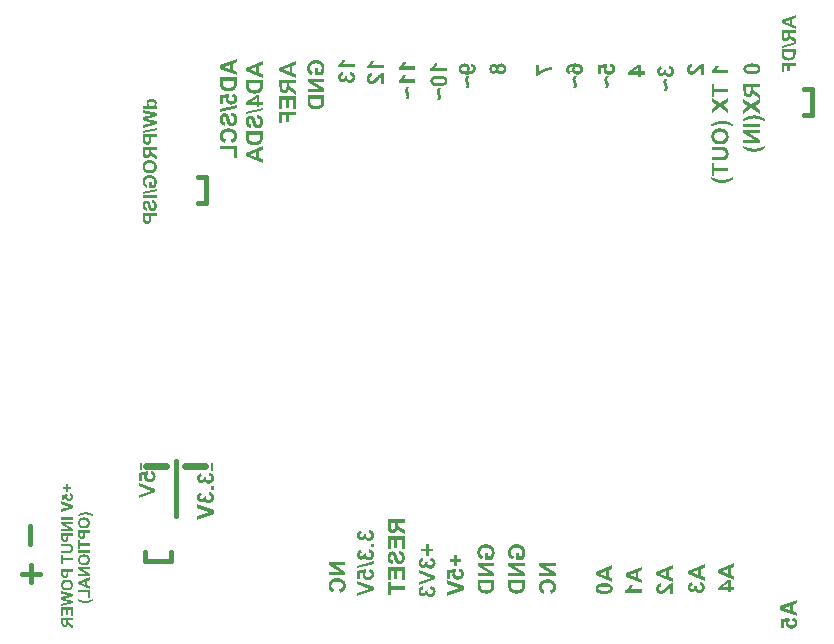
<source format=gbo>
G04*
G04 #@! TF.GenerationSoftware,Altium Limited,Altium Designer,25.1.2 (22)*
G04*
G04 Layer_Color=32896*
%FSLAX44Y44*%
%MOMM*%
G71*
G04*
G04 #@! TF.SameCoordinates,5E672C01-8995-41B4-AFFF-24039E6A3FFE*
G04*
G04*
G04 #@! TF.FilePolarity,Positive*
G04*
G01*
G75*
%ADD10C,0.2000*%
%ADD12C,0.4000*%
%ADD69C,0.6000*%
G36*
X172877Y142448D02*
X173191Y142378D01*
X173482Y142285D01*
X173750Y142180D01*
X174006Y142064D01*
X174250Y141947D01*
X174459Y141819D01*
X174657Y141691D01*
X174843Y141563D01*
X174994Y141447D01*
X175122Y141342D01*
X175239Y141238D01*
X175320Y141156D01*
X175390Y141098D01*
X175425Y141052D01*
X175436Y141040D01*
X175634Y140796D01*
X175797Y140540D01*
X175948Y140284D01*
X176065Y140016D01*
X176169Y139749D01*
X176262Y139481D01*
X176332Y139225D01*
X176390Y138981D01*
X176437Y138760D01*
X176472Y138550D01*
X176495Y138353D01*
X176507Y138190D01*
X176518Y138062D01*
X176530Y137957D01*
Y137876D01*
X176518Y137503D01*
X176472Y137154D01*
X176414Y136817D01*
X176321Y136491D01*
X176227Y136200D01*
X176123Y135921D01*
X175995Y135665D01*
X175879Y135433D01*
X175762Y135223D01*
X175634Y135037D01*
X175529Y134874D01*
X175425Y134746D01*
X175343Y134642D01*
X175285Y134560D01*
X175239Y134514D01*
X175227Y134502D01*
X174971Y134258D01*
X174715Y134048D01*
X174448Y133874D01*
X174180Y133711D01*
X173913Y133583D01*
X173657Y133478D01*
X173401Y133385D01*
X173156Y133315D01*
X172924Y133257D01*
X172714Y133211D01*
X172528Y133187D01*
X172377Y133164D01*
X172237Y133153D01*
X172144Y133141D01*
X172086D01*
X172063D01*
X171830Y133153D01*
X171597Y133176D01*
X171388Y133211D01*
X171179Y133257D01*
X170993Y133315D01*
X170807Y133374D01*
X170644Y133443D01*
X170492Y133502D01*
X170353Y133571D01*
X170236Y133641D01*
X170132Y133699D01*
X170050Y133757D01*
X169981Y133804D01*
X169922Y133839D01*
X169899Y133862D01*
X169887Y133874D01*
X169725Y134013D01*
X169573Y134165D01*
X169445Y134316D01*
X169317Y134479D01*
X169213Y134642D01*
X169120Y134804D01*
X169038Y134956D01*
X168968Y135107D01*
X168899Y135246D01*
X168852Y135386D01*
X168806Y135502D01*
X168782Y135607D01*
X168759Y135689D01*
X168736Y135747D01*
X168724Y135793D01*
Y135805D01*
X168619Y135619D01*
X168503Y135444D01*
X168282Y135130D01*
X168038Y134863D01*
X167794Y134630D01*
X167549Y134432D01*
X167305Y134269D01*
X167061Y134130D01*
X166828Y134025D01*
X166607Y133944D01*
X166409Y133874D01*
X166223Y133827D01*
X166060Y133804D01*
X165932Y133781D01*
X165839Y133769D01*
X165781D01*
X165758D01*
X165513Y133781D01*
X165281Y133816D01*
X165060Y133862D01*
X164839Y133920D01*
X164641Y134002D01*
X164443Y134083D01*
X164269Y134176D01*
X164094Y134269D01*
X163955Y134362D01*
X163815Y134455D01*
X163699Y134537D01*
X163605Y134618D01*
X163524Y134677D01*
X163466Y134723D01*
X163431Y134758D01*
X163419Y134770D01*
X163198Y135002D01*
X163001Y135246D01*
X162826Y135514D01*
X162675Y135770D01*
X162558Y136038D01*
X162454Y136305D01*
X162372Y136561D01*
X162303Y136817D01*
X162244Y137050D01*
X162209Y137259D01*
X162175Y137457D01*
X162163Y137631D01*
X162151Y137771D01*
X162140Y137864D01*
Y137957D01*
X162163Y138376D01*
X162209Y138771D01*
X162279Y139132D01*
X162314Y139295D01*
X162361Y139446D01*
X162407Y139586D01*
X162442Y139702D01*
X162477Y139807D01*
X162512Y139900D01*
X162535Y139970D01*
X162558Y140016D01*
X162582Y140051D01*
Y140063D01*
X162756Y140388D01*
X162954Y140679D01*
X163164Y140935D01*
X163350Y141133D01*
X163524Y141307D01*
X163664Y141424D01*
X163722Y141459D01*
X163757Y141494D01*
X163780Y141505D01*
X163792Y141517D01*
X163943Y141610D01*
X164094Y141703D01*
X164431Y141854D01*
X164769Y141994D01*
X165095Y142099D01*
X165246Y142145D01*
X165385Y142191D01*
X165502Y142215D01*
X165618Y142250D01*
X165700Y142273D01*
X165769Y142285D01*
X165816Y142296D01*
X165828D01*
X166246Y139807D01*
X165921Y139749D01*
X165641Y139667D01*
X165397Y139574D01*
X165199Y139469D01*
X165048Y139376D01*
X164943Y139295D01*
X164874Y139237D01*
X164850Y139213D01*
X164687Y139027D01*
X164571Y138818D01*
X164478Y138632D01*
X164420Y138446D01*
X164385Y138283D01*
X164373Y138155D01*
X164362Y138108D01*
Y138039D01*
X164385Y137783D01*
X164431Y137562D01*
X164501Y137364D01*
X164571Y137212D01*
X164653Y137085D01*
X164722Y136992D01*
X164769Y136933D01*
X164792Y136910D01*
X164955Y136770D01*
X165141Y136666D01*
X165327Y136584D01*
X165513Y136538D01*
X165676Y136503D01*
X165804Y136491D01*
X165851Y136480D01*
X165886D01*
X165909D01*
X165921D01*
X166072Y136491D01*
X166223Y136503D01*
X166479Y136573D01*
X166712Y136666D01*
X166909Y136770D01*
X167061Y136875D01*
X167177Y136968D01*
X167247Y137038D01*
X167258Y137050D01*
X167270Y137061D01*
X167363Y137178D01*
X167433Y137306D01*
X167549Y137573D01*
X167642Y137852D01*
X167689Y138120D01*
X167724Y138364D01*
Y138469D01*
X167735Y138550D01*
Y138736D01*
X169946Y139027D01*
X169876Y138771D01*
X169829Y138539D01*
X169783Y138329D01*
X169760Y138143D01*
X169748Y137992D01*
X169736Y137887D01*
Y137794D01*
X169748Y137643D01*
X169760Y137515D01*
X169829Y137247D01*
X169922Y137026D01*
X170039Y136829D01*
X170155Y136666D01*
X170248Y136549D01*
X170283Y136515D01*
X170318Y136480D01*
X170329Y136468D01*
X170341Y136456D01*
X170457Y136363D01*
X170585Y136270D01*
X170841Y136142D01*
X171109Y136038D01*
X171365Y135979D01*
X171597Y135933D01*
X171691Y135921D01*
X171784D01*
X171854Y135910D01*
X171900D01*
X171935D01*
X171947D01*
X172144Y135921D01*
X172330Y135933D01*
X172505Y135968D01*
X172668Y136003D01*
X172819Y136049D01*
X172959Y136096D01*
X173087Y136142D01*
X173203Y136200D01*
X173308Y136259D01*
X173401Y136305D01*
X173482Y136352D01*
X173540Y136398D01*
X173587Y136433D01*
X173622Y136468D01*
X173645Y136480D01*
X173657Y136491D01*
X173761Y136596D01*
X173866Y136712D01*
X173947Y136829D01*
X174017Y136945D01*
X174134Y137178D01*
X174203Y137399D01*
X174250Y137596D01*
X174261Y137678D01*
X174273Y137748D01*
X174285Y137806D01*
Y137887D01*
X174273Y138027D01*
X174261Y138166D01*
X174203Y138422D01*
X174122Y138643D01*
X174017Y138841D01*
X173924Y139004D01*
X173843Y139120D01*
X173808Y139155D01*
X173785Y139190D01*
X173761Y139202D01*
Y139213D01*
X173540Y139400D01*
X173296Y139551D01*
X173040Y139667D01*
X172796Y139749D01*
X172575Y139807D01*
X172482Y139830D01*
X172389Y139853D01*
X172319Y139865D01*
X172272D01*
X172237Y139876D01*
X172226D01*
X172551Y142494D01*
X172877Y142448D01*
D02*
G37*
G36*
X176286Y128185D02*
X173587D01*
Y130884D01*
X176286D01*
Y128185D01*
D02*
G37*
G36*
X172877Y126033D02*
X173191Y125963D01*
X173482Y125870D01*
X173750Y125765D01*
X174006Y125649D01*
X174250Y125533D01*
X174459Y125405D01*
X174657Y125277D01*
X174843Y125149D01*
X174994Y125033D01*
X175122Y124928D01*
X175239Y124823D01*
X175320Y124742D01*
X175390Y124684D01*
X175425Y124637D01*
X175436Y124625D01*
X175634Y124381D01*
X175797Y124125D01*
X175948Y123869D01*
X176065Y123602D01*
X176169Y123334D01*
X176262Y123067D01*
X176332Y122811D01*
X176390Y122566D01*
X176437Y122345D01*
X176472Y122136D01*
X176495Y121938D01*
X176507Y121775D01*
X176518Y121647D01*
X176530Y121543D01*
Y121461D01*
X176518Y121089D01*
X176472Y120740D01*
X176414Y120403D01*
X176321Y120077D01*
X176227Y119786D01*
X176123Y119507D01*
X175995Y119251D01*
X175879Y119018D01*
X175762Y118809D01*
X175634Y118623D01*
X175529Y118460D01*
X175425Y118332D01*
X175343Y118227D01*
X175285Y118146D01*
X175239Y118099D01*
X175227Y118088D01*
X174971Y117843D01*
X174715Y117634D01*
X174448Y117459D01*
X174180Y117296D01*
X173913Y117169D01*
X173657Y117064D01*
X173401Y116971D01*
X173156Y116901D01*
X172924Y116843D01*
X172714Y116796D01*
X172528Y116773D01*
X172377Y116750D01*
X172237Y116738D01*
X172144Y116727D01*
X172086D01*
X172063D01*
X171830Y116738D01*
X171597Y116761D01*
X171388Y116796D01*
X171179Y116843D01*
X170993Y116901D01*
X170807Y116959D01*
X170644Y117029D01*
X170492Y117087D01*
X170353Y117157D01*
X170236Y117227D01*
X170132Y117285D01*
X170050Y117343D01*
X169981Y117390D01*
X169922Y117424D01*
X169899Y117448D01*
X169887Y117459D01*
X169725Y117599D01*
X169573Y117750D01*
X169445Y117901D01*
X169317Y118064D01*
X169213Y118227D01*
X169120Y118390D01*
X169038Y118541D01*
X168968Y118693D01*
X168899Y118832D01*
X168852Y118972D01*
X168806Y119088D01*
X168782Y119193D01*
X168759Y119274D01*
X168736Y119332D01*
X168724Y119379D01*
Y119390D01*
X168619Y119204D01*
X168503Y119030D01*
X168282Y118716D01*
X168038Y118448D01*
X167794Y118216D01*
X167549Y118018D01*
X167305Y117855D01*
X167061Y117715D01*
X166828Y117611D01*
X166607Y117529D01*
X166409Y117459D01*
X166223Y117413D01*
X166060Y117390D01*
X165932Y117366D01*
X165839Y117355D01*
X165781D01*
X165758D01*
X165513Y117366D01*
X165281Y117401D01*
X165060Y117448D01*
X164839Y117506D01*
X164641Y117587D01*
X164443Y117669D01*
X164269Y117762D01*
X164094Y117855D01*
X163955Y117948D01*
X163815Y118041D01*
X163699Y118122D01*
X163605Y118204D01*
X163524Y118262D01*
X163466Y118309D01*
X163431Y118343D01*
X163419Y118355D01*
X163198Y118588D01*
X163001Y118832D01*
X162826Y119100D01*
X162675Y119356D01*
X162558Y119623D01*
X162454Y119891D01*
X162372Y120147D01*
X162303Y120403D01*
X162244Y120635D01*
X162209Y120845D01*
X162175Y121042D01*
X162163Y121217D01*
X162151Y121356D01*
X162140Y121449D01*
Y121543D01*
X162163Y121961D01*
X162209Y122357D01*
X162279Y122718D01*
X162314Y122880D01*
X162361Y123032D01*
X162407Y123171D01*
X162442Y123288D01*
X162477Y123392D01*
X162512Y123485D01*
X162535Y123555D01*
X162558Y123602D01*
X162582Y123637D01*
Y123648D01*
X162756Y123974D01*
X162954Y124265D01*
X163164Y124521D01*
X163350Y124719D01*
X163524Y124893D01*
X163664Y125009D01*
X163722Y125044D01*
X163757Y125079D01*
X163780Y125091D01*
X163792Y125102D01*
X163943Y125195D01*
X164094Y125288D01*
X164431Y125440D01*
X164769Y125579D01*
X165095Y125684D01*
X165246Y125731D01*
X165385Y125777D01*
X165502Y125800D01*
X165618Y125835D01*
X165700Y125858D01*
X165769Y125870D01*
X165816Y125882D01*
X165828D01*
X166246Y123392D01*
X165921Y123334D01*
X165641Y123253D01*
X165397Y123160D01*
X165199Y123055D01*
X165048Y122962D01*
X164943Y122880D01*
X164874Y122822D01*
X164850Y122799D01*
X164687Y122613D01*
X164571Y122403D01*
X164478Y122217D01*
X164420Y122031D01*
X164385Y121868D01*
X164373Y121740D01*
X164362Y121694D01*
Y121624D01*
X164385Y121368D01*
X164431Y121147D01*
X164501Y120949D01*
X164571Y120798D01*
X164653Y120670D01*
X164722Y120577D01*
X164769Y120519D01*
X164792Y120496D01*
X164955Y120356D01*
X165141Y120251D01*
X165327Y120170D01*
X165513Y120123D01*
X165676Y120089D01*
X165804Y120077D01*
X165851Y120065D01*
X165886D01*
X165909D01*
X165921D01*
X166072Y120077D01*
X166223Y120089D01*
X166479Y120158D01*
X166712Y120251D01*
X166909Y120356D01*
X167061Y120461D01*
X167177Y120554D01*
X167247Y120624D01*
X167258Y120635D01*
X167270Y120647D01*
X167363Y120763D01*
X167433Y120891D01*
X167549Y121159D01*
X167642Y121438D01*
X167689Y121706D01*
X167724Y121950D01*
Y122055D01*
X167735Y122136D01*
Y122322D01*
X169946Y122613D01*
X169876Y122357D01*
X169829Y122124D01*
X169783Y121915D01*
X169760Y121729D01*
X169748Y121578D01*
X169736Y121473D01*
Y121380D01*
X169748Y121229D01*
X169760Y121101D01*
X169829Y120833D01*
X169922Y120612D01*
X170039Y120414D01*
X170155Y120251D01*
X170248Y120135D01*
X170283Y120100D01*
X170318Y120065D01*
X170329Y120054D01*
X170341Y120042D01*
X170457Y119949D01*
X170585Y119856D01*
X170841Y119728D01*
X171109Y119623D01*
X171365Y119565D01*
X171597Y119518D01*
X171691Y119507D01*
X171784D01*
X171854Y119495D01*
X171900D01*
X171935D01*
X171947D01*
X172144Y119507D01*
X172330Y119518D01*
X172505Y119553D01*
X172668Y119588D01*
X172819Y119635D01*
X172959Y119681D01*
X173087Y119728D01*
X173203Y119786D01*
X173308Y119844D01*
X173401Y119891D01*
X173482Y119937D01*
X173540Y119984D01*
X173587Y120019D01*
X173622Y120054D01*
X173645Y120065D01*
X173657Y120077D01*
X173761Y120182D01*
X173866Y120298D01*
X173947Y120414D01*
X174017Y120531D01*
X174134Y120763D01*
X174203Y120984D01*
X174250Y121182D01*
X174261Y121263D01*
X174273Y121333D01*
X174285Y121391D01*
Y121473D01*
X174273Y121612D01*
X174261Y121752D01*
X174203Y122008D01*
X174122Y122229D01*
X174017Y122427D01*
X173924Y122590D01*
X173843Y122706D01*
X173808Y122741D01*
X173785Y122776D01*
X173761Y122787D01*
Y122799D01*
X173540Y122985D01*
X173296Y123136D01*
X173040Y123253D01*
X172796Y123334D01*
X172575Y123392D01*
X172482Y123416D01*
X172389Y123439D01*
X172319Y123450D01*
X172272D01*
X172237Y123462D01*
X172226D01*
X172551Y126080D01*
X172877Y126033D01*
D02*
G37*
G36*
X176286Y110840D02*
Y107781D01*
X162198Y102767D01*
Y105803D01*
X172621Y109235D01*
X162198Y112794D01*
Y115877D01*
X176286Y110840D01*
D02*
G37*
G36*
X123463Y143942D02*
X123766Y143872D01*
X124057Y143779D01*
X124324Y143674D01*
X124569Y143558D01*
X124801Y143430D01*
X125022Y143302D01*
X125209Y143174D01*
X125383Y143058D01*
X125523Y142941D01*
X125651Y142825D01*
X125767Y142732D01*
X125848Y142651D01*
X125906Y142592D01*
X125941Y142546D01*
X125953Y142534D01*
X126139Y142290D01*
X126302Y142046D01*
X126442Y141778D01*
X126558Y141510D01*
X126663Y141243D01*
X126744Y140987D01*
X126814Y140731D01*
X126872Y140475D01*
X126907Y140243D01*
X126942Y140033D01*
X126965Y139835D01*
X126988Y139672D01*
Y139533D01*
X127000Y139428D01*
Y139347D01*
X126977Y138905D01*
X126918Y138486D01*
X126826Y138090D01*
X126709Y137718D01*
X126569Y137381D01*
X126407Y137067D01*
X126244Y136776D01*
X126069Y136520D01*
X125895Y136299D01*
X125732Y136089D01*
X125569Y135927D01*
X125429Y135787D01*
X125313Y135671D01*
X125220Y135589D01*
X125162Y135543D01*
X125139Y135531D01*
X124883Y135357D01*
X124615Y135194D01*
X124348Y135066D01*
X124080Y134949D01*
X123813Y134845D01*
X123556Y134763D01*
X123312Y134693D01*
X123080Y134647D01*
X122859Y134600D01*
X122661Y134577D01*
X122475Y134554D01*
X122323Y134531D01*
X122207D01*
X122114Y134519D01*
X122056D01*
X122033D01*
X121649Y134531D01*
X121288Y134577D01*
X120939Y134635D01*
X120613Y134717D01*
X120311Y134810D01*
X120032Y134915D01*
X119776Y135031D01*
X119543Y135147D01*
X119345Y135264D01*
X119159Y135380D01*
X118996Y135485D01*
X118868Y135578D01*
X118764Y135659D01*
X118694Y135717D01*
X118647Y135764D01*
X118636Y135775D01*
X118403Y136020D01*
X118205Y136264D01*
X118031Y136520D01*
X117879Y136776D01*
X117752Y137043D01*
X117647Y137288D01*
X117554Y137532D01*
X117484Y137765D01*
X117426Y137986D01*
X117391Y138195D01*
X117356Y138370D01*
X117344Y138521D01*
X117333Y138649D01*
X117321Y138742D01*
Y138823D01*
X117344Y139172D01*
X117391Y139510D01*
X117461Y139824D01*
X117542Y140103D01*
X117589Y140219D01*
X117635Y140336D01*
X117670Y140429D01*
X117705Y140522D01*
X117728Y140580D01*
X117752Y140626D01*
X117775Y140661D01*
Y140673D01*
X115378Y140243D01*
Y135147D01*
X112854D01*
Y142290D01*
X120183Y143674D01*
X120497Y141487D01*
X120311Y141313D01*
X120160Y141138D01*
X120020Y140952D01*
X119904Y140778D01*
X119811Y140591D01*
X119718Y140429D01*
X119659Y140254D01*
X119601Y140103D01*
X119555Y139952D01*
X119531Y139824D01*
X119508Y139707D01*
X119485Y139603D01*
Y139521D01*
X119473Y139451D01*
Y139405D01*
X119485Y139230D01*
X119497Y139067D01*
X119578Y138777D01*
X119683Y138521D01*
X119799Y138300D01*
X119915Y138125D01*
X119973Y138055D01*
X120020Y137997D01*
X120067Y137951D01*
X120101Y137916D01*
X120113Y137904D01*
X120125Y137893D01*
X120253Y137788D01*
X120392Y137695D01*
X120543Y137613D01*
X120706Y137544D01*
X121032Y137439D01*
X121346Y137369D01*
X121497Y137346D01*
X121637Y137334D01*
X121753Y137323D01*
X121870Y137311D01*
X121951Y137299D01*
X122021D01*
X122067D01*
X122079D01*
X122335Y137311D01*
X122568Y137323D01*
X122789Y137358D01*
X122986Y137392D01*
X123173Y137439D01*
X123347Y137485D01*
X123498Y137544D01*
X123638Y137590D01*
X123754Y137648D01*
X123859Y137706D01*
X123952Y137753D01*
X124022Y137800D01*
X124080Y137834D01*
X124115Y137869D01*
X124138Y137881D01*
X124150Y137893D01*
X124266Y138009D01*
X124371Y138125D01*
X124464Y138242D01*
X124545Y138358D01*
X124615Y138486D01*
X124673Y138602D01*
X124755Y138823D01*
X124801Y139021D01*
X124813Y139114D01*
X124825Y139184D01*
X124836Y139242D01*
Y139324D01*
X124825Y139463D01*
X124813Y139591D01*
X124755Y139847D01*
X124673Y140068D01*
X124569Y140254D01*
X124476Y140417D01*
X124394Y140533D01*
X124359Y140580D01*
X124336Y140615D01*
X124313Y140626D01*
Y140638D01*
X124092Y140836D01*
X123859Y140987D01*
X123615Y141103D01*
X123382Y141185D01*
X123173Y141255D01*
X123091Y141266D01*
X123010Y141290D01*
X122952Y141301D01*
X122893D01*
X122870Y141313D01*
X122859D01*
X123138Y144000D01*
X123463Y143942D01*
D02*
G37*
G36*
X126756Y128889D02*
Y125829D01*
X112668Y120815D01*
Y123851D01*
X123091Y127283D01*
X112668Y130843D01*
Y133926D01*
X126756Y128889D01*
D02*
G37*
G36*
X67993Y108992D02*
X68278Y108976D01*
X68564Y108953D01*
X68841Y108921D01*
X69110Y108881D01*
X69372Y108834D01*
X69626Y108786D01*
X69855Y108738D01*
X70069Y108691D01*
X70267Y108643D01*
X70434Y108596D01*
X70584Y108556D01*
X70703Y108525D01*
X70751Y108509D01*
X70790Y108501D01*
X70822Y108493D01*
X70846Y108485D01*
X70854Y108477D01*
X70862D01*
X71163Y108374D01*
X71464Y108263D01*
X71757Y108144D01*
X72035Y108017D01*
X72312Y107891D01*
X72566Y107764D01*
X72811Y107637D01*
X73041Y107510D01*
X73247Y107399D01*
X73437Y107288D01*
X73596Y107193D01*
X73738Y107106D01*
X73849Y107035D01*
X73929Y106987D01*
X73960Y106963D01*
X73984Y106947D01*
X73992Y106940D01*
X74000D01*
Y105680D01*
X73770Y105783D01*
X73556Y105886D01*
X73358Y105973D01*
X73168Y106052D01*
X73001Y106131D01*
X72843Y106195D01*
X72700Y106258D01*
X72566Y106306D01*
X72455Y106353D01*
X72352Y106393D01*
X72272Y106425D01*
X72201Y106448D01*
X72146Y106472D01*
X72106Y106488D01*
X72082Y106496D01*
X72074D01*
X71694Y106623D01*
X71314Y106726D01*
X71131Y106773D01*
X70957Y106821D01*
X70790Y106860D01*
X70632Y106900D01*
X70481Y106932D01*
X70355Y106963D01*
X70236Y106987D01*
X70133Y107003D01*
X70053Y107019D01*
X69990Y107035D01*
X69958Y107043D01*
X69942D01*
X69523Y107106D01*
X69126Y107154D01*
X68936Y107177D01*
X68754Y107193D01*
X68579Y107209D01*
X68421Y107217D01*
X68278Y107225D01*
X68144Y107233D01*
X68033D01*
X67930Y107241D01*
X67850D01*
X67795D01*
X67763D01*
X67747D01*
X67169Y107225D01*
X66891Y107209D01*
X66630Y107185D01*
X66368Y107162D01*
X66131Y107138D01*
X65901Y107106D01*
X65687Y107074D01*
X65497Y107043D01*
X65322Y107011D01*
X65172Y106987D01*
X65037Y106963D01*
X64934Y106940D01*
X64863Y106924D01*
X64815Y106908D01*
X64799D01*
X64530Y106837D01*
X64253Y106757D01*
X63967Y106670D01*
X63682Y106567D01*
X63397Y106472D01*
X63119Y106361D01*
X62842Y106258D01*
X62580Y106155D01*
X62343Y106060D01*
X62121Y105965D01*
X61923Y105886D01*
X61748Y105806D01*
X61677Y105775D01*
X61606Y105751D01*
X61550Y105727D01*
X61503Y105703D01*
X61463Y105688D01*
X61439Y105672D01*
X61423Y105664D01*
X61415D01*
Y106924D01*
X61653Y107082D01*
X61891Y107233D01*
X62129Y107383D01*
X62366Y107518D01*
X62596Y107645D01*
X62818Y107764D01*
X63032Y107867D01*
X63238Y107970D01*
X63428Y108057D01*
X63595Y108136D01*
X63745Y108200D01*
X63880Y108255D01*
X63983Y108303D01*
X64062Y108334D01*
X64086Y108342D01*
X64110Y108350D01*
X64118Y108358D01*
X64126D01*
X64443Y108469D01*
X64768Y108572D01*
X65085Y108659D01*
X65394Y108731D01*
X65703Y108794D01*
X66004Y108841D01*
X66281Y108889D01*
X66551Y108921D01*
X66796Y108945D01*
X67018Y108968D01*
X67216Y108976D01*
X67304Y108984D01*
X67383Y108992D01*
X67454D01*
X67525D01*
X67573Y109000D01*
X67621D01*
X67660D01*
X67684D01*
X67700D01*
X67708D01*
X67993Y108992D01*
D02*
G37*
G36*
X66860Y104634D02*
X67256Y104594D01*
X67628Y104530D01*
X67969Y104451D01*
X68294Y104356D01*
X68587Y104253D01*
X68857Y104134D01*
X69103Y104015D01*
X69324Y103904D01*
X69507Y103785D01*
X69673Y103682D01*
X69808Y103587D01*
X69911Y103508D01*
X69982Y103445D01*
X70030Y103405D01*
X70045Y103389D01*
X70275Y103144D01*
X70473Y102882D01*
X70648Y102605D01*
X70798Y102327D01*
X70925Y102042D01*
X71028Y101757D01*
X71115Y101479D01*
X71179Y101218D01*
X71234Y100964D01*
X71274Y100735D01*
X71305Y100520D01*
X71314Y100433D01*
X71321Y100346D01*
X71329Y100267D01*
X71337Y100196D01*
Y100132D01*
X71345Y100085D01*
Y99990D01*
X71329Y99601D01*
X71290Y99237D01*
X71226Y98896D01*
X71139Y98571D01*
X71044Y98270D01*
X70933Y97992D01*
X70814Y97739D01*
X70687Y97509D01*
X70568Y97303D01*
X70450Y97121D01*
X70339Y96970D01*
X70244Y96843D01*
X70156Y96740D01*
X70093Y96669D01*
X70053Y96629D01*
X70038Y96614D01*
X69776Y96392D01*
X69507Y96194D01*
X69213Y96027D01*
X68912Y95877D01*
X68611Y95758D01*
X68310Y95655D01*
X68009Y95568D01*
X67723Y95504D01*
X67454Y95449D01*
X67200Y95409D01*
X66979Y95385D01*
X66876Y95377D01*
X66781Y95361D01*
X66701D01*
X66622Y95353D01*
X66559D01*
X66503Y95346D01*
X66456D01*
X66424D01*
X66408D01*
X66400D01*
X65972Y95361D01*
X65568Y95401D01*
X65188Y95464D01*
X64839Y95544D01*
X64514Y95639D01*
X64213Y95750D01*
X63935Y95861D01*
X63690Y95980D01*
X63468Y96098D01*
X63278Y96217D01*
X63119Y96328D01*
X62984Y96423D01*
X62874Y96503D01*
X62802Y96566D01*
X62755Y96606D01*
X62739Y96622D01*
X62509Y96867D01*
X62303Y97137D01*
X62129Y97406D01*
X61970Y97691D01*
X61843Y97977D01*
X61740Y98254D01*
X61653Y98531D01*
X61582Y98793D01*
X61526Y99046D01*
X61487Y99276D01*
X61455Y99482D01*
X61447Y99577D01*
X61439Y99665D01*
X61431Y99744D01*
X61423Y99807D01*
Y99871D01*
X61415Y99918D01*
Y100013D01*
X61423Y100227D01*
X61431Y100441D01*
X61447Y100639D01*
X61471Y100830D01*
X61503Y101012D01*
X61534Y101186D01*
X61566Y101345D01*
X61606Y101487D01*
X61637Y101622D01*
X61677Y101733D01*
X61709Y101836D01*
X61732Y101923D01*
X61764Y101994D01*
X61780Y102042D01*
X61788Y102074D01*
X61796Y102082D01*
X61915Y102327D01*
X62049Y102557D01*
X62200Y102771D01*
X62335Y102953D01*
X62406Y103041D01*
X62469Y103112D01*
X62525Y103175D01*
X62572Y103223D01*
X62612Y103270D01*
X62644Y103302D01*
X62660Y103318D01*
X62667Y103326D01*
X62889Y103524D01*
X63119Y103698D01*
X63341Y103857D01*
X63539Y103984D01*
X63634Y104031D01*
X63721Y104079D01*
X63793Y104118D01*
X63856Y104150D01*
X63912Y104182D01*
X63951Y104198D01*
X63975Y104206D01*
X63983Y104213D01*
X64173Y104293D01*
X64371Y104356D01*
X64577Y104412D01*
X64783Y104467D01*
X65195Y104546D01*
X65394Y104570D01*
X65584Y104594D01*
X65758Y104610D01*
X65925Y104626D01*
X66067Y104634D01*
X66194Y104641D01*
X66297Y104649D01*
X66376D01*
X66424D01*
X66432D01*
X66440D01*
X66860Y104634D01*
D02*
G37*
G36*
X71179Y91882D02*
X67557D01*
Y90385D01*
X67549Y90163D01*
X67541Y89949D01*
X67533Y89759D01*
X67525Y89576D01*
X67517Y89410D01*
X67502Y89267D01*
X67486Y89133D01*
X67478Y89014D01*
X67462Y88911D01*
X67454Y88816D01*
X67446Y88744D01*
X67438Y88689D01*
X67430Y88649D01*
X67422Y88625D01*
Y88617D01*
X67367Y88427D01*
X67304Y88245D01*
X67232Y88079D01*
X67153Y87928D01*
X67082Y87801D01*
X67050Y87746D01*
X67026Y87706D01*
X67002Y87667D01*
X66986Y87643D01*
X66971Y87627D01*
Y87619D01*
X66828Y87437D01*
X66677Y87278D01*
X66519Y87143D01*
X66361Y87025D01*
X66226Y86930D01*
X66170Y86890D01*
X66123Y86858D01*
X66075Y86834D01*
X66044Y86819D01*
X66028Y86803D01*
X66020D01*
X65782Y86692D01*
X65536Y86613D01*
X65283Y86557D01*
X65053Y86517D01*
X64942Y86502D01*
X64847Y86494D01*
X64760Y86486D01*
X64680D01*
X64625Y86478D01*
X64577D01*
X64546D01*
X64538D01*
X64324Y86486D01*
X64126Y86502D01*
X63935Y86533D01*
X63761Y86565D01*
X63595Y86605D01*
X63444Y86652D01*
X63302Y86708D01*
X63175Y86755D01*
X63056Y86811D01*
X62953Y86866D01*
X62866Y86914D01*
X62794Y86953D01*
X62739Y86985D01*
X62699Y87017D01*
X62675Y87032D01*
X62667Y87040D01*
X62541Y87143D01*
X62422Y87262D01*
X62311Y87373D01*
X62216Y87492D01*
X62129Y87603D01*
X62057Y87722D01*
X61986Y87833D01*
X61930Y87936D01*
X61883Y88039D01*
X61835Y88126D01*
X61804Y88213D01*
X61780Y88285D01*
X61756Y88340D01*
X61740Y88380D01*
X61732Y88411D01*
Y88419D01*
X61709Y88530D01*
X61685Y88673D01*
X61661Y88831D01*
X61645Y89006D01*
X61629Y89188D01*
X61621Y89386D01*
X61598Y89767D01*
Y89957D01*
X61590Y90131D01*
Y90290D01*
X61582Y90432D01*
Y93824D01*
X71179D01*
Y91882D01*
D02*
G37*
G36*
X63206Y82721D02*
X71179D01*
Y80780D01*
X63206D01*
Y77935D01*
X61582D01*
Y85566D01*
X63206D01*
Y82721D01*
D02*
G37*
G36*
X71179Y74805D02*
X61582D01*
Y76746D01*
X71179D01*
Y74805D01*
D02*
G37*
G36*
X66860Y73338D02*
X67256Y73299D01*
X67628Y73235D01*
X67969Y73156D01*
X68294Y73061D01*
X68587Y72958D01*
X68857Y72839D01*
X69103Y72720D01*
X69324Y72609D01*
X69507Y72491D01*
X69673Y72387D01*
X69808Y72292D01*
X69911Y72213D01*
X69982Y72150D01*
X70030Y72110D01*
X70045Y72094D01*
X70275Y71849D01*
X70473Y71587D01*
X70648Y71310D01*
X70798Y71032D01*
X70925Y70747D01*
X71028Y70462D01*
X71115Y70184D01*
X71179Y69923D01*
X71234Y69669D01*
X71274Y69439D01*
X71305Y69226D01*
X71314Y69138D01*
X71321Y69051D01*
X71329Y68972D01*
X71337Y68900D01*
Y68837D01*
X71345Y68790D01*
Y68695D01*
X71329Y68306D01*
X71290Y67942D01*
X71226Y67601D01*
X71139Y67276D01*
X71044Y66975D01*
X70933Y66698D01*
X70814Y66444D01*
X70687Y66214D01*
X70568Y66008D01*
X70450Y65826D01*
X70339Y65675D01*
X70244Y65548D01*
X70156Y65445D01*
X70093Y65374D01*
X70053Y65334D01*
X70038Y65318D01*
X69776Y65097D01*
X69507Y64899D01*
X69213Y64732D01*
X68912Y64581D01*
X68611Y64463D01*
X68310Y64360D01*
X68009Y64272D01*
X67723Y64209D01*
X67454Y64154D01*
X67200Y64114D01*
X66979Y64090D01*
X66876Y64082D01*
X66781Y64066D01*
X66701D01*
X66622Y64058D01*
X66559D01*
X66503Y64051D01*
X66456D01*
X66424D01*
X66408D01*
X66400D01*
X65972Y64066D01*
X65568Y64106D01*
X65188Y64169D01*
X64839Y64249D01*
X64514Y64344D01*
X64213Y64455D01*
X63935Y64566D01*
X63690Y64685D01*
X63468Y64803D01*
X63278Y64922D01*
X63119Y65033D01*
X62984Y65128D01*
X62874Y65208D01*
X62802Y65271D01*
X62755Y65311D01*
X62739Y65326D01*
X62509Y65572D01*
X62303Y65842D01*
X62129Y66111D01*
X61970Y66396D01*
X61843Y66682D01*
X61740Y66959D01*
X61653Y67236D01*
X61582Y67498D01*
X61526Y67751D01*
X61487Y67981D01*
X61455Y68187D01*
X61447Y68282D01*
X61439Y68370D01*
X61431Y68449D01*
X61423Y68512D01*
Y68576D01*
X61415Y68623D01*
Y68718D01*
X61423Y68932D01*
X61431Y69146D01*
X61447Y69344D01*
X61471Y69535D01*
X61503Y69717D01*
X61534Y69891D01*
X61566Y70050D01*
X61606Y70192D01*
X61637Y70327D01*
X61677Y70438D01*
X61709Y70541D01*
X61732Y70628D01*
X61764Y70700D01*
X61780Y70747D01*
X61788Y70779D01*
X61796Y70787D01*
X61915Y71032D01*
X62049Y71262D01*
X62200Y71476D01*
X62335Y71658D01*
X62406Y71746D01*
X62469Y71817D01*
X62525Y71880D01*
X62572Y71928D01*
X62612Y71975D01*
X62644Y72007D01*
X62660Y72023D01*
X62667Y72031D01*
X62889Y72229D01*
X63119Y72403D01*
X63341Y72562D01*
X63539Y72689D01*
X63634Y72736D01*
X63721Y72784D01*
X63793Y72823D01*
X63856Y72855D01*
X63912Y72887D01*
X63951Y72903D01*
X63975Y72910D01*
X63983Y72918D01*
X64173Y72998D01*
X64371Y73061D01*
X64577Y73116D01*
X64783Y73172D01*
X65195Y73251D01*
X65394Y73275D01*
X65584Y73299D01*
X65758Y73315D01*
X65925Y73330D01*
X66067Y73338D01*
X66194Y73346D01*
X66297Y73354D01*
X66376D01*
X66424D01*
X66432D01*
X66440D01*
X66860Y73338D01*
D02*
G37*
G36*
X71179Y60722D02*
X64886D01*
X71179Y56839D01*
Y54897D01*
X61582D01*
Y56688D01*
X68025D01*
X61582Y60643D01*
Y62513D01*
X71179D01*
Y60722D01*
D02*
G37*
G36*
Y51775D02*
X68999Y50983D01*
Y47147D01*
X71179Y46315D01*
Y44199D01*
X61582Y48050D01*
Y50103D01*
X71179Y53828D01*
Y51775D01*
D02*
G37*
G36*
Y36353D02*
X69554D01*
Y41172D01*
X61661D01*
Y43113D01*
X71179D01*
Y36353D01*
D02*
G37*
G36*
X61780Y35363D02*
X62129Y35212D01*
X62469Y35078D01*
X62786Y34951D01*
X63080Y34840D01*
X63357Y34737D01*
X63618Y34650D01*
X63856Y34570D01*
X64062Y34507D01*
X64253Y34444D01*
X64411Y34396D01*
X64554Y34356D01*
X64657Y34333D01*
X64736Y34309D01*
X64783Y34293D01*
X64791D01*
X64799D01*
X65061Y34230D01*
X65322Y34182D01*
X65845Y34095D01*
X66099Y34063D01*
X66345Y34031D01*
X66574Y34016D01*
X66796Y33992D01*
X66995Y33984D01*
X67177Y33968D01*
X67343Y33960D01*
X67478D01*
X67597Y33952D01*
X67676D01*
X67708D01*
X67731D01*
X67739D01*
X67747D01*
X68033D01*
X68302Y33968D01*
X68556Y33984D01*
X68675Y33992D01*
X68777Y34000D01*
X68881Y34008D01*
X68968Y34016D01*
X69047Y34023D01*
X69118Y34031D01*
X69174Y34039D01*
X69213D01*
X69237Y34047D01*
X69245D01*
X69523Y34087D01*
X69792Y34135D01*
X70053Y34182D01*
X70172Y34206D01*
X70283Y34222D01*
X70394Y34245D01*
X70489Y34269D01*
X70577Y34285D01*
X70648Y34301D01*
X70703Y34317D01*
X70743Y34325D01*
X70775Y34333D01*
X70782D01*
X71076Y34404D01*
X71345Y34475D01*
X71464Y34515D01*
X71583Y34546D01*
X71694Y34578D01*
X71789Y34610D01*
X71884Y34642D01*
X71963Y34665D01*
X72035Y34689D01*
X72090Y34705D01*
X72138Y34721D01*
X72169Y34737D01*
X72193Y34745D01*
X72201D01*
X72328Y34792D01*
X72455Y34840D01*
X72748Y34959D01*
X73049Y35085D01*
X73334Y35204D01*
X73469Y35268D01*
X73596Y35323D01*
X73707Y35371D01*
X73810Y35418D01*
X73889Y35458D01*
X73945Y35482D01*
X73984Y35498D01*
X74000Y35505D01*
Y34237D01*
X73675Y34031D01*
X73358Y33841D01*
X73041Y33667D01*
X72740Y33508D01*
X72439Y33366D01*
X72154Y33231D01*
X71884Y33112D01*
X71623Y33009D01*
X71393Y32914D01*
X71179Y32835D01*
X70996Y32771D01*
X70838Y32716D01*
X70767Y32692D01*
X70711Y32676D01*
X70656Y32660D01*
X70616Y32645D01*
X70584Y32637D01*
X70561Y32629D01*
X70545Y32621D01*
X70537D01*
X70244Y32542D01*
X69966Y32478D01*
X69689Y32415D01*
X69419Y32367D01*
X69166Y32328D01*
X68920Y32288D01*
X68698Y32264D01*
X68484Y32240D01*
X68294Y32225D01*
X68120Y32209D01*
X67969Y32201D01*
X67842Y32193D01*
X67739Y32185D01*
X67668D01*
X67621D01*
X67605D01*
X67304Y32193D01*
X67002Y32209D01*
X66709Y32232D01*
X66416Y32272D01*
X66139Y32312D01*
X65877Y32359D01*
X65631Y32407D01*
X65394Y32462D01*
X65180Y32510D01*
X64990Y32565D01*
X64815Y32613D01*
X64672Y32652D01*
X64562Y32692D01*
X64514Y32700D01*
X64474Y32716D01*
X64443Y32724D01*
X64419Y32732D01*
X64411Y32740D01*
X64403D01*
X64110Y32851D01*
X63825Y32962D01*
X63539Y33080D01*
X63270Y33207D01*
X63008Y33334D01*
X62763Y33461D01*
X62533Y33588D01*
X62319Y33707D01*
X62121Y33825D01*
X61946Y33928D01*
X61788Y34023D01*
X61661Y34111D01*
X61558Y34174D01*
X61479Y34230D01*
X61431Y34261D01*
X61415Y34269D01*
Y35521D01*
X61780Y35363D01*
D02*
G37*
G36*
X52966Y130488D02*
X55455D01*
Y128808D01*
X52966D01*
Y126288D01*
X51247D01*
Y128808D01*
X48758D01*
Y130488D01*
X51247D01*
Y133000D01*
X52966D01*
Y130488D01*
D02*
G37*
G36*
X54591Y125091D02*
X54797Y125043D01*
X54995Y124980D01*
X55177Y124909D01*
X55344Y124830D01*
X55502Y124742D01*
X55653Y124655D01*
X55780Y124568D01*
X55898Y124489D01*
X55993Y124410D01*
X56081Y124330D01*
X56160Y124267D01*
X56215Y124211D01*
X56255Y124172D01*
X56279Y124140D01*
X56287Y124132D01*
X56413Y123966D01*
X56524Y123799D01*
X56620Y123617D01*
X56699Y123435D01*
X56770Y123252D01*
X56826Y123078D01*
X56873Y122904D01*
X56913Y122729D01*
X56936Y122571D01*
X56960Y122428D01*
X56976Y122294D01*
X56992Y122183D01*
Y122087D01*
X57000Y122016D01*
Y121961D01*
X56984Y121660D01*
X56944Y121374D01*
X56881Y121105D01*
X56802Y120851D01*
X56707Y120622D01*
X56596Y120407D01*
X56485Y120209D01*
X56366Y120035D01*
X56247Y119884D01*
X56136Y119742D01*
X56025Y119631D01*
X55930Y119536D01*
X55851Y119457D01*
X55787Y119401D01*
X55748Y119369D01*
X55732Y119361D01*
X55558Y119242D01*
X55375Y119132D01*
X55193Y119044D01*
X55011Y118965D01*
X54829Y118894D01*
X54654Y118838D01*
X54488Y118791D01*
X54329Y118759D01*
X54179Y118727D01*
X54044Y118712D01*
X53917Y118696D01*
X53814Y118680D01*
X53735D01*
X53671Y118672D01*
X53632D01*
X53616D01*
X53355Y118680D01*
X53109Y118712D01*
X52871Y118751D01*
X52649Y118807D01*
X52443Y118870D01*
X52253Y118941D01*
X52079Y119021D01*
X51920Y119100D01*
X51785Y119179D01*
X51659Y119258D01*
X51548Y119330D01*
X51460Y119393D01*
X51389Y119449D01*
X51342Y119488D01*
X51310Y119520D01*
X51302Y119528D01*
X51143Y119694D01*
X51009Y119861D01*
X50890Y120035D01*
X50787Y120209D01*
X50700Y120392D01*
X50628Y120558D01*
X50565Y120724D01*
X50518Y120883D01*
X50478Y121033D01*
X50454Y121176D01*
X50430Y121295D01*
X50422Y121398D01*
X50414Y121485D01*
X50406Y121549D01*
Y121604D01*
X50422Y121842D01*
X50454Y122072D01*
X50502Y122286D01*
X50557Y122476D01*
X50589Y122555D01*
X50620Y122634D01*
X50644Y122698D01*
X50668Y122761D01*
X50684Y122801D01*
X50700Y122832D01*
X50716Y122856D01*
Y122864D01*
X49083Y122571D01*
Y119100D01*
X47363D01*
Y123966D01*
X52356Y124909D01*
X52570Y123419D01*
X52443Y123300D01*
X52340Y123181D01*
X52245Y123054D01*
X52166Y122935D01*
X52102Y122809D01*
X52039Y122698D01*
X51999Y122579D01*
X51960Y122476D01*
X51928Y122373D01*
X51912Y122286D01*
X51896Y122206D01*
X51880Y122135D01*
Y122080D01*
X51873Y122032D01*
Y122000D01*
X51880Y121882D01*
X51888Y121770D01*
X51944Y121572D01*
X52015Y121398D01*
X52094Y121248D01*
X52174Y121129D01*
X52213Y121081D01*
X52245Y121041D01*
X52277Y121010D01*
X52301Y120986D01*
X52309Y120978D01*
X52316Y120970D01*
X52404Y120899D01*
X52499Y120835D01*
X52602Y120780D01*
X52713Y120732D01*
X52934Y120661D01*
X53148Y120613D01*
X53252Y120598D01*
X53347Y120590D01*
X53426Y120582D01*
X53505Y120574D01*
X53561Y120566D01*
X53608D01*
X53640D01*
X53648D01*
X53822Y120574D01*
X53981Y120582D01*
X54131Y120606D01*
X54266Y120629D01*
X54393Y120661D01*
X54511Y120693D01*
X54615Y120732D01*
X54710Y120764D01*
X54789Y120804D01*
X54860Y120843D01*
X54924Y120875D01*
X54971Y120907D01*
X55011Y120931D01*
X55035Y120954D01*
X55050Y120962D01*
X55058Y120970D01*
X55138Y121049D01*
X55209Y121129D01*
X55272Y121208D01*
X55328Y121287D01*
X55375Y121374D01*
X55415Y121454D01*
X55470Y121604D01*
X55502Y121739D01*
X55510Y121802D01*
X55518Y121850D01*
X55526Y121889D01*
Y121945D01*
X55518Y122040D01*
X55510Y122127D01*
X55470Y122302D01*
X55415Y122452D01*
X55344Y122579D01*
X55280Y122690D01*
X55225Y122769D01*
X55201Y122801D01*
X55185Y122824D01*
X55169Y122832D01*
Y122840D01*
X55019Y122975D01*
X54860Y123078D01*
X54694Y123157D01*
X54535Y123213D01*
X54393Y123260D01*
X54337Y123268D01*
X54282Y123284D01*
X54242Y123292D01*
X54202D01*
X54187Y123300D01*
X54179D01*
X54369Y125131D01*
X54591Y125091D01*
D02*
G37*
G36*
X56834Y114836D02*
Y112752D01*
X47237Y109337D01*
Y111405D01*
X54337Y113743D01*
X47237Y116168D01*
Y118268D01*
X56834Y114836D01*
D02*
G37*
G36*
Y102735D02*
X47237D01*
Y104677D01*
X56834D01*
Y102735D01*
D02*
G37*
G36*
Y99082D02*
X50541D01*
X56834Y95199D01*
Y93257D01*
X47237D01*
Y95048D01*
X53679D01*
X47237Y99003D01*
Y100873D01*
X56834D01*
Y99082D01*
D02*
G37*
G36*
Y89263D02*
X53212D01*
Y87765D01*
X53204Y87543D01*
X53196Y87329D01*
X53188Y87139D01*
X53180Y86957D01*
X53172Y86791D01*
X53156Y86648D01*
X53141Y86513D01*
X53133Y86394D01*
X53117Y86291D01*
X53109Y86196D01*
X53101Y86125D01*
X53093Y86069D01*
X53085Y86030D01*
X53077Y86006D01*
Y85998D01*
X53022Y85808D01*
X52958Y85625D01*
X52887Y85459D01*
X52808Y85309D01*
X52736Y85182D01*
X52705Y85126D01*
X52681Y85087D01*
X52657Y85047D01*
X52641Y85023D01*
X52625Y85007D01*
Y85000D01*
X52483Y84817D01*
X52332Y84659D01*
X52174Y84524D01*
X52015Y84405D01*
X51880Y84310D01*
X51825Y84270D01*
X51778Y84239D01*
X51730Y84215D01*
X51698Y84199D01*
X51682Y84183D01*
X51674D01*
X51437Y84072D01*
X51191Y83993D01*
X50938Y83938D01*
X50708Y83898D01*
X50597Y83882D01*
X50502Y83874D01*
X50414Y83866D01*
X50335D01*
X50280Y83858D01*
X50232D01*
X50201D01*
X50192D01*
X49979Y83866D01*
X49780Y83882D01*
X49590Y83914D01*
X49416Y83946D01*
X49250Y83985D01*
X49099Y84033D01*
X48956Y84088D01*
X48829Y84136D01*
X48711Y84191D01*
X48608Y84247D01*
X48520Y84294D01*
X48449Y84334D01*
X48394Y84366D01*
X48354Y84397D01*
X48330Y84413D01*
X48322Y84421D01*
X48196Y84524D01*
X48077Y84643D01*
X47966Y84754D01*
X47871Y84873D01*
X47783Y84984D01*
X47712Y85103D01*
X47641Y85213D01*
X47585Y85316D01*
X47538Y85420D01*
X47490Y85507D01*
X47459Y85594D01*
X47435Y85665D01*
X47411Y85721D01*
X47395Y85760D01*
X47387Y85792D01*
Y85800D01*
X47363Y85911D01*
X47340Y86053D01*
X47316Y86212D01*
X47300Y86386D01*
X47284Y86569D01*
X47276Y86767D01*
X47252Y87147D01*
Y87337D01*
X47245Y87512D01*
Y87670D01*
X47237Y87813D01*
Y91205D01*
X56834D01*
Y89263D01*
D02*
G37*
G36*
X52927Y82273D02*
X53188Y82265D01*
X53426Y82250D01*
X53640Y82242D01*
X53838Y82226D01*
X54020Y82210D01*
X54187Y82186D01*
X54329Y82170D01*
X54448Y82155D01*
X54559Y82139D01*
X54646Y82131D01*
X54710Y82115D01*
X54757Y82107D01*
X54789Y82099D01*
X54797D01*
X55003Y82036D01*
X55193Y81956D01*
X55375Y81869D01*
X55534Y81774D01*
X55669Y81687D01*
X55724Y81655D01*
X55772Y81616D01*
X55811Y81592D01*
X55835Y81568D01*
X55851Y81560D01*
X55859Y81552D01*
X56041Y81386D01*
X56199Y81203D01*
X56342Y81021D01*
X56461Y80839D01*
X56556Y80681D01*
X56596Y80609D01*
X56627Y80554D01*
X56651Y80506D01*
X56667Y80466D01*
X56683Y80443D01*
Y80435D01*
X56738Y80292D01*
X56786Y80142D01*
X56834Y79975D01*
X56865Y79809D01*
X56921Y79460D01*
X56944Y79286D01*
X56960Y79119D01*
X56976Y78961D01*
X56984Y78818D01*
X56992Y78683D01*
Y78573D01*
X57000Y78477D01*
Y78137D01*
X56984Y77938D01*
X56976Y77748D01*
X56952Y77574D01*
X56936Y77407D01*
X56913Y77257D01*
X56881Y77114D01*
X56857Y76988D01*
X56834Y76877D01*
X56802Y76782D01*
X56778Y76694D01*
X56762Y76623D01*
X56738Y76568D01*
X56730Y76528D01*
X56715Y76504D01*
Y76496D01*
X56596Y76243D01*
X56469Y76021D01*
X56334Y75830D01*
X56271Y75743D01*
X56215Y75672D01*
X56152Y75601D01*
X56104Y75537D01*
X56049Y75490D01*
X56009Y75450D01*
X55978Y75410D01*
X55954Y75387D01*
X55938Y75379D01*
X55930Y75371D01*
X55740Y75220D01*
X55534Y75101D01*
X55336Y74998D01*
X55146Y74919D01*
X55058Y74887D01*
X54979Y74856D01*
X54908Y74832D01*
X54844Y74816D01*
X54797Y74800D01*
X54757Y74792D01*
X54733Y74784D01*
X54725D01*
X54583Y74753D01*
X54416Y74729D01*
X54234Y74713D01*
X54044Y74689D01*
X53640Y74665D01*
X53434Y74658D01*
X53236Y74642D01*
X53046D01*
X52871Y74634D01*
X52705D01*
X52562Y74626D01*
X52451D01*
X52404D01*
X52364D01*
X52324D01*
X52301D01*
X52293D01*
X52285D01*
X47237D01*
Y76568D01*
X52554D01*
X52760D01*
X52950D01*
X53125Y76575D01*
X53283Y76583D01*
X53434Y76591D01*
X53569D01*
X53687Y76599D01*
X53790Y76607D01*
X53885Y76615D01*
X53965Y76623D01*
X54028Y76631D01*
X54084Y76639D01*
X54123Y76647D01*
X54155D01*
X54171Y76655D01*
X54179D01*
X54353Y76702D01*
X54520Y76774D01*
X54654Y76853D01*
X54781Y76940D01*
X54876Y77027D01*
X54947Y77098D01*
X54995Y77146D01*
X55003Y77154D01*
X55011Y77162D01*
X55066Y77241D01*
X55122Y77336D01*
X55201Y77534D01*
X55264Y77740D01*
X55304Y77938D01*
X55312Y78034D01*
X55328Y78121D01*
X55336Y78192D01*
Y78263D01*
X55344Y78319D01*
Y78398D01*
X55336Y78549D01*
X55328Y78691D01*
X55312Y78818D01*
X55288Y78945D01*
X55264Y79056D01*
X55233Y79159D01*
X55201Y79262D01*
X55161Y79349D01*
X55130Y79420D01*
X55098Y79492D01*
X55066Y79547D01*
X55043Y79595D01*
X55019Y79634D01*
X55003Y79658D01*
X54987Y79674D01*
Y79682D01*
X54916Y79769D01*
X54844Y79840D01*
X54686Y79967D01*
X54535Y80070D01*
X54385Y80149D01*
X54250Y80205D01*
X54195Y80229D01*
X54139Y80245D01*
X54099Y80253D01*
X54068Y80260D01*
X54052Y80268D01*
X54044D01*
X53965Y80284D01*
X53870Y80292D01*
X53759Y80300D01*
X53640Y80308D01*
X53513Y80316D01*
X53378Y80324D01*
X53109Y80332D01*
X52974D01*
X52855D01*
X52744Y80340D01*
X52641D01*
X52562D01*
X52499D01*
X52459D01*
X52443D01*
X47237D01*
Y82281D01*
X52364D01*
X52657D01*
X52927Y82273D01*
D02*
G37*
G36*
X48861Y70418D02*
X56834D01*
Y68476D01*
X48861D01*
Y65631D01*
X47237D01*
Y73263D01*
X48861D01*
Y70418D01*
D02*
G37*
G36*
X56834Y58713D02*
X53212D01*
Y57215D01*
X53204Y56993D01*
X53196Y56779D01*
X53188Y56589D01*
X53180Y56407D01*
X53172Y56240D01*
X53156Y56098D01*
X53141Y55963D01*
X53133Y55844D01*
X53117Y55741D01*
X53109Y55646D01*
X53101Y55575D01*
X53093Y55519D01*
X53085Y55480D01*
X53077Y55456D01*
Y55448D01*
X53022Y55258D01*
X52958Y55075D01*
X52887Y54909D01*
X52808Y54758D01*
X52736Y54632D01*
X52705Y54576D01*
X52681Y54536D01*
X52657Y54497D01*
X52641Y54473D01*
X52625Y54457D01*
Y54449D01*
X52483Y54267D01*
X52332Y54109D01*
X52174Y53974D01*
X52015Y53855D01*
X51880Y53760D01*
X51825Y53720D01*
X51778Y53689D01*
X51730Y53665D01*
X51698Y53649D01*
X51682Y53633D01*
X51674D01*
X51437Y53522D01*
X51191Y53443D01*
X50938Y53387D01*
X50708Y53348D01*
X50597Y53332D01*
X50502Y53324D01*
X50414Y53316D01*
X50335D01*
X50280Y53308D01*
X50232D01*
X50201D01*
X50192D01*
X49979Y53316D01*
X49780Y53332D01*
X49590Y53364D01*
X49416Y53395D01*
X49250Y53435D01*
X49099Y53482D01*
X48956Y53538D01*
X48829Y53586D01*
X48711Y53641D01*
X48608Y53696D01*
X48520Y53744D01*
X48449Y53784D01*
X48394Y53815D01*
X48354Y53847D01*
X48330Y53863D01*
X48322Y53871D01*
X48196Y53974D01*
X48077Y54093D01*
X47966Y54204D01*
X47871Y54323D01*
X47783Y54433D01*
X47712Y54552D01*
X47641Y54663D01*
X47585Y54766D01*
X47538Y54869D01*
X47490Y54957D01*
X47459Y55044D01*
X47435Y55115D01*
X47411Y55170D01*
X47395Y55210D01*
X47387Y55242D01*
Y55250D01*
X47363Y55361D01*
X47340Y55503D01*
X47316Y55662D01*
X47300Y55836D01*
X47284Y56019D01*
X47276Y56217D01*
X47252Y56597D01*
Y56787D01*
X47245Y56961D01*
Y57120D01*
X47237Y57263D01*
Y60655D01*
X56834D01*
Y58713D01*
D02*
G37*
G36*
X52515Y52088D02*
X52911Y52048D01*
X53283Y51985D01*
X53624Y51905D01*
X53949Y51810D01*
X54242Y51707D01*
X54511Y51589D01*
X54757Y51470D01*
X54979Y51359D01*
X55161Y51240D01*
X55328Y51137D01*
X55462Y51042D01*
X55566Y50963D01*
X55637Y50899D01*
X55684Y50859D01*
X55700Y50844D01*
X55930Y50598D01*
X56128Y50336D01*
X56303Y50059D01*
X56453Y49782D01*
X56580Y49496D01*
X56683Y49211D01*
X56770Y48934D01*
X56834Y48672D01*
X56889Y48419D01*
X56929Y48189D01*
X56960Y47975D01*
X56968Y47888D01*
X56976Y47800D01*
X56984Y47721D01*
X56992Y47650D01*
Y47586D01*
X57000Y47539D01*
Y47444D01*
X56984Y47056D01*
X56944Y46691D01*
X56881Y46350D01*
X56794Y46025D01*
X56699Y45724D01*
X56588Y45447D01*
X56469Y45193D01*
X56342Y44963D01*
X56223Y44757D01*
X56104Y44575D01*
X55993Y44425D01*
X55898Y44298D01*
X55811Y44195D01*
X55748Y44123D01*
X55708Y44084D01*
X55692Y44068D01*
X55431Y43846D01*
X55161Y43648D01*
X54868Y43481D01*
X54567Y43331D01*
X54266Y43212D01*
X53965Y43109D01*
X53664Y43022D01*
X53378Y42958D01*
X53109Y42903D01*
X52855Y42863D01*
X52633Y42839D01*
X52530Y42832D01*
X52435Y42816D01*
X52356D01*
X52277Y42808D01*
X52213D01*
X52158Y42800D01*
X52110D01*
X52079D01*
X52063D01*
X52055D01*
X51627Y42816D01*
X51223Y42855D01*
X50842Y42919D01*
X50494Y42998D01*
X50169Y43093D01*
X49868Y43204D01*
X49590Y43315D01*
X49345Y43434D01*
X49123Y43553D01*
X48932Y43672D01*
X48774Y43783D01*
X48639Y43878D01*
X48528Y43957D01*
X48457Y44020D01*
X48410Y44060D01*
X48394Y44076D01*
X48164Y44321D01*
X47958Y44591D01*
X47783Y44860D01*
X47625Y45146D01*
X47498Y45431D01*
X47395Y45708D01*
X47308Y45986D01*
X47237Y46247D01*
X47181Y46501D01*
X47141Y46731D01*
X47110Y46937D01*
X47102Y47032D01*
X47094Y47119D01*
X47086Y47198D01*
X47078Y47262D01*
Y47325D01*
X47070Y47372D01*
Y47468D01*
X47078Y47682D01*
X47086Y47896D01*
X47102Y48094D01*
X47126Y48284D01*
X47157Y48466D01*
X47189Y48640D01*
X47221Y48799D01*
X47260Y48942D01*
X47292Y49076D01*
X47332Y49187D01*
X47363Y49290D01*
X47387Y49377D01*
X47419Y49449D01*
X47435Y49496D01*
X47443Y49528D01*
X47451Y49536D01*
X47569Y49782D01*
X47704Y50012D01*
X47855Y50226D01*
X47989Y50408D01*
X48061Y50495D01*
X48124Y50566D01*
X48180Y50630D01*
X48227Y50677D01*
X48267Y50725D01*
X48299Y50756D01*
X48314Y50772D01*
X48322Y50780D01*
X48544Y50978D01*
X48774Y51153D01*
X48996Y51311D01*
X49194Y51438D01*
X49289Y51486D01*
X49376Y51533D01*
X49448Y51573D01*
X49511Y51604D01*
X49566Y51636D01*
X49606Y51652D01*
X49630Y51660D01*
X49638Y51668D01*
X49828Y51747D01*
X50026Y51810D01*
X50232Y51866D01*
X50438Y51921D01*
X50850Y52001D01*
X51048Y52024D01*
X51239Y52048D01*
X51413Y52064D01*
X51579Y52080D01*
X51722Y52088D01*
X51849Y52096D01*
X51952Y52104D01*
X52031D01*
X52079D01*
X52087D01*
X52094D01*
X52515Y52088D01*
D02*
G37*
G36*
X56834Y39931D02*
Y37831D01*
X49662Y35921D01*
X56834Y34011D01*
Y31951D01*
X47237Y29613D01*
Y31570D01*
X53941Y33045D01*
X47237Y34732D01*
Y37039D01*
X53830Y38790D01*
X47237Y40232D01*
Y42214D01*
X56834Y39931D01*
D02*
G37*
G36*
Y21324D02*
X55209D01*
Y26681D01*
X52610D01*
Y21863D01*
X50985D01*
Y26681D01*
X48861D01*
Y21506D01*
X47237D01*
Y28622D01*
X56834D01*
Y21324D01*
D02*
G37*
G36*
Y17734D02*
X52824D01*
Y17227D01*
X52832Y17108D01*
Y17005D01*
X52839Y16910D01*
X52847Y16822D01*
X52855Y16743D01*
X52871Y16672D01*
X52879Y16609D01*
X52903Y16497D01*
X52919Y16426D01*
X52927Y16387D01*
X52934Y16371D01*
X52982Y16260D01*
X53046Y16149D01*
X53109Y16046D01*
X53180Y15959D01*
X53244Y15887D01*
X53291Y15832D01*
X53323Y15800D01*
X53339Y15784D01*
X53402Y15729D01*
X53481Y15658D01*
X53576Y15586D01*
X53679Y15507D01*
X53790Y15428D01*
X53909Y15340D01*
X54147Y15166D01*
X54266Y15087D01*
X54369Y15016D01*
X54472Y14944D01*
X54559Y14881D01*
X54638Y14833D01*
X54694Y14794D01*
X54725Y14770D01*
X54741Y14762D01*
X56834Y13367D01*
Y11045D01*
X54963Y12218D01*
X54765Y12345D01*
X54575Y12464D01*
X54408Y12583D01*
X54250Y12686D01*
X54107Y12781D01*
X53981Y12876D01*
X53870Y12955D01*
X53767Y13034D01*
X53679Y13098D01*
X53608Y13161D01*
X53545Y13209D01*
X53497Y13248D01*
X53458Y13288D01*
X53434Y13312D01*
X53418Y13320D01*
X53410Y13328D01*
X53252Y13486D01*
X53093Y13660D01*
X52958Y13835D01*
X52839Y13993D01*
X52736Y14136D01*
X52697Y14199D01*
X52665Y14255D01*
X52641Y14294D01*
X52618Y14326D01*
X52602Y14350D01*
Y14358D01*
X52562Y14128D01*
X52515Y13914D01*
X52451Y13708D01*
X52388Y13526D01*
X52316Y13351D01*
X52237Y13201D01*
X52166Y13058D01*
X52087Y12931D01*
X52015Y12820D01*
X51944Y12725D01*
X51880Y12638D01*
X51825Y12575D01*
X51778Y12519D01*
X51746Y12488D01*
X51722Y12464D01*
X51714Y12456D01*
X51579Y12345D01*
X51437Y12250D01*
X51286Y12163D01*
X51136Y12091D01*
X50985Y12028D01*
X50842Y11972D01*
X50692Y11933D01*
X50557Y11901D01*
X50430Y11877D01*
X50311Y11854D01*
X50201Y11838D01*
X50113Y11830D01*
X50034Y11822D01*
X49979D01*
X49947D01*
X49931D01*
X49773Y11830D01*
X49622Y11838D01*
X49337Y11885D01*
X49202Y11917D01*
X49075Y11957D01*
X48956Y11996D01*
X48853Y12028D01*
X48758Y12068D01*
X48671Y12107D01*
X48600Y12147D01*
X48536Y12178D01*
X48481Y12202D01*
X48449Y12226D01*
X48425Y12234D01*
X48417Y12242D01*
X48299Y12321D01*
X48188Y12408D01*
X48085Y12503D01*
X47997Y12591D01*
X47910Y12686D01*
X47839Y12781D01*
X47768Y12868D01*
X47712Y12955D01*
X47617Y13114D01*
X47577Y13185D01*
X47546Y13240D01*
X47530Y13288D01*
X47514Y13328D01*
X47498Y13351D01*
Y13359D01*
X47451Y13502D01*
X47411Y13652D01*
X47379Y13827D01*
X47347Y14001D01*
X47300Y14374D01*
X47284Y14564D01*
X47268Y14738D01*
X47260Y14913D01*
X47252Y15079D01*
X47245Y15222D01*
X47237Y15348D01*
Y19675D01*
X56834D01*
Y17734D01*
D02*
G37*
G36*
X123991Y458991D02*
X124343Y458952D01*
X124675Y458905D01*
X124989Y458839D01*
X125274Y458763D01*
X125540Y458677D01*
X125787Y458582D01*
X126005Y458487D01*
X126195Y458392D01*
X126366Y458307D01*
X126509Y458221D01*
X126623Y458145D01*
X126718Y458078D01*
X126784Y458031D01*
X126832Y457993D01*
X126841Y457984D01*
X127041Y457784D01*
X127221Y457585D01*
X127373Y457376D01*
X127506Y457167D01*
X127620Y456958D01*
X127705Y456749D01*
X127781Y456549D01*
X127848Y456359D01*
X127895Y456188D01*
X127934Y456027D01*
X127952Y455884D01*
X127971Y455751D01*
X127981Y455656D01*
X127991Y455580D01*
Y455514D01*
X127971Y455248D01*
X127934Y455001D01*
X127886Y454763D01*
X127819Y454554D01*
X127791Y454459D01*
X127753Y454374D01*
X127725Y454298D01*
X127705Y454241D01*
X127677Y454184D01*
X127668Y454146D01*
X127648Y454127D01*
Y454117D01*
X127506Y453861D01*
X127335Y453633D01*
X127155Y453424D01*
X126983Y453243D01*
X126832Y453101D01*
X126756Y453044D01*
X126699Y452996D01*
X126651Y452949D01*
X126613Y452920D01*
X126594Y452911D01*
X126585Y452901D01*
X127801D01*
Y450849D01*
X116297D01*
Y453053D01*
X120448D01*
X120239Y453253D01*
X120058Y453452D01*
X119906Y453661D01*
X119773Y453870D01*
X119659Y454070D01*
X119564Y454269D01*
X119488Y454469D01*
X119422Y454649D01*
X119374Y454830D01*
X119336Y454982D01*
X119317Y455124D01*
X119298Y455248D01*
X119289Y455352D01*
X119279Y455419D01*
Y455485D01*
X119289Y455761D01*
X119327Y456027D01*
X119384Y456283D01*
X119450Y456521D01*
X119536Y456739D01*
X119631Y456948D01*
X119735Y457138D01*
X119830Y457309D01*
X119935Y457471D01*
X120039Y457604D01*
X120134Y457727D01*
X120220Y457822D01*
X120286Y457898D01*
X120343Y457955D01*
X120381Y457993D01*
X120391Y458003D01*
X120609Y458173D01*
X120847Y458335D01*
X121094Y458468D01*
X121360Y458582D01*
X121626Y458677D01*
X121892Y458753D01*
X122158Y458820D01*
X122414Y458876D01*
X122661Y458914D01*
X122880Y458943D01*
X123089Y458971D01*
X123260Y458981D01*
X123412Y458991D01*
X123469Y459000D01*
X123516D01*
X123554D01*
X123583D01*
X123602D01*
X123611D01*
X123991Y458991D01*
D02*
G37*
G36*
X127801Y447040D02*
Y444523D01*
X119203Y442233D01*
X127801Y439944D01*
Y437474D01*
X116297Y434672D01*
Y437018D01*
X124333Y438785D01*
X116297Y440808D01*
Y443573D01*
X124200Y445672D01*
X116297Y447401D01*
Y449776D01*
X127801Y447040D01*
D02*
G37*
G36*
X128000Y433057D02*
X116097Y430178D01*
Y431841D01*
X128000Y434681D01*
Y433057D01*
D02*
G37*
G36*
X127801Y426692D02*
X123459D01*
Y424896D01*
X123450Y424630D01*
X123440Y424374D01*
X123431Y424146D01*
X123421Y423927D01*
X123412Y423728D01*
X123393Y423557D01*
X123374Y423396D01*
X123364Y423253D01*
X123345Y423130D01*
X123336Y423016D01*
X123326Y422930D01*
X123317Y422864D01*
X123307Y422816D01*
X123298Y422788D01*
Y422778D01*
X123231Y422550D01*
X123155Y422332D01*
X123070Y422132D01*
X122975Y421952D01*
X122889Y421800D01*
X122851Y421733D01*
X122823Y421686D01*
X122794Y421638D01*
X122775Y421610D01*
X122756Y421591D01*
Y421581D01*
X122585Y421363D01*
X122405Y421173D01*
X122215Y421011D01*
X122025Y420869D01*
X121863Y420755D01*
X121797Y420707D01*
X121740Y420669D01*
X121683Y420641D01*
X121645Y420622D01*
X121626Y420603D01*
X121616D01*
X121331Y420470D01*
X121037Y420375D01*
X120733Y420308D01*
X120457Y420261D01*
X120324Y420242D01*
X120210Y420232D01*
X120106Y420223D01*
X120011D01*
X119944Y420213D01*
X119887D01*
X119849D01*
X119840D01*
X119583Y420223D01*
X119346Y420242D01*
X119118Y420280D01*
X118909Y420318D01*
X118709Y420365D01*
X118529Y420422D01*
X118358Y420489D01*
X118206Y420546D01*
X118063Y420612D01*
X117940Y420679D01*
X117835Y420736D01*
X117750Y420783D01*
X117683Y420821D01*
X117636Y420859D01*
X117607Y420878D01*
X117598Y420888D01*
X117446Y421011D01*
X117303Y421154D01*
X117170Y421287D01*
X117057Y421429D01*
X116952Y421562D01*
X116867Y421705D01*
X116781Y421838D01*
X116714Y421961D01*
X116657Y422085D01*
X116601Y422189D01*
X116562Y422294D01*
X116534Y422379D01*
X116505Y422445D01*
X116487Y422493D01*
X116477Y422531D01*
Y422541D01*
X116448Y422673D01*
X116420Y422845D01*
X116391Y423035D01*
X116372Y423243D01*
X116354Y423462D01*
X116344Y423699D01*
X116315Y424156D01*
Y424384D01*
X116306Y424592D01*
Y424782D01*
X116297Y424953D01*
Y429019D01*
X127801D01*
Y426692D01*
D02*
G37*
G36*
Y415967D02*
X122994D01*
Y415359D01*
X123003Y415216D01*
Y415093D01*
X123013Y414979D01*
X123022Y414874D01*
X123032Y414779D01*
X123051Y414694D01*
X123060Y414618D01*
X123089Y414485D01*
X123108Y414399D01*
X123117Y414352D01*
X123127Y414333D01*
X123184Y414200D01*
X123260Y414067D01*
X123336Y413943D01*
X123421Y413839D01*
X123497Y413753D01*
X123554Y413687D01*
X123592Y413649D01*
X123611Y413630D01*
X123687Y413563D01*
X123782Y413478D01*
X123896Y413392D01*
X124020Y413297D01*
X124153Y413202D01*
X124295Y413098D01*
X124580Y412889D01*
X124723Y412794D01*
X124846Y412708D01*
X124970Y412623D01*
X125074Y412547D01*
X125169Y412490D01*
X125236Y412443D01*
X125274Y412414D01*
X125293Y412405D01*
X127801Y410732D01*
Y407949D01*
X125559Y409355D01*
X125321Y409507D01*
X125093Y409650D01*
X124894Y409792D01*
X124704Y409916D01*
X124533Y410030D01*
X124381Y410144D01*
X124248Y410238D01*
X124124Y410334D01*
X124020Y410410D01*
X123934Y410485D01*
X123858Y410542D01*
X123801Y410590D01*
X123754Y410638D01*
X123725Y410666D01*
X123706Y410676D01*
X123697Y410685D01*
X123507Y410875D01*
X123317Y411084D01*
X123155Y411293D01*
X123013Y411483D01*
X122889Y411654D01*
X122842Y411730D01*
X122804Y411796D01*
X122775Y411844D01*
X122747Y411882D01*
X122728Y411911D01*
Y411920D01*
X122680Y411645D01*
X122623Y411388D01*
X122547Y411141D01*
X122471Y410923D01*
X122386Y410714D01*
X122291Y410533D01*
X122205Y410362D01*
X122110Y410210D01*
X122025Y410077D01*
X121939Y409963D01*
X121863Y409859D01*
X121797Y409783D01*
X121740Y409716D01*
X121702Y409678D01*
X121673Y409650D01*
X121664Y409640D01*
X121502Y409507D01*
X121331Y409393D01*
X121151Y409289D01*
X120970Y409203D01*
X120790Y409127D01*
X120619Y409061D01*
X120438Y409013D01*
X120277Y408975D01*
X120125Y408947D01*
X119982Y408918D01*
X119849Y408899D01*
X119745Y408890D01*
X119650Y408880D01*
X119583D01*
X119545D01*
X119526D01*
X119336Y408890D01*
X119156Y408899D01*
X118814Y408956D01*
X118652Y408994D01*
X118500Y409042D01*
X118358Y409089D01*
X118234Y409127D01*
X118120Y409175D01*
X118016Y409222D01*
X117930Y409270D01*
X117854Y409308D01*
X117788Y409336D01*
X117750Y409365D01*
X117721Y409374D01*
X117712Y409384D01*
X117569Y409479D01*
X117436Y409583D01*
X117313Y409697D01*
X117208Y409802D01*
X117104Y409916D01*
X117018Y410030D01*
X116933Y410134D01*
X116867Y410238D01*
X116753Y410429D01*
X116705Y410514D01*
X116667Y410580D01*
X116648Y410638D01*
X116629Y410685D01*
X116610Y410714D01*
Y410723D01*
X116553Y410894D01*
X116505Y411074D01*
X116468Y411283D01*
X116430Y411493D01*
X116372Y411939D01*
X116354Y412167D01*
X116334Y412376D01*
X116325Y412585D01*
X116315Y412784D01*
X116306Y412955D01*
X116297Y413107D01*
Y418294D01*
X127801D01*
Y415967D01*
D02*
G37*
G36*
X122623Y407142D02*
X123098Y407094D01*
X123545Y407018D01*
X123953Y406923D01*
X124343Y406809D01*
X124694Y406686D01*
X125017Y406543D01*
X125312Y406401D01*
X125578Y406268D01*
X125796Y406125D01*
X125996Y406002D01*
X126157Y405888D01*
X126281Y405793D01*
X126366Y405717D01*
X126423Y405669D01*
X126442Y405650D01*
X126718Y405356D01*
X126955Y405042D01*
X127164Y404710D01*
X127345Y404377D01*
X127497Y404035D01*
X127620Y403693D01*
X127725Y403361D01*
X127801Y403047D01*
X127867Y402743D01*
X127914Y402468D01*
X127952Y402211D01*
X127962Y402107D01*
X127971Y402002D01*
X127981Y401907D01*
X127991Y401822D01*
Y401746D01*
X128000Y401689D01*
Y401575D01*
X127981Y401109D01*
X127934Y400672D01*
X127858Y400264D01*
X127753Y399874D01*
X127639Y399514D01*
X127506Y399181D01*
X127364Y398877D01*
X127212Y398601D01*
X127069Y398354D01*
X126926Y398136D01*
X126793Y397956D01*
X126680Y397804D01*
X126575Y397680D01*
X126499Y397595D01*
X126452Y397547D01*
X126433Y397528D01*
X126119Y397262D01*
X125796Y397025D01*
X125445Y396825D01*
X125084Y396645D01*
X124723Y396502D01*
X124362Y396379D01*
X124001Y396274D01*
X123659Y396198D01*
X123336Y396132D01*
X123032Y396084D01*
X122766Y396056D01*
X122642Y396046D01*
X122528Y396027D01*
X122433D01*
X122338Y396018D01*
X122262D01*
X122196Y396008D01*
X122139D01*
X122101D01*
X122082D01*
X122072D01*
X121559Y396027D01*
X121075Y396075D01*
X120619Y396151D01*
X120201Y396246D01*
X119811Y396360D01*
X119450Y396493D01*
X119118Y396626D01*
X118823Y396768D01*
X118557Y396911D01*
X118329Y397053D01*
X118139Y397186D01*
X117978Y397300D01*
X117845Y397395D01*
X117759Y397471D01*
X117702Y397519D01*
X117683Y397538D01*
X117408Y397832D01*
X117161Y398155D01*
X116952Y398478D01*
X116762Y398820D01*
X116610Y399162D01*
X116487Y399495D01*
X116382Y399827D01*
X116297Y400140D01*
X116230Y400444D01*
X116182Y400720D01*
X116145Y400967D01*
X116135Y401081D01*
X116125Y401185D01*
X116116Y401280D01*
X116107Y401356D01*
Y401432D01*
X116097Y401489D01*
Y401603D01*
X116107Y401860D01*
X116116Y402116D01*
X116135Y402354D01*
X116164Y402582D01*
X116201Y402800D01*
X116240Y403009D01*
X116278Y403199D01*
X116325Y403370D01*
X116363Y403532D01*
X116411Y403665D01*
X116448Y403788D01*
X116477Y403893D01*
X116515Y403978D01*
X116534Y404035D01*
X116544Y404073D01*
X116553Y404083D01*
X116695Y404377D01*
X116857Y404653D01*
X117037Y404909D01*
X117199Y405128D01*
X117284Y405232D01*
X117360Y405318D01*
X117427Y405394D01*
X117484Y405451D01*
X117531Y405508D01*
X117569Y405546D01*
X117588Y405565D01*
X117598Y405574D01*
X117864Y405812D01*
X118139Y406021D01*
X118405Y406211D01*
X118643Y406363D01*
X118757Y406420D01*
X118861Y406477D01*
X118947Y406524D01*
X119023Y406562D01*
X119089Y406600D01*
X119137Y406619D01*
X119165Y406629D01*
X119175Y406638D01*
X119403Y406733D01*
X119640Y406809D01*
X119887Y406876D01*
X120134Y406942D01*
X120628Y407037D01*
X120866Y407066D01*
X121094Y407094D01*
X121303Y407113D01*
X121502Y407132D01*
X121673Y407142D01*
X121825Y407151D01*
X121949Y407161D01*
X122044D01*
X122101D01*
X122110D01*
X122120D01*
X122623Y407142D01*
D02*
G37*
G36*
X122319Y394583D02*
X122623Y394564D01*
X122908Y394526D01*
X123193Y394488D01*
X123459Y394441D01*
X123716Y394384D01*
X123953Y394317D01*
X124172Y394251D01*
X124371Y394194D01*
X124552Y394127D01*
X124704Y394070D01*
X124837Y394023D01*
X124941Y393985D01*
X125017Y393947D01*
X125065Y393928D01*
X125084Y393918D01*
X125340Y393785D01*
X125578Y393633D01*
X125806Y393481D01*
X126015Y393320D01*
X126205Y393149D01*
X126385Y392987D01*
X126547Y392816D01*
X126689Y392655D01*
X126822Y392503D01*
X126936Y392360D01*
X127031Y392237D01*
X127107Y392123D01*
X127174Y392028D01*
X127212Y391961D01*
X127240Y391923D01*
X127249Y391904D01*
X127382Y391648D01*
X127497Y391382D01*
X127601Y391116D01*
X127687Y390850D01*
X127753Y390584D01*
X127819Y390318D01*
X127867Y390071D01*
X127905Y389833D01*
X127934Y389605D01*
X127962Y389406D01*
X127981Y389216D01*
X127991Y389064D01*
Y388931D01*
X128000Y388836D01*
Y388760D01*
X127991Y388494D01*
X127981Y388228D01*
X127914Y387715D01*
X127877Y387477D01*
X127829Y387240D01*
X127781Y387021D01*
X127734Y386822D01*
X127687Y386632D01*
X127639Y386461D01*
X127591Y386309D01*
X127554Y386186D01*
X127515Y386081D01*
X127487Y386015D01*
X127478Y385967D01*
X127468Y385948D01*
X127364Y385692D01*
X127259Y385454D01*
X127155Y385236D01*
X127041Y385036D01*
X126936Y384846D01*
X126832Y384666D01*
X126737Y384514D01*
X126642Y384371D01*
X126556Y384248D01*
X126471Y384134D01*
X126404Y384039D01*
X126338Y383963D01*
X126290Y383906D01*
X126252Y383868D01*
X126233Y383839D01*
X126224Y383830D01*
X121635D01*
Y388836D01*
X123583D01*
Y386176D01*
X125046D01*
X125188Y386385D01*
X125321Y386594D01*
X125435Y386813D01*
X125540Y387002D01*
X125616Y387183D01*
X125654Y387249D01*
X125682Y387316D01*
X125701Y387364D01*
X125720Y387411D01*
X125730Y387430D01*
Y387439D01*
X125825Y387715D01*
X125891Y387981D01*
X125948Y388228D01*
X125977Y388447D01*
X125986Y388541D01*
X125996Y388637D01*
X126005Y388713D01*
Y388779D01*
X126015Y388826D01*
Y388902D01*
X126005Y389178D01*
X125967Y389434D01*
X125920Y389672D01*
X125853Y389900D01*
X125777Y390118D01*
X125692Y390308D01*
X125597Y390489D01*
X125502Y390650D01*
X125407Y390802D01*
X125321Y390926D01*
X125236Y391040D01*
X125160Y391135D01*
X125093Y391201D01*
X125046Y391258D01*
X125008Y391287D01*
X124998Y391296D01*
X124799Y391458D01*
X124571Y391591D01*
X124333Y391714D01*
X124086Y391819D01*
X123830Y391904D01*
X123573Y391980D01*
X123317Y392037D01*
X123070Y392085D01*
X122842Y392123D01*
X122623Y392151D01*
X122424Y392170D01*
X122253Y392180D01*
X122120Y392189D01*
X122063Y392199D01*
X122006D01*
X121968D01*
X121939D01*
X121930D01*
X121920D01*
X121578Y392189D01*
X121255Y392161D01*
X120951Y392113D01*
X120666Y392056D01*
X120410Y391990D01*
X120182Y391914D01*
X119963Y391838D01*
X119773Y391752D01*
X119602Y391667D01*
X119460Y391591D01*
X119336Y391515D01*
X119232Y391448D01*
X119156Y391391D01*
X119099Y391344D01*
X119061Y391315D01*
X119051Y391306D01*
X118880Y391125D01*
X118728Y390945D01*
X118605Y390745D01*
X118491Y390546D01*
X118396Y390346D01*
X118320Y390147D01*
X118253Y389947D01*
X118206Y389757D01*
X118168Y389577D01*
X118130Y389415D01*
X118111Y389263D01*
X118101Y389130D01*
X118092Y389026D01*
X118082Y388950D01*
Y388883D01*
X118092Y388703D01*
X118101Y388522D01*
X118130Y388352D01*
X118158Y388200D01*
X118196Y388047D01*
X118234Y387915D01*
X118282Y387781D01*
X118329Y387668D01*
X118377Y387563D01*
X118424Y387477D01*
X118462Y387392D01*
X118500Y387335D01*
X118529Y387278D01*
X118557Y387240D01*
X118567Y387221D01*
X118576Y387211D01*
X118671Y387088D01*
X118776Y386974D01*
X118994Y386784D01*
X119213Y386623D01*
X119431Y386499D01*
X119621Y386404D01*
X119707Y386366D01*
X119773Y386338D01*
X119830Y386319D01*
X119878Y386300D01*
X119906Y386290D01*
X119916D01*
X119488Y383982D01*
X119203Y384058D01*
X118928Y384153D01*
X118671Y384257D01*
X118434Y384371D01*
X118206Y384495D01*
X118006Y384628D01*
X117816Y384761D01*
X117645Y384894D01*
X117503Y385017D01*
X117370Y385141D01*
X117256Y385245D01*
X117161Y385350D01*
X117094Y385426D01*
X117037Y385483D01*
X117009Y385530D01*
X117000Y385540D01*
X116838Y385777D01*
X116705Y386024D01*
X116581Y386290D01*
X116477Y386566D01*
X116391Y386841D01*
X116315Y387126D01*
X116258Y387392D01*
X116211Y387658D01*
X116173Y387905D01*
X116145Y388143D01*
X116125Y388352D01*
X116107Y388532D01*
Y388675D01*
X116097Y388741D01*
Y388883D01*
X116107Y389187D01*
X116125Y389472D01*
X116154Y389748D01*
X116182Y390014D01*
X116230Y390251D01*
X116278Y390479D01*
X116334Y390688D01*
X116382Y390878D01*
X116439Y391049D01*
X116496Y391201D01*
X116544Y391334D01*
X116581Y391439D01*
X116620Y391524D01*
X116648Y391591D01*
X116667Y391629D01*
X116677Y391638D01*
X116819Y391904D01*
X116980Y392151D01*
X117151Y392379D01*
X117322Y392598D01*
X117503Y392797D01*
X117683Y392978D01*
X117854Y393139D01*
X118025Y393282D01*
X118187Y393415D01*
X118339Y393529D01*
X118472Y393624D01*
X118595Y393700D01*
X118690Y393766D01*
X118757Y393804D01*
X118804Y393833D01*
X118823Y393842D01*
X119089Y393975D01*
X119365Y394089D01*
X119640Y394194D01*
X119906Y394279D01*
X120182Y394346D01*
X120448Y394412D01*
X120704Y394460D01*
X120942Y394498D01*
X121170Y394526D01*
X121369Y394555D01*
X121559Y394574D01*
X121711Y394583D01*
X121844D01*
X121939Y394593D01*
X121968D01*
X121996D01*
X122006D01*
X122015D01*
X122319Y394583D01*
D02*
G37*
G36*
X128000Y381255D02*
X116097Y378377D01*
Y380039D01*
X128000Y382880D01*
Y381255D01*
D02*
G37*
G36*
X127801Y374967D02*
X116297D01*
Y377294D01*
X127801D01*
Y374967D01*
D02*
G37*
G36*
X124400Y373304D02*
X124732Y373228D01*
X125036Y373143D01*
X125321Y373038D01*
X125587Y372934D01*
X125834Y372820D01*
X126053Y372696D01*
X126243Y372573D01*
X126423Y372459D01*
X126575Y372345D01*
X126699Y372240D01*
X126803Y372155D01*
X126889Y372069D01*
X126945Y372012D01*
X126983Y371974D01*
X126993Y371965D01*
X127174Y371737D01*
X127325Y371480D01*
X127458Y371214D01*
X127572Y370939D01*
X127677Y370663D01*
X127753Y370388D01*
X127819Y370112D01*
X127877Y369846D01*
X127914Y369590D01*
X127943Y369362D01*
X127971Y369153D01*
X127981Y368972D01*
X127991Y368820D01*
X128000Y368754D01*
Y368611D01*
X127991Y368336D01*
X127981Y368070D01*
X127962Y367823D01*
X127934Y367585D01*
X127905Y367367D01*
X127867Y367158D01*
X127829Y366968D01*
X127791Y366797D01*
X127753Y366635D01*
X127715Y366502D01*
X127677Y366379D01*
X127648Y366284D01*
X127620Y366208D01*
X127601Y366151D01*
X127582Y366113D01*
Y366103D01*
X127497Y365923D01*
X127411Y365742D01*
X127306Y365581D01*
X127202Y365438D01*
X127098Y365296D01*
X126993Y365163D01*
X126889Y365049D01*
X126784Y364944D01*
X126689Y364850D01*
X126594Y364773D01*
X126509Y364707D01*
X126442Y364650D01*
X126385Y364603D01*
X126338Y364574D01*
X126309Y364555D01*
X126300Y364546D01*
X126138Y364450D01*
X125967Y364365D01*
X125806Y364289D01*
X125644Y364222D01*
X125483Y364175D01*
X125331Y364128D01*
X125188Y364090D01*
X125046Y364061D01*
X124922Y364042D01*
X124808Y364023D01*
X124704Y364013D01*
X124618Y364004D01*
X124542Y363994D01*
X124495D01*
X124457D01*
X124447D01*
X124248Y364004D01*
X124058Y364013D01*
X123868Y364033D01*
X123697Y364071D01*
X123535Y364099D01*
X123383Y364137D01*
X123250Y364184D01*
X123117Y364222D01*
X123003Y364270D01*
X122908Y364308D01*
X122823Y364356D01*
X122747Y364384D01*
X122690Y364412D01*
X122652Y364441D01*
X122623Y364450D01*
X122614Y364460D01*
X122348Y364650D01*
X122120Y364850D01*
X121920Y365059D01*
X121749Y365267D01*
X121616Y365448D01*
X121569Y365533D01*
X121521Y365600D01*
X121493Y365657D01*
X121464Y365695D01*
X121445Y365723D01*
Y365733D01*
X121369Y365894D01*
X121284Y366075D01*
X121208Y366265D01*
X121132Y366464D01*
X120999Y366882D01*
X120875Y367291D01*
X120818Y367481D01*
X120771Y367661D01*
X120723Y367823D01*
X120685Y367965D01*
X120657Y368079D01*
X120638Y368165D01*
X120619Y368222D01*
Y368241D01*
X120543Y368545D01*
X120467Y368820D01*
X120400Y369067D01*
X120334Y369286D01*
X120267Y369485D01*
X120201Y369656D01*
X120144Y369808D01*
X120087Y369941D01*
X120030Y370046D01*
X119992Y370141D01*
X119944Y370217D01*
X119916Y370274D01*
X119887Y370321D01*
X119868Y370350D01*
X119849Y370359D01*
Y370369D01*
X119735Y370483D01*
X119612Y370568D01*
X119498Y370625D01*
X119384Y370663D01*
X119289Y370692D01*
X119213Y370701D01*
X119165Y370711D01*
X119146D01*
X118985Y370692D01*
X118842Y370654D01*
X118728Y370597D01*
X118624Y370530D01*
X118538Y370464D01*
X118481Y370407D01*
X118443Y370369D01*
X118434Y370350D01*
X118358Y370236D01*
X118291Y370122D01*
X118196Y369865D01*
X118120Y369599D01*
X118063Y369343D01*
X118054Y369229D01*
X118035Y369115D01*
X118025Y369020D01*
Y368934D01*
X118016Y368858D01*
Y368583D01*
X118035Y368421D01*
X118054Y368269D01*
X118073Y368117D01*
X118101Y367994D01*
X118139Y367870D01*
X118177Y367766D01*
X118206Y367661D01*
X118244Y367576D01*
X118282Y367509D01*
X118310Y367443D01*
X118348Y367395D01*
X118367Y367348D01*
X118386Y367319D01*
X118405Y367310D01*
Y367300D01*
X118481Y367215D01*
X118567Y367129D01*
X118766Y366987D01*
X118975Y366882D01*
X119184Y366787D01*
X119374Y366730D01*
X119460Y366702D01*
X119536Y366683D01*
X119593Y366673D01*
X119640Y366664D01*
X119669Y366654D01*
X119678D01*
X119574Y364327D01*
X119289Y364346D01*
X119013Y364394D01*
X118757Y364450D01*
X118510Y364536D01*
X118291Y364622D01*
X118082Y364716D01*
X117892Y364821D01*
X117721Y364925D01*
X117569Y365030D01*
X117427Y365134D01*
X117313Y365229D01*
X117218Y365315D01*
X117142Y365381D01*
X117094Y365438D01*
X117057Y365476D01*
X117047Y365486D01*
X116876Y365704D01*
X116734Y365942D01*
X116610Y366189D01*
X116496Y366455D01*
X116401Y366721D01*
X116325Y366996D01*
X116268Y367262D01*
X116211Y367528D01*
X116173Y367775D01*
X116145Y368003D01*
X116125Y368212D01*
X116116Y368393D01*
X116107Y368535D01*
X116097Y368602D01*
Y368991D01*
X116116Y369219D01*
X116135Y369447D01*
X116164Y369656D01*
X116192Y369856D01*
X116230Y370036D01*
X116258Y370207D01*
X116297Y370369D01*
X116334Y370511D01*
X116372Y370635D01*
X116411Y370749D01*
X116439Y370834D01*
X116468Y370910D01*
X116487Y370958D01*
X116496Y370996D01*
X116505Y371005D01*
X116581Y371176D01*
X116667Y371338D01*
X116762Y371490D01*
X116857Y371623D01*
X116952Y371756D01*
X117047Y371870D01*
X117142Y371974D01*
X117237Y372079D01*
X117332Y372164D01*
X117408Y372231D01*
X117484Y372297D01*
X117550Y372345D01*
X117598Y372392D01*
X117636Y372421D01*
X117664Y372430D01*
X117674Y372440D01*
X117816Y372525D01*
X117959Y372601D01*
X118111Y372668D01*
X118253Y372725D01*
X118529Y372810D01*
X118776Y372867D01*
X118890Y372896D01*
X118994Y372905D01*
X119080Y372915D01*
X119156Y372924D01*
X119222Y372934D01*
X119270D01*
X119298D01*
X119308D01*
X119555Y372924D01*
X119802Y372886D01*
X120030Y372839D01*
X120248Y372772D01*
X120448Y372687D01*
X120638Y372601D01*
X120818Y372506D01*
X120980Y372402D01*
X121122Y372307D01*
X121255Y372212D01*
X121360Y372126D01*
X121455Y372041D01*
X121531Y371974D01*
X121578Y371927D01*
X121616Y371889D01*
X121626Y371879D01*
X121749Y371727D01*
X121863Y371547D01*
X121977Y371357D01*
X122091Y371157D01*
X122281Y370720D01*
X122443Y370283D01*
X122519Y370084D01*
X122576Y369884D01*
X122633Y369713D01*
X122671Y369561D01*
X122709Y369438D01*
X122737Y369343D01*
X122747Y369305D01*
Y369276D01*
X122756Y369267D01*
Y369257D01*
X122823Y369001D01*
X122880Y368763D01*
X122937Y368554D01*
X122984Y368355D01*
X123032Y368184D01*
X123070Y368032D01*
X123108Y367908D01*
X123146Y367785D01*
X123174Y367690D01*
X123193Y367614D01*
X123212Y367547D01*
X123231Y367490D01*
X123241Y367452D01*
X123250Y367424D01*
X123260Y367405D01*
X123345Y367196D01*
X123431Y367025D01*
X123507Y366873D01*
X123592Y366759D01*
X123659Y366673D01*
X123716Y366616D01*
X123754Y366578D01*
X123763Y366569D01*
X123877Y366483D01*
X123991Y366426D01*
X124105Y366379D01*
X124219Y366350D01*
X124314Y366331D01*
X124390Y366322D01*
X124438D01*
X124447D01*
X124457D01*
X124571Y366331D01*
X124685Y366350D01*
X124799Y366379D01*
X124903Y366407D01*
X125084Y366502D01*
X125255Y366607D01*
X125388Y366711D01*
X125483Y366806D01*
X125521Y366835D01*
X125549Y366863D01*
X125559Y366882D01*
X125568Y366892D01*
X125654Y367006D01*
X125720Y367129D01*
X125787Y367262D01*
X125834Y367395D01*
X125920Y367680D01*
X125977Y367946D01*
X125996Y368079D01*
X126005Y368193D01*
X126015Y368307D01*
X126024Y368402D01*
X126034Y368478D01*
Y368583D01*
X126024Y368773D01*
X126015Y368963D01*
X125986Y369134D01*
X125948Y369295D01*
X125910Y369447D01*
X125863Y369590D01*
X125815Y369713D01*
X125768Y369827D01*
X125720Y369932D01*
X125673Y370017D01*
X125625Y370093D01*
X125587Y370160D01*
X125549Y370207D01*
X125521Y370245D01*
X125511Y370264D01*
X125502Y370274D01*
X125397Y370388D01*
X125274Y370483D01*
X125017Y370663D01*
X124742Y370806D01*
X124466Y370910D01*
X124333Y370958D01*
X124219Y370996D01*
X124115Y371024D01*
X124020Y371053D01*
X123934Y371072D01*
X123877Y371081D01*
X123839Y371091D01*
X123830D01*
X124048Y373352D01*
X124400Y373304D01*
D02*
G37*
G36*
X127801Y359701D02*
X123459D01*
Y357905D01*
X123450Y357639D01*
X123440Y357383D01*
X123431Y357155D01*
X123421Y356936D01*
X123412Y356737D01*
X123393Y356566D01*
X123374Y356404D01*
X123364Y356262D01*
X123345Y356138D01*
X123336Y356024D01*
X123326Y355939D01*
X123317Y355872D01*
X123307Y355825D01*
X123298Y355796D01*
Y355787D01*
X123231Y355559D01*
X123155Y355340D01*
X123070Y355141D01*
X122975Y354960D01*
X122889Y354808D01*
X122851Y354742D01*
X122823Y354694D01*
X122794Y354647D01*
X122775Y354618D01*
X122756Y354599D01*
Y354590D01*
X122585Y354371D01*
X122405Y354181D01*
X122215Y354020D01*
X122025Y353877D01*
X121863Y353763D01*
X121797Y353716D01*
X121740Y353678D01*
X121683Y353649D01*
X121645Y353630D01*
X121626Y353611D01*
X121616D01*
X121331Y353478D01*
X121037Y353383D01*
X120733Y353317D01*
X120457Y353269D01*
X120324Y353250D01*
X120210Y353241D01*
X120106Y353232D01*
X120011D01*
X119944Y353222D01*
X119887D01*
X119849D01*
X119840D01*
X119583Y353232D01*
X119346Y353250D01*
X119118Y353288D01*
X118909Y353326D01*
X118709Y353374D01*
X118529Y353431D01*
X118358Y353497D01*
X118206Y353554D01*
X118063Y353621D01*
X117940Y353687D01*
X117835Y353744D01*
X117750Y353792D01*
X117683Y353830D01*
X117636Y353868D01*
X117607Y353887D01*
X117598Y353896D01*
X117446Y354020D01*
X117303Y354162D01*
X117170Y354295D01*
X117057Y354438D01*
X116952Y354571D01*
X116867Y354713D01*
X116781Y354846D01*
X116714Y354970D01*
X116657Y355093D01*
X116601Y355198D01*
X116562Y355302D01*
X116534Y355388D01*
X116505Y355454D01*
X116487Y355502D01*
X116477Y355540D01*
Y355549D01*
X116448Y355682D01*
X116420Y355853D01*
X116391Y356043D01*
X116372Y356252D01*
X116354Y356471D01*
X116344Y356708D01*
X116315Y357164D01*
Y357392D01*
X116306Y357601D01*
Y357791D01*
X116297Y357962D01*
Y362028D01*
X127801D01*
Y359701D01*
D02*
G37*
G36*
X287756Y64371D02*
X278519D01*
X287756Y58671D01*
Y55820D01*
X273668D01*
Y58450D01*
X283126D01*
X273668Y64255D01*
Y67000D01*
X287756D01*
Y64371D01*
D02*
G37*
G36*
X281451Y53296D02*
X282020Y53238D01*
X282567Y53156D01*
X283067Y53040D01*
X283533Y52901D01*
X283963Y52749D01*
X284359Y52586D01*
X284719Y52412D01*
X285033Y52249D01*
X285313Y52086D01*
X285545Y51935D01*
X285743Y51795D01*
X285894Y51679D01*
X285999Y51598D01*
X286069Y51540D01*
X286092Y51516D01*
X286430Y51167D01*
X286720Y50795D01*
X286976Y50423D01*
X287197Y50039D01*
X287383Y49643D01*
X287535Y49271D01*
X287663Y48899D01*
X287756Y48538D01*
X287837Y48201D01*
X287895Y47887D01*
X287942Y47619D01*
X287965Y47375D01*
X287977Y47270D01*
X287988Y47177D01*
Y47096D01*
X288000Y47037D01*
Y46909D01*
X287988Y46491D01*
X287953Y46095D01*
X287895Y45723D01*
X287826Y45362D01*
X287744Y45037D01*
X287651Y44722D01*
X287546Y44443D01*
X287442Y44187D01*
X287337Y43955D01*
X287232Y43745D01*
X287139Y43571D01*
X287058Y43431D01*
X286988Y43315D01*
X286930Y43233D01*
X286895Y43175D01*
X286883Y43164D01*
X286662Y42896D01*
X286406Y42652D01*
X286150Y42419D01*
X285871Y42210D01*
X285580Y42012D01*
X285301Y41849D01*
X285010Y41686D01*
X284743Y41547D01*
X284475Y41430D01*
X284231Y41325D01*
X284010Y41244D01*
X283824Y41174D01*
X283661Y41116D01*
X283544Y41081D01*
X283498Y41058D01*
X283463D01*
X283451Y41046D01*
X283440D01*
X282567Y43803D01*
X282846Y43873D01*
X283114Y43955D01*
X283358Y44048D01*
X283579Y44141D01*
X283789Y44234D01*
X283975Y44338D01*
X284138Y44432D01*
X284289Y44536D01*
X284429Y44618D01*
X284533Y44711D01*
X284626Y44792D01*
X284708Y44850D01*
X284766Y44908D01*
X284813Y44955D01*
X284836Y44978D01*
X284847Y44990D01*
X284975Y45141D01*
X285080Y45304D01*
X285185Y45467D01*
X285266Y45641D01*
X285336Y45804D01*
X285394Y45967D01*
X285476Y46270D01*
X285511Y46409D01*
X285534Y46537D01*
X285545Y46642D01*
X285557Y46747D01*
X285569Y46828D01*
Y46933D01*
X285557Y47212D01*
X285522Y47480D01*
X285464Y47735D01*
X285394Y47968D01*
X285301Y48189D01*
X285208Y48398D01*
X285115Y48585D01*
X284999Y48759D01*
X284894Y48910D01*
X284801Y49050D01*
X284696Y49166D01*
X284615Y49259D01*
X284545Y49329D01*
X284487Y49387D01*
X284452Y49422D01*
X284440Y49434D01*
X284207Y49597D01*
X283952Y49748D01*
X283661Y49876D01*
X283370Y49981D01*
X283056Y50074D01*
X282730Y50155D01*
X282416Y50213D01*
X282114Y50272D01*
X281811Y50306D01*
X281544Y50341D01*
X281288Y50353D01*
X281067Y50376D01*
X280892D01*
X280811Y50388D01*
X280753D01*
X280706D01*
X280671D01*
X280648D01*
X280636D01*
X280182Y50376D01*
X279752Y50341D01*
X279356Y50295D01*
X278996Y50237D01*
X278670Y50167D01*
X278368Y50085D01*
X278100Y49992D01*
X277867Y49899D01*
X277658Y49818D01*
X277472Y49725D01*
X277321Y49643D01*
X277204Y49573D01*
X277100Y49515D01*
X277041Y49469D01*
X276995Y49434D01*
X276983Y49422D01*
X276786Y49236D01*
X276611Y49027D01*
X276460Y48829D01*
X276332Y48608D01*
X276215Y48398D01*
X276134Y48189D01*
X276053Y47980D01*
X275994Y47782D01*
X275948Y47596D01*
X275913Y47421D01*
X275890Y47270D01*
X275867Y47130D01*
Y47026D01*
X275855Y46944D01*
Y46875D01*
X275867Y46665D01*
X275878Y46467D01*
X275960Y46095D01*
X276006Y45921D01*
X276053Y45758D01*
X276111Y45618D01*
X276169Y45479D01*
X276239Y45362D01*
X276297Y45258D01*
X276343Y45164D01*
X276390Y45083D01*
X276437Y45025D01*
X276472Y44978D01*
X276483Y44955D01*
X276495Y44943D01*
X276623Y44804D01*
X276751Y44676D01*
X276890Y44548D01*
X277030Y44443D01*
X277321Y44269D01*
X277588Y44117D01*
X277716Y44071D01*
X277833Y44024D01*
X277949Y43978D01*
X278030Y43943D01*
X278112Y43920D01*
X278170Y43908D01*
X278205Y43896D01*
X278216D01*
X277542Y41081D01*
X277239Y41174D01*
X276948Y41279D01*
X276681Y41395D01*
X276425Y41512D01*
X276192Y41628D01*
X275983Y41756D01*
X275785Y41872D01*
X275622Y41989D01*
X275459Y42093D01*
X275331Y42198D01*
X275215Y42291D01*
X275122Y42361D01*
X275052Y42431D01*
X275006Y42477D01*
X274971Y42512D01*
X274959Y42524D01*
X274692Y42838D01*
X274447Y43164D01*
X274249Y43513D01*
X274075Y43862D01*
X273924Y44222D01*
X273796Y44571D01*
X273691Y44908D01*
X273610Y45234D01*
X273552Y45548D01*
X273505Y45828D01*
X273470Y46083D01*
X273447Y46304D01*
X273435Y46479D01*
X273424Y46561D01*
Y46735D01*
X273447Y47270D01*
X273505Y47794D01*
X273598Y48271D01*
X273726Y48724D01*
X273877Y49155D01*
X274040Y49539D01*
X274215Y49899D01*
X274401Y50225D01*
X274587Y50516D01*
X274761Y50772D01*
X274924Y50993D01*
X275075Y51179D01*
X275192Y51318D01*
X275296Y51423D01*
X275355Y51481D01*
X275378Y51505D01*
X275762Y51819D01*
X276169Y52098D01*
X276599Y52342D01*
X277053Y52552D01*
X277507Y52726D01*
X277960Y52877D01*
X278403Y52994D01*
X278845Y53087D01*
X279252Y53168D01*
X279624Y53226D01*
X279973Y53261D01*
X280124Y53273D01*
X280264Y53296D01*
X280392D01*
X280508Y53308D01*
X280601D01*
X280694Y53319D01*
X280753D01*
X280811D01*
X280834D01*
X280846D01*
X281451Y53296D01*
D02*
G37*
G36*
X308347Y93954D02*
X308661Y93884D01*
X308952Y93791D01*
X309220Y93686D01*
X309476Y93570D01*
X309720Y93453D01*
X309929Y93325D01*
X310127Y93197D01*
X310313Y93069D01*
X310464Y92953D01*
X310592Y92848D01*
X310709Y92744D01*
X310790Y92662D01*
X310860Y92604D01*
X310895Y92557D01*
X310906Y92546D01*
X311104Y92302D01*
X311267Y92046D01*
X311418Y91790D01*
X311535Y91522D01*
X311639Y91255D01*
X311732Y90987D01*
X311802Y90731D01*
X311860Y90487D01*
X311907Y90266D01*
X311942Y90056D01*
X311965Y89859D01*
X311977Y89696D01*
X311988Y89568D01*
X312000Y89463D01*
Y89382D01*
X311988Y89009D01*
X311942Y88660D01*
X311884Y88323D01*
X311791Y87997D01*
X311698Y87706D01*
X311593Y87427D01*
X311465Y87171D01*
X311348Y86939D01*
X311232Y86729D01*
X311104Y86543D01*
X311000Y86380D01*
X310895Y86252D01*
X310813Y86148D01*
X310755Y86066D01*
X310709Y86020D01*
X310697Y86008D01*
X310441Y85764D01*
X310185Y85554D01*
X309918Y85380D01*
X309650Y85217D01*
X309382Y85089D01*
X309127Y84984D01*
X308871Y84891D01*
X308626Y84821D01*
X308394Y84763D01*
X308184Y84717D01*
X307998Y84693D01*
X307847Y84670D01*
X307707Y84658D01*
X307614Y84647D01*
X307556D01*
X307533D01*
X307300Y84658D01*
X307068Y84682D01*
X306858Y84717D01*
X306649Y84763D01*
X306463Y84821D01*
X306276Y84880D01*
X306114Y84949D01*
X305962Y85007D01*
X305823Y85077D01*
X305706Y85147D01*
X305602Y85205D01*
X305520Y85264D01*
X305450Y85310D01*
X305392Y85345D01*
X305369Y85368D01*
X305357Y85380D01*
X305194Y85519D01*
X305043Y85671D01*
X304915Y85822D01*
X304787Y85985D01*
X304683Y86148D01*
X304590Y86310D01*
X304508Y86462D01*
X304438Y86613D01*
X304369Y86753D01*
X304322Y86892D01*
X304275Y87008D01*
X304252Y87113D01*
X304229Y87195D01*
X304206Y87253D01*
X304194Y87299D01*
Y87311D01*
X304089Y87125D01*
X303973Y86950D01*
X303752Y86636D01*
X303508Y86369D01*
X303263Y86136D01*
X303019Y85938D01*
X302775Y85775D01*
X302530Y85636D01*
X302298Y85531D01*
X302077Y85450D01*
X301879Y85380D01*
X301693Y85333D01*
X301530Y85310D01*
X301402Y85287D01*
X301309Y85275D01*
X301251D01*
X301228D01*
X300983Y85287D01*
X300751Y85322D01*
X300530Y85368D01*
X300309Y85426D01*
X300111Y85508D01*
X299913Y85589D01*
X299739Y85682D01*
X299564Y85775D01*
X299424Y85868D01*
X299285Y85961D01*
X299168Y86043D01*
X299076Y86124D01*
X298994Y86182D01*
X298936Y86229D01*
X298901Y86264D01*
X298889Y86276D01*
X298668Y86508D01*
X298470Y86753D01*
X298296Y87020D01*
X298145Y87276D01*
X298029Y87544D01*
X297924Y87811D01*
X297842Y88067D01*
X297773Y88323D01*
X297714Y88556D01*
X297680Y88765D01*
X297645Y88963D01*
X297633Y89137D01*
X297621Y89277D01*
X297610Y89370D01*
Y89463D01*
X297633Y89882D01*
X297680Y90277D01*
X297749Y90638D01*
X297784Y90801D01*
X297831Y90952D01*
X297877Y91092D01*
X297912Y91208D01*
X297947Y91313D01*
X297982Y91406D01*
X298005Y91476D01*
X298029Y91522D01*
X298052Y91557D01*
Y91569D01*
X298226Y91894D01*
X298424Y92185D01*
X298633Y92441D01*
X298820Y92639D01*
X298994Y92813D01*
X299134Y92930D01*
X299192Y92965D01*
X299227Y92999D01*
X299250Y93011D01*
X299262Y93023D01*
X299413Y93116D01*
X299564Y93209D01*
X299901Y93360D01*
X300239Y93500D01*
X300564Y93604D01*
X300716Y93651D01*
X300855Y93698D01*
X300972Y93721D01*
X301088Y93756D01*
X301169Y93779D01*
X301239Y93791D01*
X301286Y93802D01*
X301297D01*
X301716Y91313D01*
X301390Y91255D01*
X301111Y91173D01*
X300867Y91080D01*
X300669Y90975D01*
X300518Y90882D01*
X300413Y90801D01*
X300343Y90743D01*
X300320Y90719D01*
X300157Y90533D01*
X300041Y90324D01*
X299948Y90138D01*
X299890Y89952D01*
X299855Y89789D01*
X299843Y89661D01*
X299832Y89614D01*
Y89544D01*
X299855Y89289D01*
X299901Y89067D01*
X299971Y88870D01*
X300041Y88719D01*
X300123Y88591D01*
X300192Y88497D01*
X300239Y88439D01*
X300262Y88416D01*
X300425Y88277D01*
X300611Y88172D01*
X300797Y88090D01*
X300983Y88044D01*
X301146Y88009D01*
X301274Y87997D01*
X301321Y87986D01*
X301356D01*
X301379D01*
X301390D01*
X301542Y87997D01*
X301693Y88009D01*
X301949Y88079D01*
X302181Y88172D01*
X302379Y88277D01*
X302530Y88381D01*
X302647Y88474D01*
X302717Y88544D01*
X302728Y88556D01*
X302740Y88567D01*
X302833Y88684D01*
X302903Y88812D01*
X303019Y89079D01*
X303112Y89358D01*
X303159Y89626D01*
X303194Y89870D01*
Y89975D01*
X303205Y90056D01*
Y90243D01*
X305416Y90533D01*
X305346Y90277D01*
X305299Y90045D01*
X305253Y89835D01*
X305229Y89649D01*
X305218Y89498D01*
X305206Y89393D01*
Y89300D01*
X305218Y89149D01*
X305229Y89021D01*
X305299Y88753D01*
X305392Y88532D01*
X305509Y88335D01*
X305625Y88172D01*
X305718Y88055D01*
X305753Y88020D01*
X305788Y87986D01*
X305800Y87974D01*
X305811Y87962D01*
X305927Y87869D01*
X306055Y87776D01*
X306311Y87648D01*
X306579Y87544D01*
X306835Y87485D01*
X307068Y87439D01*
X307160Y87427D01*
X307254D01*
X307323Y87416D01*
X307370D01*
X307405D01*
X307416D01*
X307614Y87427D01*
X307800Y87439D01*
X307975Y87474D01*
X308138Y87509D01*
X308289Y87555D01*
X308429Y87602D01*
X308556Y87648D01*
X308673Y87706D01*
X308778Y87765D01*
X308871Y87811D01*
X308952Y87858D01*
X309010Y87904D01*
X309057Y87939D01*
X309092Y87974D01*
X309115Y87986D01*
X309127Y87997D01*
X309231Y88102D01*
X309336Y88218D01*
X309417Y88335D01*
X309487Y88451D01*
X309604Y88684D01*
X309673Y88905D01*
X309720Y89102D01*
X309732Y89184D01*
X309743Y89254D01*
X309755Y89312D01*
Y89393D01*
X309743Y89533D01*
X309732Y89672D01*
X309673Y89928D01*
X309592Y90149D01*
X309487Y90347D01*
X309394Y90510D01*
X309313Y90626D01*
X309278Y90661D01*
X309254Y90696D01*
X309231Y90708D01*
Y90719D01*
X309010Y90906D01*
X308766Y91057D01*
X308510Y91173D01*
X308266Y91255D01*
X308045Y91313D01*
X307952Y91336D01*
X307859Y91359D01*
X307789Y91371D01*
X307742D01*
X307707Y91383D01*
X307696D01*
X308021Y94000D01*
X308347Y93954D01*
D02*
G37*
G36*
X311756Y79691D02*
X309057D01*
Y82390D01*
X311756D01*
Y79691D01*
D02*
G37*
G36*
X308347Y77539D02*
X308661Y77469D01*
X308952Y77376D01*
X309220Y77271D01*
X309476Y77155D01*
X309720Y77039D01*
X309929Y76911D01*
X310127Y76783D01*
X310313Y76655D01*
X310464Y76539D01*
X310592Y76434D01*
X310709Y76329D01*
X310790Y76248D01*
X310860Y76190D01*
X310895Y76143D01*
X310906Y76131D01*
X311104Y75887D01*
X311267Y75631D01*
X311418Y75375D01*
X311535Y75108D01*
X311639Y74840D01*
X311732Y74573D01*
X311802Y74317D01*
X311860Y74072D01*
X311907Y73851D01*
X311942Y73642D01*
X311965Y73444D01*
X311977Y73281D01*
X311988Y73153D01*
X312000Y73049D01*
Y72967D01*
X311988Y72595D01*
X311942Y72246D01*
X311884Y71908D01*
X311791Y71583D01*
X311698Y71292D01*
X311593Y71013D01*
X311465Y70757D01*
X311348Y70524D01*
X311232Y70315D01*
X311104Y70129D01*
X311000Y69966D01*
X310895Y69838D01*
X310813Y69733D01*
X310755Y69652D01*
X310709Y69605D01*
X310697Y69594D01*
X310441Y69349D01*
X310185Y69140D01*
X309918Y68965D01*
X309650Y68802D01*
X309382Y68675D01*
X309127Y68570D01*
X308871Y68477D01*
X308626Y68407D01*
X308394Y68349D01*
X308184Y68302D01*
X307998Y68279D01*
X307847Y68256D01*
X307707Y68244D01*
X307614Y68232D01*
X307556D01*
X307533D01*
X307300Y68244D01*
X307068Y68267D01*
X306858Y68302D01*
X306649Y68349D01*
X306463Y68407D01*
X306276Y68465D01*
X306114Y68535D01*
X305962Y68593D01*
X305823Y68663D01*
X305706Y68733D01*
X305602Y68791D01*
X305520Y68849D01*
X305450Y68896D01*
X305392Y68930D01*
X305369Y68954D01*
X305357Y68965D01*
X305194Y69105D01*
X305043Y69256D01*
X304915Y69407D01*
X304787Y69570D01*
X304683Y69733D01*
X304590Y69896D01*
X304508Y70047D01*
X304438Y70198D01*
X304369Y70338D01*
X304322Y70478D01*
X304275Y70594D01*
X304252Y70699D01*
X304229Y70780D01*
X304206Y70838D01*
X304194Y70885D01*
Y70897D01*
X304089Y70710D01*
X303973Y70536D01*
X303752Y70222D01*
X303508Y69954D01*
X303263Y69721D01*
X303019Y69524D01*
X302775Y69361D01*
X302530Y69221D01*
X302298Y69117D01*
X302077Y69035D01*
X301879Y68965D01*
X301693Y68919D01*
X301530Y68896D01*
X301402Y68872D01*
X301309Y68861D01*
X301251D01*
X301228D01*
X300983Y68872D01*
X300751Y68907D01*
X300530Y68954D01*
X300309Y69012D01*
X300111Y69093D01*
X299913Y69175D01*
X299739Y69268D01*
X299564Y69361D01*
X299424Y69454D01*
X299285Y69547D01*
X299168Y69628D01*
X299076Y69710D01*
X298994Y69768D01*
X298936Y69815D01*
X298901Y69850D01*
X298889Y69861D01*
X298668Y70094D01*
X298470Y70338D01*
X298296Y70606D01*
X298145Y70862D01*
X298029Y71129D01*
X297924Y71397D01*
X297842Y71653D01*
X297773Y71908D01*
X297714Y72141D01*
X297680Y72351D01*
X297645Y72548D01*
X297633Y72723D01*
X297621Y72863D01*
X297610Y72955D01*
Y73049D01*
X297633Y73467D01*
X297680Y73863D01*
X297749Y74223D01*
X297784Y74386D01*
X297831Y74538D01*
X297877Y74677D01*
X297912Y74794D01*
X297947Y74898D01*
X297982Y74991D01*
X298005Y75061D01*
X298029Y75108D01*
X298052Y75143D01*
Y75154D01*
X298226Y75480D01*
X298424Y75771D01*
X298633Y76027D01*
X298820Y76224D01*
X298994Y76399D01*
X299134Y76515D01*
X299192Y76550D01*
X299227Y76585D01*
X299250Y76597D01*
X299262Y76608D01*
X299413Y76701D01*
X299564Y76795D01*
X299901Y76946D01*
X300239Y77085D01*
X300564Y77190D01*
X300716Y77236D01*
X300855Y77283D01*
X300972Y77306D01*
X301088Y77341D01*
X301169Y77365D01*
X301239Y77376D01*
X301286Y77388D01*
X301297D01*
X301716Y74898D01*
X301390Y74840D01*
X301111Y74759D01*
X300867Y74666D01*
X300669Y74561D01*
X300518Y74468D01*
X300413Y74386D01*
X300343Y74328D01*
X300320Y74305D01*
X300157Y74119D01*
X300041Y73910D01*
X299948Y73723D01*
X299890Y73537D01*
X299855Y73374D01*
X299843Y73246D01*
X299832Y73200D01*
Y73130D01*
X299855Y72874D01*
X299901Y72653D01*
X299971Y72455D01*
X300041Y72304D01*
X300123Y72176D01*
X300192Y72083D01*
X300239Y72025D01*
X300262Y72002D01*
X300425Y71862D01*
X300611Y71757D01*
X300797Y71676D01*
X300983Y71629D01*
X301146Y71594D01*
X301274Y71583D01*
X301321Y71571D01*
X301356D01*
X301379D01*
X301390D01*
X301542Y71583D01*
X301693Y71594D01*
X301949Y71664D01*
X302181Y71757D01*
X302379Y71862D01*
X302530Y71967D01*
X302647Y72060D01*
X302717Y72130D01*
X302728Y72141D01*
X302740Y72153D01*
X302833Y72269D01*
X302903Y72397D01*
X303019Y72665D01*
X303112Y72944D01*
X303159Y73211D01*
X303194Y73456D01*
Y73561D01*
X303205Y73642D01*
Y73828D01*
X305416Y74119D01*
X305346Y73863D01*
X305299Y73630D01*
X305253Y73421D01*
X305229Y73235D01*
X305218Y73084D01*
X305206Y72979D01*
Y72886D01*
X305218Y72734D01*
X305229Y72607D01*
X305299Y72339D01*
X305392Y72118D01*
X305509Y71920D01*
X305625Y71757D01*
X305718Y71641D01*
X305753Y71606D01*
X305788Y71571D01*
X305800Y71560D01*
X305811Y71548D01*
X305927Y71455D01*
X306055Y71362D01*
X306311Y71234D01*
X306579Y71129D01*
X306835Y71071D01*
X307068Y71024D01*
X307160Y71013D01*
X307254D01*
X307323Y71001D01*
X307370D01*
X307405D01*
X307416D01*
X307614Y71013D01*
X307800Y71024D01*
X307975Y71059D01*
X308138Y71094D01*
X308289Y71141D01*
X308429Y71187D01*
X308556Y71234D01*
X308673Y71292D01*
X308778Y71350D01*
X308871Y71397D01*
X308952Y71443D01*
X309010Y71490D01*
X309057Y71525D01*
X309092Y71560D01*
X309115Y71571D01*
X309127Y71583D01*
X309231Y71687D01*
X309336Y71804D01*
X309417Y71920D01*
X309487Y72036D01*
X309604Y72269D01*
X309673Y72490D01*
X309720Y72688D01*
X309732Y72769D01*
X309743Y72839D01*
X309755Y72897D01*
Y72979D01*
X309743Y73118D01*
X309732Y73258D01*
X309673Y73514D01*
X309592Y73735D01*
X309487Y73933D01*
X309394Y74096D01*
X309313Y74212D01*
X309278Y74247D01*
X309254Y74282D01*
X309231Y74293D01*
Y74305D01*
X309010Y74491D01*
X308766Y74642D01*
X308510Y74759D01*
X308266Y74840D01*
X308045Y74898D01*
X307952Y74921D01*
X307859Y74945D01*
X307789Y74956D01*
X307742D01*
X307707Y74968D01*
X307696D01*
X308021Y77586D01*
X308347Y77539D01*
D02*
G37*
G36*
X312000Y65417D02*
X297424Y61892D01*
Y63928D01*
X312000Y67407D01*
Y65417D01*
D02*
G37*
G36*
X308463Y60985D02*
X308766Y60915D01*
X309057Y60822D01*
X309324Y60717D01*
X309569Y60601D01*
X309801Y60473D01*
X310022Y60345D01*
X310208Y60217D01*
X310383Y60101D01*
X310522Y59984D01*
X310651Y59868D01*
X310767Y59775D01*
X310848Y59694D01*
X310906Y59636D01*
X310941Y59589D01*
X310953Y59577D01*
X311139Y59333D01*
X311302Y59089D01*
X311442Y58821D01*
X311558Y58554D01*
X311663Y58286D01*
X311744Y58030D01*
X311814Y57774D01*
X311872Y57518D01*
X311907Y57286D01*
X311942Y57076D01*
X311965Y56878D01*
X311988Y56716D01*
Y56576D01*
X312000Y56471D01*
Y56390D01*
X311977Y55948D01*
X311919Y55529D01*
X311826Y55134D01*
X311709Y54761D01*
X311569Y54424D01*
X311407Y54110D01*
X311244Y53819D01*
X311069Y53563D01*
X310895Y53342D01*
X310732Y53133D01*
X310569Y52970D01*
X310429Y52830D01*
X310313Y52714D01*
X310220Y52632D01*
X310162Y52586D01*
X310139Y52574D01*
X309883Y52400D01*
X309615Y52237D01*
X309348Y52109D01*
X309080Y51993D01*
X308813Y51888D01*
X308556Y51806D01*
X308312Y51737D01*
X308080Y51690D01*
X307859Y51644D01*
X307661Y51620D01*
X307475Y51597D01*
X307323Y51574D01*
X307207D01*
X307114Y51562D01*
X307056D01*
X307033D01*
X306649Y51574D01*
X306288Y51620D01*
X305939Y51678D01*
X305613Y51760D01*
X305311Y51853D01*
X305032Y51958D01*
X304776Y52074D01*
X304543Y52190D01*
X304345Y52307D01*
X304159Y52423D01*
X303996Y52528D01*
X303868Y52621D01*
X303764Y52702D01*
X303694Y52760D01*
X303647Y52807D01*
X303636Y52818D01*
X303403Y53063D01*
X303205Y53307D01*
X303031Y53563D01*
X302880Y53819D01*
X302752Y54086D01*
X302647Y54331D01*
X302554Y54575D01*
X302484Y54808D01*
X302426Y55029D01*
X302391Y55238D01*
X302356Y55413D01*
X302344Y55564D01*
X302333Y55692D01*
X302321Y55785D01*
Y55866D01*
X302344Y56215D01*
X302391Y56553D01*
X302461Y56867D01*
X302542Y57146D01*
X302589Y57262D01*
X302635Y57379D01*
X302670Y57472D01*
X302705Y57565D01*
X302728Y57623D01*
X302752Y57670D01*
X302775Y57704D01*
Y57716D01*
X300378Y57286D01*
Y52190D01*
X297854D01*
Y59333D01*
X305183Y60717D01*
X305497Y58530D01*
X305311Y58356D01*
X305160Y58181D01*
X305020Y57995D01*
X304904Y57821D01*
X304811Y57635D01*
X304718Y57472D01*
X304659Y57297D01*
X304601Y57146D01*
X304555Y56995D01*
X304531Y56867D01*
X304508Y56750D01*
X304485Y56646D01*
Y56564D01*
X304473Y56495D01*
Y56448D01*
X304485Y56273D01*
X304496Y56111D01*
X304578Y55820D01*
X304683Y55564D01*
X304799Y55343D01*
X304915Y55168D01*
X304974Y55099D01*
X305020Y55040D01*
X305067Y54994D01*
X305102Y54959D01*
X305113Y54947D01*
X305125Y54936D01*
X305253Y54831D01*
X305392Y54738D01*
X305543Y54657D01*
X305706Y54587D01*
X306032Y54482D01*
X306346Y54412D01*
X306497Y54389D01*
X306637Y54377D01*
X306753Y54366D01*
X306870Y54354D01*
X306951Y54342D01*
X307021D01*
X307068D01*
X307079D01*
X307335Y54354D01*
X307568Y54366D01*
X307789Y54401D01*
X307987Y54436D01*
X308173Y54482D01*
X308347Y54528D01*
X308498Y54587D01*
X308638Y54633D01*
X308754Y54691D01*
X308859Y54750D01*
X308952Y54796D01*
X309022Y54843D01*
X309080Y54878D01*
X309115Y54912D01*
X309138Y54924D01*
X309150Y54936D01*
X309266Y55052D01*
X309371Y55168D01*
X309464Y55285D01*
X309545Y55401D01*
X309615Y55529D01*
X309673Y55645D01*
X309755Y55866D01*
X309801Y56064D01*
X309813Y56157D01*
X309825Y56227D01*
X309836Y56285D01*
Y56367D01*
X309825Y56506D01*
X309813Y56634D01*
X309755Y56890D01*
X309673Y57111D01*
X309569Y57297D01*
X309476Y57460D01*
X309394Y57576D01*
X309359Y57623D01*
X309336Y57658D01*
X309313Y57670D01*
Y57681D01*
X309092Y57879D01*
X308859Y58030D01*
X308615Y58147D01*
X308382Y58228D01*
X308173Y58298D01*
X308091Y58309D01*
X308010Y58333D01*
X307952Y58344D01*
X307893D01*
X307870Y58356D01*
X307859D01*
X308138Y61043D01*
X308463Y60985D01*
D02*
G37*
G36*
X311756Y45932D02*
Y42872D01*
X297668Y37858D01*
Y40894D01*
X308091Y44326D01*
X297668Y47886D01*
Y50969D01*
X311756Y45932D01*
D02*
G37*
G36*
X337756Y100150D02*
X331869D01*
Y99405D01*
X331881Y99231D01*
Y99080D01*
X331893Y98940D01*
X331904Y98812D01*
X331916Y98696D01*
X331939Y98591D01*
X331951Y98498D01*
X331986Y98335D01*
X332009Y98230D01*
X332020Y98172D01*
X332032Y98149D01*
X332102Y97986D01*
X332195Y97823D01*
X332288Y97672D01*
X332393Y97544D01*
X332486Y97439D01*
X332556Y97358D01*
X332602Y97311D01*
X332625Y97288D01*
X332719Y97207D01*
X332835Y97102D01*
X332974Y96997D01*
X333126Y96881D01*
X333288Y96765D01*
X333463Y96637D01*
X333812Y96381D01*
X333987Y96264D01*
X334138Y96160D01*
X334289Y96055D01*
X334417Y95962D01*
X334533Y95892D01*
X334615Y95834D01*
X334661Y95799D01*
X334684Y95787D01*
X337756Y93740D01*
Y90331D01*
X335010Y92053D01*
X334719Y92239D01*
X334440Y92414D01*
X334196Y92588D01*
X333963Y92739D01*
X333754Y92879D01*
X333568Y93019D01*
X333405Y93135D01*
X333254Y93251D01*
X333126Y93344D01*
X333021Y93438D01*
X332928Y93507D01*
X332858Y93565D01*
X332800Y93624D01*
X332765Y93659D01*
X332742Y93670D01*
X332730Y93682D01*
X332497Y93914D01*
X332265Y94170D01*
X332067Y94426D01*
X331893Y94659D01*
X331741Y94868D01*
X331683Y94961D01*
X331637Y95043D01*
X331602Y95101D01*
X331567Y95148D01*
X331544Y95183D01*
Y95194D01*
X331485Y94857D01*
X331416Y94543D01*
X331323Y94240D01*
X331230Y93973D01*
X331125Y93717D01*
X331008Y93496D01*
X330904Y93286D01*
X330787Y93100D01*
X330683Y92937D01*
X330578Y92798D01*
X330485Y92670D01*
X330404Y92577D01*
X330334Y92495D01*
X330287Y92449D01*
X330252Y92414D01*
X330241Y92402D01*
X330043Y92239D01*
X329833Y92100D01*
X329612Y91972D01*
X329391Y91867D01*
X329170Y91774D01*
X328961Y91692D01*
X328740Y91634D01*
X328542Y91588D01*
X328356Y91553D01*
X328182Y91518D01*
X328019Y91495D01*
X327891Y91483D01*
X327774Y91472D01*
X327693D01*
X327646D01*
X327623D01*
X327391Y91483D01*
X327169Y91495D01*
X326751Y91565D01*
X326553Y91611D01*
X326367Y91669D01*
X326192Y91727D01*
X326041Y91774D01*
X325901Y91832D01*
X325774Y91890D01*
X325669Y91948D01*
X325576Y91995D01*
X325494Y92030D01*
X325448Y92065D01*
X325413Y92076D01*
X325401Y92088D01*
X325227Y92204D01*
X325064Y92332D01*
X324913Y92472D01*
X324785Y92600D01*
X324657Y92739D01*
X324552Y92879D01*
X324447Y93007D01*
X324366Y93135D01*
X324226Y93368D01*
X324168Y93472D01*
X324122Y93554D01*
X324098Y93624D01*
X324075Y93682D01*
X324052Y93717D01*
Y93728D01*
X323982Y93938D01*
X323924Y94159D01*
X323877Y94415D01*
X323831Y94671D01*
X323761Y95217D01*
X323738Y95497D01*
X323714Y95752D01*
X323703Y96008D01*
X323691Y96253D01*
X323680Y96462D01*
X323668Y96648D01*
Y103000D01*
X337756D01*
Y100150D01*
D02*
G37*
G36*
Y78070D02*
X335371D01*
Y85934D01*
X331555D01*
Y78861D01*
X329170D01*
Y85934D01*
X326053D01*
Y78338D01*
X323668D01*
Y88784D01*
X337756D01*
Y78070D01*
D02*
G37*
G36*
X333591Y76325D02*
X333998Y76232D01*
X334370Y76127D01*
X334719Y75999D01*
X335045Y75871D01*
X335348Y75732D01*
X335615Y75581D01*
X335848Y75429D01*
X336069Y75290D01*
X336255Y75150D01*
X336406Y75022D01*
X336534Y74917D01*
X336639Y74813D01*
X336709Y74743D01*
X336755Y74696D01*
X336767Y74685D01*
X336988Y74406D01*
X337174Y74092D01*
X337337Y73766D01*
X337477Y73428D01*
X337604Y73091D01*
X337697Y72754D01*
X337779Y72416D01*
X337849Y72091D01*
X337895Y71776D01*
X337930Y71497D01*
X337965Y71241D01*
X337977Y71020D01*
X337988Y70834D01*
X338000Y70753D01*
Y70578D01*
X337988Y70241D01*
X337977Y69915D01*
X337953Y69613D01*
X337919Y69322D01*
X337884Y69054D01*
X337837Y68798D01*
X337791Y68566D01*
X337744Y68356D01*
X337697Y68158D01*
X337651Y67996D01*
X337604Y67844D01*
X337570Y67728D01*
X337535Y67635D01*
X337511Y67565D01*
X337488Y67519D01*
Y67507D01*
X337383Y67286D01*
X337279Y67065D01*
X337151Y66867D01*
X337023Y66693D01*
X336895Y66518D01*
X336767Y66355D01*
X336639Y66216D01*
X336511Y66088D01*
X336395Y65971D01*
X336278Y65878D01*
X336174Y65797D01*
X336092Y65727D01*
X336022Y65669D01*
X335964Y65634D01*
X335929Y65611D01*
X335918Y65599D01*
X335720Y65483D01*
X335510Y65378D01*
X335313Y65285D01*
X335115Y65204D01*
X334917Y65146D01*
X334731Y65087D01*
X334557Y65041D01*
X334382Y65006D01*
X334231Y64983D01*
X334091Y64959D01*
X333963Y64948D01*
X333859Y64936D01*
X333765Y64925D01*
X333707D01*
X333661D01*
X333649D01*
X333405Y64936D01*
X333172Y64948D01*
X332939Y64971D01*
X332730Y65018D01*
X332532Y65052D01*
X332346Y65099D01*
X332183Y65157D01*
X332020Y65204D01*
X331881Y65262D01*
X331765Y65308D01*
X331660Y65367D01*
X331567Y65402D01*
X331497Y65436D01*
X331451Y65471D01*
X331416Y65483D01*
X331404Y65494D01*
X331078Y65727D01*
X330799Y65971D01*
X330555Y66227D01*
X330345Y66483D01*
X330182Y66704D01*
X330124Y66809D01*
X330066Y66891D01*
X330031Y66960D01*
X329996Y67007D01*
X329973Y67042D01*
Y67053D01*
X329880Y67251D01*
X329775Y67472D01*
X329682Y67705D01*
X329589Y67949D01*
X329426Y68461D01*
X329275Y68961D01*
X329205Y69194D01*
X329147Y69415D01*
X329089Y69613D01*
X329042Y69787D01*
X329007Y69927D01*
X328984Y70031D01*
X328961Y70101D01*
Y70125D01*
X328868Y70497D01*
X328775Y70834D01*
X328693Y71137D01*
X328612Y71404D01*
X328531Y71649D01*
X328449Y71858D01*
X328379Y72044D01*
X328310Y72207D01*
X328240Y72335D01*
X328193Y72451D01*
X328135Y72544D01*
X328100Y72614D01*
X328065Y72672D01*
X328042Y72707D01*
X328019Y72719D01*
Y72730D01*
X327879Y72870D01*
X327728Y72975D01*
X327588Y73045D01*
X327449Y73091D01*
X327332Y73126D01*
X327239Y73137D01*
X327181Y73149D01*
X327158D01*
X326960Y73126D01*
X326786Y73079D01*
X326646Y73010D01*
X326518Y72928D01*
X326413Y72847D01*
X326343Y72777D01*
X326297Y72730D01*
X326285Y72707D01*
X326192Y72568D01*
X326111Y72428D01*
X325994Y72114D01*
X325901Y71788D01*
X325832Y71474D01*
X325820Y71334D01*
X325797Y71195D01*
X325785Y71079D01*
Y70974D01*
X325774Y70881D01*
Y70543D01*
X325797Y70346D01*
X325820Y70159D01*
X325843Y69973D01*
X325878Y69822D01*
X325925Y69671D01*
X325971Y69543D01*
X326006Y69415D01*
X326053Y69310D01*
X326099Y69229D01*
X326134Y69147D01*
X326181Y69089D01*
X326204Y69031D01*
X326227Y68996D01*
X326250Y68984D01*
Y68973D01*
X326343Y68868D01*
X326448Y68763D01*
X326693Y68589D01*
X326948Y68461D01*
X327204Y68345D01*
X327437Y68275D01*
X327542Y68240D01*
X327635Y68217D01*
X327705Y68205D01*
X327763Y68193D01*
X327798Y68182D01*
X327809D01*
X327681Y65332D01*
X327332Y65355D01*
X326995Y65413D01*
X326681Y65483D01*
X326378Y65588D01*
X326111Y65692D01*
X325855Y65809D01*
X325622Y65937D01*
X325413Y66065D01*
X325227Y66192D01*
X325052Y66321D01*
X324913Y66437D01*
X324796Y66542D01*
X324703Y66623D01*
X324645Y66693D01*
X324599Y66739D01*
X324587Y66751D01*
X324378Y67018D01*
X324203Y67309D01*
X324052Y67612D01*
X323912Y67937D01*
X323796Y68263D01*
X323703Y68601D01*
X323633Y68926D01*
X323563Y69252D01*
X323517Y69555D01*
X323482Y69834D01*
X323459Y70090D01*
X323447Y70311D01*
X323435Y70485D01*
X323424Y70567D01*
Y71044D01*
X323447Y71323D01*
X323470Y71602D01*
X323505Y71858D01*
X323540Y72102D01*
X323586Y72323D01*
X323621Y72533D01*
X323668Y72730D01*
X323714Y72905D01*
X323761Y73056D01*
X323807Y73196D01*
X323842Y73300D01*
X323877Y73394D01*
X323900Y73452D01*
X323912Y73498D01*
X323924Y73510D01*
X324017Y73719D01*
X324122Y73917D01*
X324238Y74103D01*
X324354Y74266D01*
X324471Y74429D01*
X324587Y74568D01*
X324703Y74696D01*
X324820Y74824D01*
X324936Y74929D01*
X325029Y75010D01*
X325122Y75092D01*
X325204Y75150D01*
X325262Y75208D01*
X325308Y75243D01*
X325343Y75255D01*
X325355Y75266D01*
X325529Y75371D01*
X325704Y75464D01*
X325890Y75546D01*
X326064Y75615D01*
X326402Y75720D01*
X326704Y75790D01*
X326844Y75825D01*
X326972Y75836D01*
X327076Y75848D01*
X327169Y75860D01*
X327251Y75871D01*
X327309D01*
X327344D01*
X327356D01*
X327658Y75860D01*
X327961Y75813D01*
X328240Y75755D01*
X328507Y75674D01*
X328752Y75569D01*
X328984Y75464D01*
X329205Y75348D01*
X329403Y75220D01*
X329577Y75104D01*
X329740Y74987D01*
X329868Y74882D01*
X329985Y74778D01*
X330078Y74696D01*
X330136Y74638D01*
X330182Y74592D01*
X330194Y74580D01*
X330345Y74394D01*
X330485Y74173D01*
X330625Y73940D01*
X330764Y73696D01*
X330997Y73161D01*
X331195Y72626D01*
X331288Y72381D01*
X331357Y72137D01*
X331427Y71928D01*
X331474Y71742D01*
X331520Y71590D01*
X331555Y71474D01*
X331567Y71427D01*
Y71393D01*
X331578Y71381D01*
Y71369D01*
X331660Y71055D01*
X331730Y70764D01*
X331800Y70508D01*
X331858Y70264D01*
X331916Y70055D01*
X331962Y69869D01*
X332009Y69717D01*
X332055Y69566D01*
X332090Y69450D01*
X332114Y69357D01*
X332137Y69275D01*
X332160Y69205D01*
X332172Y69159D01*
X332183Y69124D01*
X332195Y69101D01*
X332300Y68845D01*
X332404Y68636D01*
X332497Y68449D01*
X332602Y68310D01*
X332684Y68205D01*
X332753Y68135D01*
X332800Y68089D01*
X332812Y68077D01*
X332951Y67972D01*
X333091Y67903D01*
X333230Y67844D01*
X333370Y67810D01*
X333486Y67786D01*
X333579Y67775D01*
X333638D01*
X333649D01*
X333661D01*
X333800Y67786D01*
X333940Y67810D01*
X334080Y67844D01*
X334208Y67879D01*
X334429Y67996D01*
X334638Y68124D01*
X334801Y68252D01*
X334917Y68368D01*
X334964Y68403D01*
X334999Y68438D01*
X335010Y68461D01*
X335022Y68473D01*
X335127Y68612D01*
X335208Y68763D01*
X335289Y68926D01*
X335348Y69089D01*
X335452Y69438D01*
X335522Y69764D01*
X335545Y69927D01*
X335557Y70066D01*
X335569Y70206D01*
X335580Y70322D01*
X335592Y70415D01*
Y70543D01*
X335580Y70776D01*
X335569Y71009D01*
X335534Y71218D01*
X335487Y71416D01*
X335441Y71602D01*
X335382Y71776D01*
X335324Y71928D01*
X335266Y72067D01*
X335208Y72195D01*
X335150Y72300D01*
X335092Y72393D01*
X335045Y72474D01*
X334999Y72533D01*
X334964Y72579D01*
X334952Y72602D01*
X334940Y72614D01*
X334813Y72754D01*
X334661Y72870D01*
X334347Y73091D01*
X334010Y73266D01*
X333672Y73394D01*
X333510Y73452D01*
X333370Y73498D01*
X333242Y73533D01*
X333126Y73568D01*
X333021Y73591D01*
X332951Y73603D01*
X332905Y73615D01*
X332893D01*
X333161Y76383D01*
X333591Y76325D01*
D02*
G37*
G36*
X337756Y51802D02*
X335371D01*
Y59666D01*
X331555D01*
Y52593D01*
X329170D01*
Y59666D01*
X326053D01*
Y52070D01*
X323668D01*
Y62516D01*
X337756D01*
Y51802D01*
D02*
G37*
G36*
X326053Y46218D02*
X337756D01*
Y43368D01*
X326053D01*
Y39192D01*
X323668D01*
Y50395D01*
X326053D01*
Y46218D01*
D02*
G37*
G36*
X358079Y78312D02*
X361731D01*
Y75846D01*
X358079D01*
Y72147D01*
X355554D01*
Y75846D01*
X351902D01*
Y78312D01*
X355554D01*
Y82000D01*
X358079D01*
Y78312D01*
D02*
G37*
G36*
X360347Y70530D02*
X360661Y70460D01*
X360952Y70367D01*
X361220Y70262D01*
X361476Y70146D01*
X361720Y70030D01*
X361929Y69901D01*
X362127Y69774D01*
X362313Y69646D01*
X362464Y69529D01*
X362592Y69425D01*
X362709Y69320D01*
X362790Y69238D01*
X362860Y69180D01*
X362895Y69134D01*
X362906Y69122D01*
X363104Y68878D01*
X363267Y68622D01*
X363418Y68366D01*
X363535Y68098D01*
X363639Y67831D01*
X363732Y67563D01*
X363802Y67307D01*
X363860Y67063D01*
X363907Y66842D01*
X363942Y66633D01*
X363965Y66435D01*
X363977Y66272D01*
X363988Y66144D01*
X364000Y66039D01*
Y65958D01*
X363988Y65586D01*
X363942Y65237D01*
X363884Y64899D01*
X363791Y64573D01*
X363698Y64283D01*
X363593Y64004D01*
X363465Y63748D01*
X363349Y63515D01*
X363232Y63306D01*
X363104Y63119D01*
X362999Y62957D01*
X362895Y62828D01*
X362813Y62724D01*
X362755Y62642D01*
X362709Y62596D01*
X362697Y62584D01*
X362441Y62340D01*
X362185Y62130D01*
X361918Y61956D01*
X361650Y61793D01*
X361382Y61665D01*
X361127Y61561D01*
X360871Y61467D01*
X360626Y61398D01*
X360394Y61340D01*
X360184Y61293D01*
X359998Y61270D01*
X359847Y61246D01*
X359707Y61235D01*
X359614Y61223D01*
X359556D01*
X359533D01*
X359300Y61235D01*
X359067Y61258D01*
X358858Y61293D01*
X358649Y61340D01*
X358463Y61398D01*
X358276Y61456D01*
X358114Y61526D01*
X357962Y61584D01*
X357823Y61653D01*
X357706Y61723D01*
X357602Y61782D01*
X357520Y61840D01*
X357450Y61886D01*
X357392Y61921D01*
X357369Y61944D01*
X357357Y61956D01*
X357195Y62096D01*
X357043Y62247D01*
X356915Y62398D01*
X356787Y62561D01*
X356683Y62724D01*
X356590Y62887D01*
X356508Y63038D01*
X356438Y63189D01*
X356369Y63329D01*
X356322Y63468D01*
X356275Y63585D01*
X356252Y63689D01*
X356229Y63771D01*
X356206Y63829D01*
X356194Y63875D01*
Y63887D01*
X356089Y63701D01*
X355973Y63527D01*
X355752Y63212D01*
X355508Y62945D01*
X355263Y62712D01*
X355019Y62514D01*
X354775Y62351D01*
X354531Y62212D01*
X354298Y62107D01*
X354077Y62026D01*
X353879Y61956D01*
X353693Y61909D01*
X353530Y61886D01*
X353402Y61863D01*
X353309Y61851D01*
X353251D01*
X353228D01*
X352983Y61863D01*
X352751Y61898D01*
X352530Y61944D01*
X352309Y62003D01*
X352111Y62084D01*
X351913Y62165D01*
X351739Y62259D01*
X351564Y62351D01*
X351424Y62445D01*
X351285Y62538D01*
X351169Y62619D01*
X351076Y62701D01*
X350994Y62759D01*
X350936Y62805D01*
X350901Y62840D01*
X350889Y62852D01*
X350668Y63084D01*
X350471Y63329D01*
X350296Y63596D01*
X350145Y63852D01*
X350028Y64120D01*
X349924Y64387D01*
X349842Y64643D01*
X349773Y64899D01*
X349714Y65132D01*
X349679Y65341D01*
X349645Y65539D01*
X349633Y65714D01*
X349621Y65853D01*
X349610Y65946D01*
Y66039D01*
X349633Y66458D01*
X349679Y66854D01*
X349749Y67214D01*
X349784Y67377D01*
X349831Y67528D01*
X349877Y67668D01*
X349912Y67784D01*
X349947Y67889D01*
X349982Y67982D01*
X350005Y68052D01*
X350028Y68098D01*
X350052Y68133D01*
Y68145D01*
X350226Y68471D01*
X350424Y68761D01*
X350633Y69017D01*
X350820Y69215D01*
X350994Y69390D01*
X351134Y69506D01*
X351192Y69541D01*
X351227Y69576D01*
X351250Y69587D01*
X351262Y69599D01*
X351413Y69692D01*
X351564Y69785D01*
X351902Y69936D01*
X352239Y70076D01*
X352565Y70181D01*
X352716Y70227D01*
X352855Y70274D01*
X352972Y70297D01*
X353088Y70332D01*
X353170Y70355D01*
X353239Y70367D01*
X353286Y70378D01*
X353297D01*
X353716Y67889D01*
X353391Y67831D01*
X353111Y67749D01*
X352867Y67656D01*
X352669Y67552D01*
X352518Y67459D01*
X352413Y67377D01*
X352343Y67319D01*
X352320Y67296D01*
X352157Y67109D01*
X352041Y66900D01*
X351948Y66714D01*
X351890Y66528D01*
X351855Y66365D01*
X351843Y66237D01*
X351832Y66191D01*
Y66121D01*
X351855Y65865D01*
X351902Y65644D01*
X351971Y65446D01*
X352041Y65295D01*
X352122Y65167D01*
X352192Y65074D01*
X352239Y65016D01*
X352262Y64992D01*
X352425Y64853D01*
X352611Y64748D01*
X352797Y64667D01*
X352983Y64620D01*
X353146Y64585D01*
X353274Y64573D01*
X353321Y64562D01*
X353356D01*
X353379D01*
X353391D01*
X353542Y64573D01*
X353693Y64585D01*
X353949Y64655D01*
X354182Y64748D01*
X354379Y64853D01*
X354531Y64957D01*
X354647Y65050D01*
X354717Y65120D01*
X354728Y65132D01*
X354740Y65143D01*
X354833Y65260D01*
X354903Y65388D01*
X355019Y65655D01*
X355112Y65935D01*
X355159Y66202D01*
X355194Y66446D01*
Y66551D01*
X355205Y66633D01*
Y66819D01*
X357416Y67109D01*
X357346Y66854D01*
X357299Y66621D01*
X357253Y66411D01*
X357229Y66225D01*
X357218Y66074D01*
X357206Y65970D01*
Y65876D01*
X357218Y65725D01*
X357229Y65597D01*
X357299Y65330D01*
X357392Y65109D01*
X357509Y64911D01*
X357625Y64748D01*
X357718Y64632D01*
X357753Y64597D01*
X357788Y64562D01*
X357799Y64550D01*
X357811Y64539D01*
X357928Y64446D01*
X358055Y64352D01*
X358311Y64225D01*
X358579Y64120D01*
X358835Y64062D01*
X359067Y64015D01*
X359161Y64004D01*
X359254D01*
X359323Y63992D01*
X359370D01*
X359405D01*
X359417D01*
X359614Y64004D01*
X359800Y64015D01*
X359975Y64050D01*
X360138Y64085D01*
X360289Y64131D01*
X360429Y64178D01*
X360557Y64225D01*
X360673Y64283D01*
X360778Y64341D01*
X360871Y64387D01*
X360952Y64434D01*
X361010Y64480D01*
X361057Y64515D01*
X361092Y64550D01*
X361115Y64562D01*
X361127Y64573D01*
X361231Y64678D01*
X361336Y64795D01*
X361417Y64911D01*
X361487Y65027D01*
X361604Y65260D01*
X361673Y65481D01*
X361720Y65679D01*
X361731Y65760D01*
X361743Y65830D01*
X361755Y65888D01*
Y65970D01*
X361743Y66109D01*
X361731Y66249D01*
X361673Y66505D01*
X361592Y66726D01*
X361487Y66923D01*
X361394Y67086D01*
X361313Y67203D01*
X361278Y67238D01*
X361255Y67272D01*
X361231Y67284D01*
Y67296D01*
X361010Y67482D01*
X360766Y67633D01*
X360510Y67749D01*
X360266Y67831D01*
X360045Y67889D01*
X359952Y67912D01*
X359859Y67936D01*
X359789Y67947D01*
X359742D01*
X359707Y67959D01*
X359696D01*
X360021Y70576D01*
X360347Y70530D01*
D02*
G37*
G36*
X363756Y55337D02*
Y52277D01*
X349668Y47263D01*
Y50300D01*
X360091Y53731D01*
X349668Y57291D01*
Y60374D01*
X363756Y55337D01*
D02*
G37*
G36*
X360347Y46449D02*
X360661Y46379D01*
X360952Y46286D01*
X361220Y46181D01*
X361476Y46065D01*
X361720Y45949D01*
X361929Y45821D01*
X362127Y45693D01*
X362313Y45565D01*
X362464Y45448D01*
X362592Y45344D01*
X362709Y45239D01*
X362790Y45158D01*
X362860Y45100D01*
X362895Y45053D01*
X362906Y45041D01*
X363104Y44797D01*
X363267Y44541D01*
X363418Y44285D01*
X363535Y44018D01*
X363639Y43750D01*
X363732Y43482D01*
X363802Y43227D01*
X363860Y42982D01*
X363907Y42761D01*
X363942Y42552D01*
X363965Y42354D01*
X363977Y42191D01*
X363988Y42063D01*
X364000Y41958D01*
Y41877D01*
X363988Y41505D01*
X363942Y41156D01*
X363884Y40819D01*
X363791Y40493D01*
X363698Y40202D01*
X363593Y39923D01*
X363465Y39667D01*
X363349Y39434D01*
X363232Y39225D01*
X363104Y39039D01*
X362999Y38876D01*
X362895Y38748D01*
X362813Y38643D01*
X362755Y38562D01*
X362709Y38515D01*
X362697Y38503D01*
X362441Y38259D01*
X362185Y38050D01*
X361918Y37875D01*
X361650Y37712D01*
X361382Y37585D01*
X361127Y37480D01*
X360871Y37387D01*
X360626Y37317D01*
X360394Y37259D01*
X360184Y37212D01*
X359998Y37189D01*
X359847Y37166D01*
X359707Y37154D01*
X359614Y37142D01*
X359556D01*
X359533D01*
X359300Y37154D01*
X359067Y37177D01*
X358858Y37212D01*
X358649Y37259D01*
X358463Y37317D01*
X358276Y37375D01*
X358114Y37445D01*
X357962Y37503D01*
X357823Y37573D01*
X357706Y37643D01*
X357602Y37701D01*
X357520Y37759D01*
X357450Y37806D01*
X357392Y37840D01*
X357369Y37864D01*
X357357Y37875D01*
X357195Y38015D01*
X357043Y38166D01*
X356915Y38317D01*
X356787Y38480D01*
X356683Y38643D01*
X356590Y38806D01*
X356508Y38957D01*
X356438Y39108D01*
X356369Y39248D01*
X356322Y39388D01*
X356275Y39504D01*
X356252Y39609D01*
X356229Y39690D01*
X356206Y39748D01*
X356194Y39795D01*
Y39806D01*
X356089Y39620D01*
X355973Y39446D01*
X355752Y39132D01*
X355508Y38864D01*
X355263Y38631D01*
X355019Y38434D01*
X354775Y38271D01*
X354531Y38131D01*
X354298Y38026D01*
X354077Y37945D01*
X353879Y37875D01*
X353693Y37829D01*
X353530Y37806D01*
X353402Y37782D01*
X353309Y37771D01*
X353251D01*
X353228D01*
X352983Y37782D01*
X352751Y37817D01*
X352530Y37864D01*
X352309Y37922D01*
X352111Y38003D01*
X351913Y38085D01*
X351739Y38178D01*
X351564Y38271D01*
X351424Y38364D01*
X351285Y38457D01*
X351169Y38538D01*
X351076Y38620D01*
X350994Y38678D01*
X350936Y38725D01*
X350901Y38759D01*
X350889Y38771D01*
X350668Y39004D01*
X350471Y39248D01*
X350296Y39516D01*
X350145Y39771D01*
X350028Y40039D01*
X349924Y40307D01*
X349842Y40563D01*
X349773Y40819D01*
X349714Y41051D01*
X349679Y41260D01*
X349645Y41458D01*
X349633Y41633D01*
X349621Y41772D01*
X349610Y41866D01*
Y41958D01*
X349633Y42377D01*
X349679Y42773D01*
X349749Y43134D01*
X349784Y43296D01*
X349831Y43448D01*
X349877Y43587D01*
X349912Y43703D01*
X349947Y43808D01*
X349982Y43901D01*
X350005Y43971D01*
X350028Y44018D01*
X350052Y44053D01*
Y44064D01*
X350226Y44390D01*
X350424Y44681D01*
X350633Y44937D01*
X350820Y45134D01*
X350994Y45309D01*
X351134Y45425D01*
X351192Y45460D01*
X351227Y45495D01*
X351250Y45507D01*
X351262Y45518D01*
X351413Y45611D01*
X351564Y45704D01*
X351902Y45856D01*
X352239Y45995D01*
X352565Y46100D01*
X352716Y46146D01*
X352855Y46193D01*
X352972Y46216D01*
X353088Y46251D01*
X353170Y46274D01*
X353239Y46286D01*
X353286Y46298D01*
X353297D01*
X353716Y43808D01*
X353391Y43750D01*
X353111Y43669D01*
X352867Y43576D01*
X352669Y43471D01*
X352518Y43378D01*
X352413Y43296D01*
X352343Y43238D01*
X352320Y43215D01*
X352157Y43029D01*
X352041Y42819D01*
X351948Y42633D01*
X351890Y42447D01*
X351855Y42284D01*
X351843Y42156D01*
X351832Y42110D01*
Y42040D01*
X351855Y41784D01*
X351902Y41563D01*
X351971Y41365D01*
X352041Y41214D01*
X352122Y41086D01*
X352192Y40993D01*
X352239Y40935D01*
X352262Y40912D01*
X352425Y40772D01*
X352611Y40667D01*
X352797Y40586D01*
X352983Y40539D01*
X353146Y40504D01*
X353274Y40493D01*
X353321Y40481D01*
X353356D01*
X353379D01*
X353391D01*
X353542Y40493D01*
X353693Y40504D01*
X353949Y40574D01*
X354182Y40667D01*
X354379Y40772D01*
X354531Y40877D01*
X354647Y40970D01*
X354717Y41040D01*
X354728Y41051D01*
X354740Y41063D01*
X354833Y41179D01*
X354903Y41307D01*
X355019Y41575D01*
X355112Y41854D01*
X355159Y42121D01*
X355194Y42366D01*
Y42470D01*
X355205Y42552D01*
Y42738D01*
X357416Y43029D01*
X357346Y42773D01*
X357299Y42540D01*
X357253Y42331D01*
X357229Y42145D01*
X357218Y41993D01*
X357206Y41889D01*
Y41796D01*
X357218Y41644D01*
X357229Y41516D01*
X357299Y41249D01*
X357392Y41028D01*
X357509Y40830D01*
X357625Y40667D01*
X357718Y40551D01*
X357753Y40516D01*
X357788Y40481D01*
X357799Y40469D01*
X357811Y40458D01*
X357928Y40365D01*
X358055Y40272D01*
X358311Y40144D01*
X358579Y40039D01*
X358835Y39981D01*
X359067Y39934D01*
X359161Y39923D01*
X359254D01*
X359323Y39911D01*
X359370D01*
X359405D01*
X359417D01*
X359614Y39923D01*
X359800Y39934D01*
X359975Y39969D01*
X360138Y40004D01*
X360289Y40051D01*
X360429Y40097D01*
X360557Y40144D01*
X360673Y40202D01*
X360778Y40260D01*
X360871Y40307D01*
X360952Y40353D01*
X361010Y40400D01*
X361057Y40435D01*
X361092Y40469D01*
X361115Y40481D01*
X361127Y40493D01*
X361231Y40598D01*
X361336Y40714D01*
X361417Y40830D01*
X361487Y40946D01*
X361604Y41179D01*
X361673Y41400D01*
X361720Y41598D01*
X361731Y41679D01*
X361743Y41749D01*
X361755Y41807D01*
Y41889D01*
X361743Y42028D01*
X361731Y42168D01*
X361673Y42424D01*
X361592Y42645D01*
X361487Y42843D01*
X361394Y43005D01*
X361313Y43122D01*
X361278Y43157D01*
X361255Y43192D01*
X361231Y43203D01*
Y43215D01*
X361010Y43401D01*
X360766Y43552D01*
X360510Y43669D01*
X360266Y43750D01*
X360045Y43808D01*
X359952Y43832D01*
X359859Y43855D01*
X359789Y43866D01*
X359742D01*
X359707Y43878D01*
X359696D01*
X360021Y46495D01*
X360347Y46449D01*
D02*
G37*
G36*
X382079Y69312D02*
X385732D01*
Y66846D01*
X382079D01*
Y63147D01*
X379554D01*
Y66846D01*
X375901D01*
Y69312D01*
X379554D01*
Y73000D01*
X382079D01*
Y69312D01*
D02*
G37*
G36*
X384464Y61390D02*
X384766Y61320D01*
X385057Y61227D01*
X385324Y61122D01*
X385569Y61006D01*
X385801Y60878D01*
X386022Y60750D01*
X386208Y60622D01*
X386383Y60506D01*
X386523Y60390D01*
X386651Y60273D01*
X386767Y60180D01*
X386848Y60099D01*
X386907Y60041D01*
X386941Y59994D01*
X386953Y59983D01*
X387139Y59738D01*
X387302Y59494D01*
X387442Y59226D01*
X387558Y58959D01*
X387663Y58691D01*
X387744Y58435D01*
X387814Y58179D01*
X387872Y57923D01*
X387907Y57691D01*
X387942Y57481D01*
X387965Y57284D01*
X387988Y57121D01*
Y56981D01*
X388000Y56876D01*
Y56795D01*
X387977Y56353D01*
X387919Y55934D01*
X387826Y55539D01*
X387709Y55166D01*
X387570Y54829D01*
X387407Y54515D01*
X387244Y54224D01*
X387069Y53968D01*
X386895Y53747D01*
X386732Y53538D01*
X386569Y53375D01*
X386429Y53235D01*
X386313Y53119D01*
X386220Y53038D01*
X386162Y52991D01*
X386139Y52979D01*
X385883Y52805D01*
X385615Y52642D01*
X385348Y52514D01*
X385080Y52398D01*
X384813Y52293D01*
X384557Y52211D01*
X384312Y52142D01*
X384080Y52095D01*
X383859Y52049D01*
X383661Y52025D01*
X383475Y52002D01*
X383323Y51979D01*
X383207D01*
X383114Y51967D01*
X383056D01*
X383033D01*
X382649Y51979D01*
X382288Y52025D01*
X381939Y52084D01*
X381613Y52165D01*
X381311Y52258D01*
X381032Y52363D01*
X380776Y52479D01*
X380543Y52595D01*
X380345Y52712D01*
X380159Y52828D01*
X379996Y52933D01*
X379868Y53026D01*
X379764Y53107D01*
X379694Y53165D01*
X379647Y53212D01*
X379636Y53224D01*
X379403Y53468D01*
X379205Y53712D01*
X379031Y53968D01*
X378880Y54224D01*
X378752Y54492D01*
X378647Y54736D01*
X378554Y54980D01*
X378484Y55213D01*
X378426Y55434D01*
X378391Y55643D01*
X378356Y55818D01*
X378344Y55969D01*
X378333Y56097D01*
X378321Y56190D01*
Y56272D01*
X378344Y56620D01*
X378391Y56958D01*
X378461Y57272D01*
X378542Y57551D01*
X378589Y57667D01*
X378635Y57784D01*
X378670Y57877D01*
X378705Y57970D01*
X378728Y58028D01*
X378752Y58075D01*
X378775Y58109D01*
Y58121D01*
X376378Y57691D01*
Y52595D01*
X373854D01*
Y59738D01*
X381183Y61122D01*
X381497Y58935D01*
X381311Y58761D01*
X381160Y58587D01*
X381020Y58400D01*
X380904Y58226D01*
X380811Y58040D01*
X380718Y57877D01*
X380659Y57702D01*
X380601Y57551D01*
X380555Y57400D01*
X380532Y57272D01*
X380508Y57156D01*
X380485Y57051D01*
Y56969D01*
X380473Y56900D01*
Y56853D01*
X380485Y56679D01*
X380497Y56516D01*
X380578Y56225D01*
X380683Y55969D01*
X380799Y55748D01*
X380915Y55574D01*
X380974Y55504D01*
X381020Y55445D01*
X381067Y55399D01*
X381101Y55364D01*
X381113Y55353D01*
X381125Y55341D01*
X381253Y55236D01*
X381392Y55143D01*
X381544Y55062D01*
X381706Y54992D01*
X382032Y54887D01*
X382346Y54817D01*
X382497Y54794D01*
X382637Y54782D01*
X382753Y54771D01*
X382870Y54759D01*
X382951Y54748D01*
X383021D01*
X383068D01*
X383079D01*
X383335Y54759D01*
X383568Y54771D01*
X383789Y54806D01*
X383987Y54841D01*
X384173Y54887D01*
X384347Y54934D01*
X384498Y54992D01*
X384638Y55038D01*
X384754Y55097D01*
X384859Y55155D01*
X384952Y55201D01*
X385022Y55248D01*
X385080Y55283D01*
X385115Y55318D01*
X385138Y55329D01*
X385150Y55341D01*
X385266Y55457D01*
X385371Y55574D01*
X385464Y55690D01*
X385545Y55806D01*
X385615Y55934D01*
X385673Y56051D01*
X385755Y56272D01*
X385801Y56469D01*
X385813Y56562D01*
X385825Y56632D01*
X385836Y56690D01*
Y56772D01*
X385825Y56911D01*
X385813Y57039D01*
X385755Y57295D01*
X385673Y57516D01*
X385569Y57702D01*
X385476Y57865D01*
X385394Y57982D01*
X385359Y58028D01*
X385336Y58063D01*
X385313Y58075D01*
Y58086D01*
X385092Y58284D01*
X384859Y58435D01*
X384615Y58552D01*
X384382Y58633D01*
X384173Y58703D01*
X384091Y58714D01*
X384010Y58738D01*
X383952Y58749D01*
X383894D01*
X383870Y58761D01*
X383859D01*
X384138Y61448D01*
X384464Y61390D01*
D02*
G37*
G36*
X387756Y46337D02*
Y43277D01*
X373668Y38263D01*
Y41300D01*
X384091Y44731D01*
X373668Y48291D01*
Y51374D01*
X387756Y46337D01*
D02*
G37*
G36*
X407043Y81988D02*
X407416Y81965D01*
X407765Y81918D01*
X408114Y81872D01*
X408439Y81814D01*
X408753Y81744D01*
X409044Y81663D01*
X409312Y81581D01*
X409556Y81511D01*
X409777Y81430D01*
X409963Y81360D01*
X410126Y81302D01*
X410254Y81255D01*
X410347Y81209D01*
X410405Y81186D01*
X410429Y81174D01*
X410743Y81011D01*
X411034Y80825D01*
X411313Y80639D01*
X411569Y80441D01*
X411801Y80232D01*
X412022Y80034D01*
X412220Y79825D01*
X412395Y79627D01*
X412557Y79441D01*
X412697Y79266D01*
X412813Y79115D01*
X412906Y78975D01*
X412988Y78859D01*
X413034Y78778D01*
X413069Y78731D01*
X413081Y78708D01*
X413244Y78394D01*
X413383Y78068D01*
X413511Y77742D01*
X413616Y77417D01*
X413698Y77091D01*
X413779Y76765D01*
X413837Y76463D01*
X413884Y76172D01*
X413919Y75893D01*
X413954Y75648D01*
X413977Y75416D01*
X413988Y75229D01*
Y75067D01*
X414000Y74950D01*
Y74857D01*
X413988Y74531D01*
X413977Y74206D01*
X413895Y73577D01*
X413849Y73287D01*
X413791Y72996D01*
X413732Y72728D01*
X413674Y72484D01*
X413616Y72251D01*
X413558Y72042D01*
X413500Y71856D01*
X413453Y71705D01*
X413407Y71577D01*
X413372Y71495D01*
X413360Y71437D01*
X413349Y71414D01*
X413221Y71100D01*
X413093Y70809D01*
X412965Y70541D01*
X412825Y70297D01*
X412697Y70064D01*
X412569Y69843D01*
X412453Y69657D01*
X412336Y69483D01*
X412232Y69331D01*
X412127Y69192D01*
X412046Y69075D01*
X411964Y68982D01*
X411906Y68913D01*
X411860Y68866D01*
X411836Y68831D01*
X411825Y68819D01*
X406206D01*
Y74950D01*
X408591D01*
Y71693D01*
X410382D01*
X410557Y71949D01*
X410719Y72205D01*
X410859Y72472D01*
X410987Y72705D01*
X411080Y72926D01*
X411127Y73007D01*
X411161Y73089D01*
X411185Y73147D01*
X411208Y73205D01*
X411220Y73229D01*
Y73240D01*
X411336Y73577D01*
X411417Y73903D01*
X411487Y74206D01*
X411522Y74473D01*
X411534Y74590D01*
X411545Y74706D01*
X411557Y74799D01*
Y74880D01*
X411569Y74939D01*
Y75032D01*
X411557Y75369D01*
X411511Y75683D01*
X411452Y75974D01*
X411371Y76253D01*
X411278Y76521D01*
X411173Y76753D01*
X411057Y76974D01*
X410941Y77172D01*
X410824Y77358D01*
X410719Y77509D01*
X410615Y77649D01*
X410522Y77765D01*
X410440Y77847D01*
X410382Y77917D01*
X410336Y77952D01*
X410324Y77963D01*
X410080Y78161D01*
X409800Y78324D01*
X409510Y78475D01*
X409207Y78603D01*
X408893Y78708D01*
X408579Y78801D01*
X408265Y78871D01*
X407962Y78929D01*
X407683Y78975D01*
X407416Y79010D01*
X407171Y79033D01*
X406962Y79045D01*
X406799Y79057D01*
X406729Y79068D01*
X406659D01*
X406613D01*
X406578D01*
X406566D01*
X406555D01*
X406136Y79057D01*
X405740Y79022D01*
X405368Y78964D01*
X405019Y78894D01*
X404705Y78812D01*
X404426Y78719D01*
X404158Y78626D01*
X403926Y78522D01*
X403716Y78417D01*
X403542Y78324D01*
X403391Y78231D01*
X403262Y78149D01*
X403170Y78080D01*
X403100Y78021D01*
X403053Y77986D01*
X403041Y77975D01*
X402832Y77754D01*
X402646Y77533D01*
X402495Y77288D01*
X402355Y77044D01*
X402239Y76800D01*
X402146Y76556D01*
X402064Y76311D01*
X402006Y76079D01*
X401960Y75858D01*
X401913Y75660D01*
X401890Y75474D01*
X401878Y75311D01*
X401867Y75183D01*
X401855Y75090D01*
Y75008D01*
X401867Y74787D01*
X401878Y74566D01*
X401913Y74357D01*
X401948Y74171D01*
X401995Y73985D01*
X402041Y73822D01*
X402099Y73659D01*
X402157Y73519D01*
X402216Y73391D01*
X402274Y73287D01*
X402320Y73182D01*
X402367Y73112D01*
X402402Y73042D01*
X402437Y72996D01*
X402448Y72973D01*
X402460Y72961D01*
X402576Y72810D01*
X402704Y72670D01*
X402972Y72438D01*
X403239Y72240D01*
X403507Y72088D01*
X403740Y71972D01*
X403844Y71926D01*
X403926Y71891D01*
X403995Y71867D01*
X404054Y71844D01*
X404089Y71832D01*
X404100D01*
X403577Y69006D01*
X403228Y69099D01*
X402890Y69215D01*
X402576Y69343D01*
X402285Y69483D01*
X402006Y69634D01*
X401762Y69797D01*
X401529Y69960D01*
X401320Y70122D01*
X401145Y70274D01*
X400982Y70425D01*
X400843Y70553D01*
X400727Y70681D01*
X400645Y70774D01*
X400575Y70844D01*
X400540Y70902D01*
X400529Y70914D01*
X400331Y71204D01*
X400168Y71507D01*
X400017Y71832D01*
X399889Y72170D01*
X399784Y72507D01*
X399691Y72856D01*
X399621Y73182D01*
X399563Y73508D01*
X399517Y73810D01*
X399482Y74101D01*
X399459Y74357D01*
X399435Y74578D01*
Y74752D01*
X399424Y74834D01*
Y75008D01*
X399435Y75381D01*
X399459Y75730D01*
X399493Y76067D01*
X399528Y76393D01*
X399586Y76684D01*
X399645Y76963D01*
X399714Y77219D01*
X399773Y77451D01*
X399842Y77661D01*
X399912Y77847D01*
X399970Y78010D01*
X400017Y78138D01*
X400063Y78242D01*
X400098Y78324D01*
X400122Y78370D01*
X400133Y78382D01*
X400308Y78708D01*
X400505Y79010D01*
X400715Y79289D01*
X400924Y79557D01*
X401145Y79801D01*
X401366Y80022D01*
X401576Y80220D01*
X401785Y80395D01*
X401983Y80557D01*
X402169Y80697D01*
X402332Y80813D01*
X402483Y80906D01*
X402599Y80988D01*
X402681Y81034D01*
X402739Y81069D01*
X402762Y81081D01*
X403088Y81244D01*
X403425Y81383D01*
X403763Y81511D01*
X404089Y81616D01*
X404426Y81698D01*
X404752Y81779D01*
X405066Y81837D01*
X405356Y81884D01*
X405636Y81918D01*
X405880Y81953D01*
X406113Y81977D01*
X406299Y81988D01*
X406462D01*
X406578Y82000D01*
X406613D01*
X406648D01*
X406659D01*
X406671D01*
X407043Y81988D01*
D02*
G37*
G36*
X413756Y63538D02*
X404519D01*
X413756Y57838D01*
Y54988D01*
X399668D01*
Y57617D01*
X409126D01*
X399668Y63422D01*
Y66167D01*
X413756D01*
Y63538D01*
D02*
G37*
G36*
Y46356D02*
X413744Y46088D01*
X413732Y45821D01*
X413709Y45588D01*
X413686Y45355D01*
X413663Y45158D01*
X413639Y44960D01*
X413605Y44785D01*
X413581Y44634D01*
X413558Y44506D01*
X413535Y44390D01*
X413511Y44297D01*
X413488Y44215D01*
X413476Y44169D01*
X413465Y44134D01*
Y44122D01*
X413383Y43890D01*
X413302Y43680D01*
X413209Y43471D01*
X413116Y43285D01*
X413023Y43099D01*
X412930Y42936D01*
X412837Y42784D01*
X412744Y42645D01*
X412662Y42529D01*
X412581Y42424D01*
X412511Y42331D01*
X412453Y42261D01*
X412406Y42203D01*
X412371Y42156D01*
X412348Y42133D01*
X412336Y42121D01*
X412150Y41947D01*
X411953Y41772D01*
X411545Y41470D01*
X411127Y41214D01*
X410731Y41005D01*
X410557Y40911D01*
X410382Y40842D01*
X410231Y40772D01*
X410103Y40714D01*
X409998Y40679D01*
X409917Y40644D01*
X409859Y40621D01*
X409847D01*
X409358Y40469D01*
X408847Y40365D01*
X408346Y40283D01*
X408114Y40260D01*
X407881Y40237D01*
X407672Y40213D01*
X407474Y40202D01*
X407299Y40190D01*
X407148D01*
X407020Y40179D01*
X406939D01*
X406880D01*
X406857D01*
X406497D01*
X406148Y40202D01*
X405810Y40225D01*
X405496Y40248D01*
X405205Y40283D01*
X404926Y40330D01*
X404670Y40365D01*
X404437Y40411D01*
X404228Y40458D01*
X404054Y40493D01*
X403891Y40539D01*
X403763Y40574D01*
X403658Y40597D01*
X403577Y40621D01*
X403530Y40644D01*
X403518D01*
X403030Y40830D01*
X402809Y40946D01*
X402588Y41051D01*
X402390Y41167D01*
X402204Y41272D01*
X402029Y41389D01*
X401867Y41493D01*
X401727Y41598D01*
X401599Y41691D01*
X401494Y41772D01*
X401401Y41842D01*
X401331Y41912D01*
X401285Y41958D01*
X401250Y41982D01*
X401238Y41993D01*
X401076Y42168D01*
X400913Y42342D01*
X400773Y42517D01*
X400645Y42703D01*
X400529Y42877D01*
X400424Y43052D01*
X400238Y43389D01*
X400168Y43541D01*
X400110Y43680D01*
X400063Y43808D01*
X400017Y43913D01*
X399982Y44006D01*
X399959Y44064D01*
X399947Y44111D01*
Y44122D01*
X399901Y44308D01*
X399854Y44506D01*
X399819Y44716D01*
X399784Y44925D01*
X399738Y45367D01*
X399703Y45809D01*
X399691Y46007D01*
X399679Y46193D01*
Y46368D01*
X399668Y46507D01*
Y51998D01*
X413756D01*
Y46356D01*
D02*
G37*
G36*
X433043Y81988D02*
X433416Y81965D01*
X433765Y81918D01*
X434114Y81872D01*
X434439Y81814D01*
X434753Y81744D01*
X435044Y81663D01*
X435312Y81581D01*
X435556Y81511D01*
X435777Y81430D01*
X435963Y81360D01*
X436126Y81302D01*
X436254Y81255D01*
X436347Y81209D01*
X436405Y81186D01*
X436429Y81174D01*
X436743Y81011D01*
X437034Y80825D01*
X437313Y80639D01*
X437569Y80441D01*
X437801Y80232D01*
X438022Y80034D01*
X438220Y79825D01*
X438395Y79627D01*
X438558Y79441D01*
X438697Y79266D01*
X438813Y79115D01*
X438907Y78975D01*
X438988Y78859D01*
X439034Y78778D01*
X439069Y78731D01*
X439081Y78708D01*
X439244Y78394D01*
X439383Y78068D01*
X439511Y77742D01*
X439616Y77417D01*
X439697Y77091D01*
X439779Y76765D01*
X439837Y76463D01*
X439884Y76172D01*
X439919Y75893D01*
X439953Y75648D01*
X439977Y75416D01*
X439988Y75229D01*
Y75067D01*
X440000Y74950D01*
Y74857D01*
X439988Y74531D01*
X439977Y74206D01*
X439895Y73577D01*
X439849Y73287D01*
X439791Y72996D01*
X439732Y72728D01*
X439674Y72484D01*
X439616Y72251D01*
X439558Y72042D01*
X439500Y71856D01*
X439453Y71705D01*
X439407Y71577D01*
X439372Y71495D01*
X439360Y71437D01*
X439348Y71414D01*
X439221Y71100D01*
X439093Y70809D01*
X438965Y70541D01*
X438825Y70297D01*
X438697Y70064D01*
X438569Y69843D01*
X438453Y69657D01*
X438336Y69483D01*
X438232Y69331D01*
X438127Y69192D01*
X438046Y69075D01*
X437964Y68982D01*
X437906Y68913D01*
X437859Y68866D01*
X437836Y68831D01*
X437825Y68819D01*
X432206D01*
Y74950D01*
X434590D01*
Y71693D01*
X436382D01*
X436557Y71949D01*
X436719Y72205D01*
X436859Y72472D01*
X436987Y72705D01*
X437080Y72926D01*
X437127Y73007D01*
X437161Y73089D01*
X437185Y73147D01*
X437208Y73205D01*
X437220Y73229D01*
Y73240D01*
X437336Y73577D01*
X437417Y73903D01*
X437487Y74206D01*
X437522Y74473D01*
X437534Y74590D01*
X437545Y74706D01*
X437557Y74799D01*
Y74880D01*
X437569Y74939D01*
Y75032D01*
X437557Y75369D01*
X437510Y75683D01*
X437452Y75974D01*
X437371Y76253D01*
X437278Y76521D01*
X437173Y76753D01*
X437057Y76974D01*
X436940Y77172D01*
X436824Y77358D01*
X436719Y77509D01*
X436615Y77649D01*
X436522Y77765D01*
X436440Y77847D01*
X436382Y77917D01*
X436335Y77952D01*
X436324Y77963D01*
X436080Y78161D01*
X435800Y78324D01*
X435510Y78475D01*
X435207Y78603D01*
X434893Y78708D01*
X434579Y78801D01*
X434265Y78871D01*
X433962Y78929D01*
X433683Y78975D01*
X433416Y79010D01*
X433171Y79033D01*
X432962Y79045D01*
X432799Y79057D01*
X432729Y79068D01*
X432659D01*
X432613D01*
X432578D01*
X432566D01*
X432555D01*
X432136Y79057D01*
X431740Y79022D01*
X431368Y78964D01*
X431019Y78894D01*
X430705Y78812D01*
X430426Y78719D01*
X430158Y78626D01*
X429926Y78522D01*
X429716Y78417D01*
X429542Y78324D01*
X429390Y78231D01*
X429263Y78149D01*
X429170Y78080D01*
X429100Y78021D01*
X429053Y77986D01*
X429041Y77975D01*
X428832Y77754D01*
X428646Y77533D01*
X428495Y77288D01*
X428355Y77044D01*
X428239Y76800D01*
X428146Y76556D01*
X428064Y76311D01*
X428006Y76079D01*
X427960Y75858D01*
X427913Y75660D01*
X427890Y75474D01*
X427878Y75311D01*
X427867Y75183D01*
X427855Y75090D01*
Y75008D01*
X427867Y74787D01*
X427878Y74566D01*
X427913Y74357D01*
X427948Y74171D01*
X427994Y73985D01*
X428041Y73822D01*
X428099Y73659D01*
X428157Y73519D01*
X428216Y73391D01*
X428274Y73287D01*
X428320Y73182D01*
X428367Y73112D01*
X428402Y73042D01*
X428437Y72996D01*
X428448Y72973D01*
X428460Y72961D01*
X428576Y72810D01*
X428704Y72670D01*
X428972Y72438D01*
X429239Y72240D01*
X429507Y72088D01*
X429739Y71972D01*
X429844Y71926D01*
X429926Y71891D01*
X429995Y71867D01*
X430054Y71844D01*
X430089Y71832D01*
X430100D01*
X429577Y69006D01*
X429228Y69099D01*
X428890Y69215D01*
X428576Y69343D01*
X428285Y69483D01*
X428006Y69634D01*
X427762Y69797D01*
X427529Y69960D01*
X427320Y70122D01*
X427145Y70274D01*
X426982Y70425D01*
X426843Y70553D01*
X426726Y70681D01*
X426645Y70774D01*
X426575Y70844D01*
X426540Y70902D01*
X426529Y70914D01*
X426331Y71204D01*
X426168Y71507D01*
X426017Y71832D01*
X425889Y72170D01*
X425784Y72507D01*
X425691Y72856D01*
X425621Y73182D01*
X425563Y73508D01*
X425517Y73810D01*
X425482Y74101D01*
X425458Y74357D01*
X425435Y74578D01*
Y74752D01*
X425424Y74834D01*
Y75008D01*
X425435Y75381D01*
X425458Y75730D01*
X425493Y76067D01*
X425528Y76393D01*
X425586Y76684D01*
X425645Y76963D01*
X425714Y77219D01*
X425773Y77451D01*
X425842Y77661D01*
X425912Y77847D01*
X425970Y78010D01*
X426017Y78138D01*
X426063Y78242D01*
X426098Y78324D01*
X426122Y78370D01*
X426133Y78382D01*
X426308Y78708D01*
X426506Y79010D01*
X426715Y79289D01*
X426924Y79557D01*
X427145Y79801D01*
X427366Y80022D01*
X427576Y80220D01*
X427785Y80395D01*
X427983Y80557D01*
X428169Y80697D01*
X428332Y80813D01*
X428483Y80906D01*
X428599Y80988D01*
X428681Y81034D01*
X428739Y81069D01*
X428762Y81081D01*
X429088Y81244D01*
X429425Y81383D01*
X429763Y81511D01*
X430089Y81616D01*
X430426Y81698D01*
X430752Y81779D01*
X431066Y81837D01*
X431357Y81884D01*
X431636Y81918D01*
X431880Y81953D01*
X432113Y81977D01*
X432299Y81988D01*
X432462D01*
X432578Y82000D01*
X432613D01*
X432648D01*
X432659D01*
X432671D01*
X433043Y81988D01*
D02*
G37*
G36*
X439756Y63538D02*
X430519D01*
X439756Y57838D01*
Y54988D01*
X425668D01*
Y57617D01*
X435126D01*
X425668Y63422D01*
Y66167D01*
X439756D01*
Y63538D01*
D02*
G37*
G36*
Y46356D02*
X439744Y46088D01*
X439732Y45821D01*
X439709Y45588D01*
X439686Y45355D01*
X439663Y45158D01*
X439639Y44960D01*
X439604Y44785D01*
X439581Y44634D01*
X439558Y44506D01*
X439535Y44390D01*
X439511Y44297D01*
X439488Y44215D01*
X439477Y44169D01*
X439465Y44134D01*
Y44122D01*
X439383Y43890D01*
X439302Y43680D01*
X439209Y43471D01*
X439116Y43285D01*
X439023Y43099D01*
X438930Y42936D01*
X438837Y42784D01*
X438744Y42645D01*
X438662Y42529D01*
X438581Y42424D01*
X438511Y42331D01*
X438453Y42261D01*
X438406Y42203D01*
X438371Y42156D01*
X438348Y42133D01*
X438336Y42121D01*
X438150Y41947D01*
X437952Y41772D01*
X437545Y41470D01*
X437127Y41214D01*
X436731Y41005D01*
X436557Y40911D01*
X436382Y40842D01*
X436231Y40772D01*
X436103Y40714D01*
X435998Y40679D01*
X435917Y40644D01*
X435859Y40621D01*
X435847D01*
X435358Y40469D01*
X434846Y40365D01*
X434346Y40283D01*
X434114Y40260D01*
X433881Y40237D01*
X433671Y40213D01*
X433474Y40202D01*
X433299Y40190D01*
X433148D01*
X433020Y40179D01*
X432939D01*
X432881D01*
X432857D01*
X432497D01*
X432148Y40202D01*
X431810Y40225D01*
X431496Y40248D01*
X431205Y40283D01*
X430926Y40330D01*
X430670Y40365D01*
X430438Y40411D01*
X430228Y40458D01*
X430054Y40493D01*
X429891Y40539D01*
X429763Y40574D01*
X429658Y40597D01*
X429577Y40621D01*
X429530Y40644D01*
X429519D01*
X429030Y40830D01*
X428809Y40946D01*
X428588Y41051D01*
X428390Y41167D01*
X428204Y41272D01*
X428029Y41389D01*
X427867Y41493D01*
X427727Y41598D01*
X427599Y41691D01*
X427494Y41772D01*
X427401Y41842D01*
X427331Y41912D01*
X427285Y41958D01*
X427250Y41982D01*
X427238Y41993D01*
X427076Y42168D01*
X426913Y42342D01*
X426773Y42517D01*
X426645Y42703D01*
X426529Y42877D01*
X426424Y43052D01*
X426238Y43389D01*
X426168Y43541D01*
X426110Y43680D01*
X426063Y43808D01*
X426017Y43913D01*
X425982Y44006D01*
X425959Y44064D01*
X425947Y44111D01*
Y44122D01*
X425900Y44308D01*
X425854Y44506D01*
X425819Y44716D01*
X425784Y44925D01*
X425738Y45367D01*
X425703Y45809D01*
X425691Y46007D01*
X425680Y46193D01*
Y46368D01*
X425668Y46507D01*
Y51998D01*
X439756D01*
Y46356D01*
D02*
G37*
G36*
X465756Y63371D02*
X456519D01*
X465756Y57671D01*
Y54820D01*
X451668D01*
Y57450D01*
X461126D01*
X451668Y63255D01*
Y66000D01*
X465756D01*
Y63371D01*
D02*
G37*
G36*
X459450Y52296D02*
X460020Y52238D01*
X460567Y52157D01*
X461068Y52040D01*
X461533Y51901D01*
X461963Y51749D01*
X462359Y51586D01*
X462719Y51412D01*
X463033Y51249D01*
X463313Y51086D01*
X463545Y50935D01*
X463743Y50795D01*
X463894Y50679D01*
X463999Y50598D01*
X464069Y50539D01*
X464092Y50516D01*
X464430Y50167D01*
X464720Y49795D01*
X464976Y49423D01*
X465197Y49039D01*
X465383Y48643D01*
X465535Y48271D01*
X465663Y47899D01*
X465756Y47538D01*
X465837Y47201D01*
X465895Y46887D01*
X465942Y46619D01*
X465965Y46375D01*
X465977Y46270D01*
X465988Y46177D01*
Y46096D01*
X466000Y46037D01*
Y45910D01*
X465988Y45491D01*
X465953Y45095D01*
X465895Y44723D01*
X465826Y44362D01*
X465744Y44036D01*
X465651Y43722D01*
X465546Y43443D01*
X465442Y43187D01*
X465337Y42955D01*
X465232Y42745D01*
X465139Y42571D01*
X465058Y42431D01*
X464988Y42315D01*
X464930Y42233D01*
X464895Y42175D01*
X464883Y42164D01*
X464662Y41896D01*
X464406Y41652D01*
X464150Y41419D01*
X463871Y41210D01*
X463580Y41012D01*
X463301Y40849D01*
X463010Y40686D01*
X462743Y40547D01*
X462475Y40430D01*
X462231Y40325D01*
X462010Y40244D01*
X461824Y40174D01*
X461661Y40116D01*
X461544Y40081D01*
X461498Y40058D01*
X461463D01*
X461451Y40046D01*
X461440D01*
X460567Y42803D01*
X460846Y42873D01*
X461114Y42955D01*
X461358Y43048D01*
X461579Y43141D01*
X461789Y43234D01*
X461975Y43338D01*
X462138Y43432D01*
X462289Y43536D01*
X462429Y43618D01*
X462533Y43711D01*
X462626Y43792D01*
X462708Y43850D01*
X462766Y43909D01*
X462812Y43955D01*
X462836Y43978D01*
X462847Y43990D01*
X462975Y44141D01*
X463080Y44304D01*
X463185Y44467D01*
X463266Y44641D01*
X463336Y44804D01*
X463394Y44967D01*
X463476Y45270D01*
X463511Y45409D01*
X463534Y45537D01*
X463545Y45642D01*
X463557Y45747D01*
X463569Y45828D01*
Y45933D01*
X463557Y46212D01*
X463522Y46480D01*
X463464Y46735D01*
X463394Y46968D01*
X463301Y47189D01*
X463208Y47399D01*
X463115Y47585D01*
X462999Y47759D01*
X462894Y47910D01*
X462801Y48050D01*
X462696Y48166D01*
X462615Y48259D01*
X462545Y48329D01*
X462487Y48387D01*
X462452Y48422D01*
X462440Y48434D01*
X462207Y48597D01*
X461952Y48748D01*
X461661Y48876D01*
X461370Y48981D01*
X461056Y49074D01*
X460730Y49155D01*
X460416Y49213D01*
X460114Y49271D01*
X459811Y49306D01*
X459543Y49341D01*
X459288Y49353D01*
X459067Y49376D01*
X458892D01*
X458811Y49388D01*
X458753D01*
X458706D01*
X458671D01*
X458648D01*
X458636D01*
X458182Y49376D01*
X457752Y49341D01*
X457356Y49295D01*
X456996Y49237D01*
X456670Y49167D01*
X456368Y49085D01*
X456100Y48992D01*
X455867Y48899D01*
X455658Y48818D01*
X455472Y48725D01*
X455321Y48643D01*
X455204Y48573D01*
X455100Y48515D01*
X455042Y48469D01*
X454995Y48434D01*
X454983Y48422D01*
X454786Y48236D01*
X454611Y48027D01*
X454460Y47829D01*
X454332Y47608D01*
X454216Y47399D01*
X454134Y47189D01*
X454053Y46980D01*
X453994Y46782D01*
X453948Y46596D01*
X453913Y46421D01*
X453890Y46270D01*
X453867Y46130D01*
Y46026D01*
X453855Y45944D01*
Y45875D01*
X453867Y45665D01*
X453878Y45467D01*
X453960Y45095D01*
X454006Y44921D01*
X454053Y44758D01*
X454111Y44618D01*
X454169Y44479D01*
X454239Y44362D01*
X454297Y44257D01*
X454343Y44165D01*
X454390Y44083D01*
X454437Y44025D01*
X454472Y43978D01*
X454483Y43955D01*
X454495Y43943D01*
X454623Y43804D01*
X454751Y43676D01*
X454890Y43548D01*
X455030Y43443D01*
X455321Y43269D01*
X455588Y43117D01*
X455716Y43071D01*
X455832Y43024D01*
X455949Y42978D01*
X456030Y42943D01*
X456112Y42920D01*
X456170Y42908D01*
X456205Y42896D01*
X456216D01*
X455542Y40081D01*
X455239Y40174D01*
X454948Y40279D01*
X454681Y40395D01*
X454425Y40512D01*
X454192Y40628D01*
X453983Y40756D01*
X453785Y40872D01*
X453622Y40989D01*
X453459Y41093D01*
X453331Y41198D01*
X453215Y41291D01*
X453122Y41361D01*
X453052Y41431D01*
X453006Y41477D01*
X452971Y41512D01*
X452959Y41524D01*
X452692Y41838D01*
X452447Y42164D01*
X452249Y42513D01*
X452075Y42862D01*
X451924Y43222D01*
X451796Y43571D01*
X451691Y43909D01*
X451610Y44234D01*
X451552Y44548D01*
X451505Y44828D01*
X451470Y45083D01*
X451447Y45304D01*
X451435Y45479D01*
X451424Y45560D01*
Y45735D01*
X451447Y46270D01*
X451505Y46794D01*
X451598Y47270D01*
X451726Y47724D01*
X451877Y48155D01*
X452040Y48539D01*
X452215Y48899D01*
X452401Y49225D01*
X452587Y49516D01*
X452761Y49772D01*
X452924Y49993D01*
X453075Y50179D01*
X453192Y50318D01*
X453297Y50423D01*
X453355Y50481D01*
X453378Y50505D01*
X453762Y50819D01*
X454169Y51098D01*
X454599Y51342D01*
X455053Y51552D01*
X455507Y51726D01*
X455961Y51877D01*
X456403Y51994D01*
X456845Y52087D01*
X457252Y52168D01*
X457624Y52226D01*
X457973Y52261D01*
X458124Y52273D01*
X458264Y52296D01*
X458392D01*
X458508Y52308D01*
X458601D01*
X458694Y52319D01*
X458753D01*
X458811D01*
X458834D01*
X458845D01*
X459450Y52296D01*
D02*
G37*
G36*
X513756Y60987D02*
X510556Y59824D01*
Y54193D01*
X513756Y52972D01*
Y49866D01*
X499668Y55519D01*
Y58532D01*
X513756Y64000D01*
Y60987D01*
D02*
G37*
G36*
X507520Y48947D02*
X507869Y48923D01*
X508195Y48900D01*
X508509Y48877D01*
X508812Y48842D01*
X509102Y48807D01*
X509382Y48760D01*
X509649Y48714D01*
X509893Y48667D01*
X510126Y48609D01*
X510359Y48563D01*
X510568Y48505D01*
X510766Y48446D01*
X510952Y48388D01*
X511127Y48330D01*
X511289Y48272D01*
X511441Y48214D01*
X511720Y48097D01*
X511941Y47993D01*
X512115Y47900D01*
X512255Y47818D01*
X512348Y47760D01*
X512406Y47713D01*
X512430Y47702D01*
X512709Y47458D01*
X512953Y47202D01*
X513162Y46934D01*
X513337Y46655D01*
X513488Y46376D01*
X513616Y46097D01*
X513721Y45829D01*
X513802Y45573D01*
X513872Y45329D01*
X513918Y45108D01*
X513953Y44898D01*
X513977Y44724D01*
X513988Y44584D01*
X514000Y44479D01*
Y44386D01*
X513988Y44014D01*
X513942Y43665D01*
X513872Y43328D01*
X513779Y43025D01*
X513663Y42734D01*
X513546Y42479D01*
X513418Y42234D01*
X513279Y42025D01*
X513151Y41839D01*
X513023Y41664D01*
X512895Y41525D01*
X512790Y41408D01*
X512697Y41315D01*
X512627Y41257D01*
X512581Y41210D01*
X512569Y41199D01*
X512395Y41071D01*
X512220Y40955D01*
X511813Y40734D01*
X511382Y40547D01*
X510929Y40396D01*
X510452Y40257D01*
X509975Y40140D01*
X509498Y40047D01*
X509033Y39977D01*
X508591Y39919D01*
X508172Y39873D01*
X507974Y39861D01*
X507788Y39850D01*
X507625Y39838D01*
X507462Y39826D01*
X507323Y39815D01*
X507195D01*
X507078Y39803D01*
X506985D01*
X506915D01*
X506857D01*
X506822D01*
X506811D01*
X506438D01*
X506089Y39815D01*
X505740Y39838D01*
X505415Y39861D01*
X505101Y39896D01*
X504798Y39931D01*
X504507Y39977D01*
X504228Y40024D01*
X503960Y40071D01*
X503705Y40129D01*
X503460Y40175D01*
X503239Y40245D01*
X503018Y40303D01*
X502821Y40361D01*
X502623Y40431D01*
X502437Y40489D01*
X502274Y40559D01*
X502111Y40629D01*
X501832Y40745D01*
X501599Y40862D01*
X501413Y40966D01*
X501262Y41059D01*
X501157Y41129D01*
X501099Y41176D01*
X501076Y41187D01*
X500820Y41408D01*
X500587Y41653D01*
X500401Y41908D01*
X500226Y42176D01*
X500087Y42444D01*
X499970Y42700D01*
X499866Y42967D01*
X499796Y43223D01*
X499738Y43456D01*
X499691Y43677D01*
X499656Y43875D01*
X499633Y44049D01*
X499621Y44189D01*
X499610Y44293D01*
Y44386D01*
X499621Y44759D01*
X499668Y45108D01*
X499738Y45445D01*
X499831Y45747D01*
X499947Y46038D01*
X500063Y46294D01*
X500191Y46539D01*
X500331Y46748D01*
X500471Y46934D01*
X500598Y47109D01*
X500715Y47248D01*
X500831Y47365D01*
X500924Y47458D01*
X500994Y47516D01*
X501041Y47562D01*
X501052Y47574D01*
X501227Y47702D01*
X501401Y47818D01*
X501808Y48028D01*
X502239Y48214D01*
X502692Y48377D01*
X503158Y48505D01*
X503635Y48621D01*
X504112Y48714D01*
X504577Y48784D01*
X505019Y48842D01*
X505438Y48888D01*
X505624Y48900D01*
X505810Y48912D01*
X505985Y48923D01*
X506136Y48935D01*
X506275Y48947D01*
X506404D01*
X506520Y48958D01*
X506613D01*
X506683D01*
X506741D01*
X506776D01*
X506787D01*
X507160D01*
X507520Y48947D01*
D02*
G37*
G36*
X539000Y59987D02*
X535801Y58824D01*
Y53193D01*
X539000Y51972D01*
Y48866D01*
X524912Y54519D01*
Y57532D01*
X539000Y63000D01*
Y59987D01*
D02*
G37*
G36*
X530752Y46853D02*
X530601Y46504D01*
X530450Y46155D01*
X530275Y45841D01*
X530112Y45527D01*
X529938Y45236D01*
X529775Y44980D01*
X529612Y44724D01*
X529449Y44503D01*
X529310Y44317D01*
X529170Y44143D01*
X529054Y44003D01*
X528960Y43887D01*
X528891Y43805D01*
X528844Y43747D01*
X528833Y43735D01*
X539000D01*
Y41037D01*
X524854D01*
Y43235D01*
X525087Y43328D01*
X525319Y43433D01*
X525540Y43561D01*
X525750Y43689D01*
X525947Y43829D01*
X526134Y43968D01*
X526308Y44119D01*
X526471Y44259D01*
X526622Y44387D01*
X526750Y44515D01*
X526855Y44631D01*
X526948Y44736D01*
X527018Y44817D01*
X527076Y44875D01*
X527111Y44922D01*
X527122Y44934D01*
X527297Y45166D01*
X527460Y45387D01*
X527599Y45608D01*
X527727Y45818D01*
X527855Y46016D01*
X527960Y46202D01*
X528053Y46388D01*
X528135Y46551D01*
X528204Y46690D01*
X528262Y46830D01*
X528321Y46946D01*
X528356Y47039D01*
X528391Y47121D01*
X528414Y47179D01*
X528425Y47214D01*
Y47225D01*
X530880D01*
X530752Y46853D01*
D02*
G37*
G36*
X565000Y60987D02*
X561801Y59824D01*
Y54193D01*
X565000Y52972D01*
Y49866D01*
X550912Y55519D01*
Y58532D01*
X565000Y64000D01*
Y60987D01*
D02*
G37*
G36*
Y39826D02*
X562487D01*
Y45201D01*
X562348Y45119D01*
X562220Y45026D01*
X562092Y44933D01*
X561975Y44852D01*
X561882Y44770D01*
X561813Y44712D01*
X561754Y44666D01*
X561743Y44654D01*
X561661Y44573D01*
X561568Y44479D01*
X561452Y44375D01*
X561335Y44247D01*
X561080Y43979D01*
X560824Y43712D01*
X560579Y43444D01*
X560475Y43328D01*
X560382Y43235D01*
X560300Y43142D01*
X560242Y43084D01*
X560207Y43037D01*
X560196Y43025D01*
X559986Y42793D01*
X559777Y42583D01*
X559590Y42386D01*
X559416Y42211D01*
X559253Y42048D01*
X559114Y41909D01*
X558974Y41769D01*
X558858Y41664D01*
X558741Y41560D01*
X558648Y41478D01*
X558578Y41408D01*
X558509Y41350D01*
X558462Y41315D01*
X558416Y41280D01*
X558404Y41257D01*
X558392D01*
X558043Y41001D01*
X557718Y40768D01*
X557403Y40582D01*
X557136Y40431D01*
X557020Y40373D01*
X556915Y40326D01*
X556822Y40280D01*
X556740Y40233D01*
X556671Y40210D01*
X556624Y40187D01*
X556601Y40175D01*
X556589D01*
X556263Y40059D01*
X555938Y39978D01*
X555635Y39908D01*
X555356Y39873D01*
X555240Y39850D01*
X555123D01*
X555019Y39838D01*
X554937Y39826D01*
X554867D01*
X554821D01*
X554786D01*
X554774D01*
X554472Y39838D01*
X554181Y39873D01*
X553902Y39931D01*
X553634Y40012D01*
X553390Y40105D01*
X553157Y40210D01*
X552948Y40315D01*
X552750Y40420D01*
X552576Y40536D01*
X552425Y40641D01*
X552296Y40745D01*
X552180Y40838D01*
X552099Y40908D01*
X552029Y40978D01*
X551994Y41013D01*
X551982Y41024D01*
X551785Y41257D01*
X551610Y41513D01*
X551459Y41769D01*
X551331Y42036D01*
X551215Y42316D01*
X551133Y42583D01*
X551052Y42851D01*
X550994Y43118D01*
X550947Y43363D01*
X550912Y43584D01*
X550889Y43781D01*
X550866Y43956D01*
Y44107D01*
X550854Y44212D01*
Y44305D01*
X550866Y44654D01*
X550900Y44991D01*
X550947Y45306D01*
X551005Y45608D01*
X551075Y45887D01*
X551168Y46143D01*
X551250Y46387D01*
X551343Y46608D01*
X551436Y46806D01*
X551517Y46981D01*
X551599Y47132D01*
X551680Y47248D01*
X551738Y47353D01*
X551785Y47423D01*
X551819Y47469D01*
X551831Y47481D01*
X552029Y47702D01*
X552250Y47911D01*
X552494Y48086D01*
X552739Y48249D01*
X553006Y48388D01*
X553274Y48516D01*
X553541Y48621D01*
X553797Y48702D01*
X554041Y48784D01*
X554274Y48842D01*
X554483Y48889D01*
X554670Y48923D01*
X554821Y48947D01*
X554937Y48970D01*
X554972D01*
X555007Y48982D01*
X555019D01*
X555030D01*
X555298Y46294D01*
X555089Y46271D01*
X554891Y46248D01*
X554705Y46213D01*
X554542Y46178D01*
X554390Y46131D01*
X554251Y46085D01*
X554123Y46038D01*
X554018Y45980D01*
X553913Y45934D01*
X553832Y45887D01*
X553762Y45841D01*
X553704Y45806D01*
X553669Y45771D01*
X553634Y45747D01*
X553611Y45724D01*
X553518Y45631D01*
X553437Y45526D01*
X553320Y45306D01*
X553227Y45073D01*
X553157Y44863D01*
X553122Y44666D01*
X553111Y44584D01*
Y44514D01*
X553099Y44456D01*
Y44375D01*
X553122Y44072D01*
X553181Y43805D01*
X553250Y43572D01*
X553344Y43374D01*
X553437Y43223D01*
X553506Y43118D01*
X553564Y43049D01*
X553588Y43025D01*
X553786Y42863D01*
X554007Y42746D01*
X554239Y42653D01*
X554460Y42595D01*
X554658Y42560D01*
X554751Y42548D01*
X554821D01*
X554891Y42537D01*
X554937D01*
X554961D01*
X554972D01*
X555123Y42548D01*
X555275Y42560D01*
X555577Y42618D01*
X555856Y42711D01*
X556112Y42816D01*
X556228Y42863D01*
X556322Y42921D01*
X556415Y42967D01*
X556496Y43002D01*
X556554Y43049D01*
X556601Y43072D01*
X556624Y43084D01*
X556636Y43095D01*
X556764Y43188D01*
X556903Y43316D01*
X557078Y43456D01*
X557252Y43619D01*
X557438Y43805D01*
X557625Y43991D01*
X558008Y44375D01*
X558195Y44561D01*
X558369Y44735D01*
X558532Y44898D01*
X558660Y45050D01*
X558776Y45166D01*
X558869Y45259D01*
X558916Y45317D01*
X558939Y45340D01*
X559323Y45747D01*
X559684Y46120D01*
X560033Y46457D01*
X560347Y46771D01*
X560649Y47050D01*
X560928Y47295D01*
X561184Y47516D01*
X561405Y47713D01*
X561615Y47876D01*
X561801Y48016D01*
X561952Y48132D01*
X562080Y48225D01*
X562185Y48295D01*
X562254Y48342D01*
X562301Y48365D01*
X562313Y48377D01*
X562557Y48516D01*
X562790Y48633D01*
X563034Y48749D01*
X563267Y48842D01*
X563499Y48935D01*
X563720Y49005D01*
X563930Y49075D01*
X564128Y49121D01*
X564314Y49168D01*
X564488Y49203D01*
X564628Y49237D01*
X564756Y49261D01*
X564860Y49272D01*
X564942Y49284D01*
X564988Y49296D01*
X565000D01*
Y39826D01*
D02*
G37*
G36*
X591756Y61987D02*
X588557Y60824D01*
Y55193D01*
X591756Y53972D01*
Y50866D01*
X577668Y56519D01*
Y59532D01*
X591756Y65000D01*
Y61987D01*
D02*
G37*
G36*
X588347Y49993D02*
X588661Y49923D01*
X588952Y49830D01*
X589220Y49726D01*
X589476Y49609D01*
X589720Y49493D01*
X589929Y49365D01*
X590127Y49237D01*
X590313Y49109D01*
X590464Y48993D01*
X590592Y48888D01*
X590709Y48783D01*
X590790Y48702D01*
X590860Y48644D01*
X590895Y48597D01*
X590906Y48586D01*
X591104Y48341D01*
X591267Y48085D01*
X591418Y47829D01*
X591535Y47562D01*
X591639Y47294D01*
X591732Y47027D01*
X591802Y46771D01*
X591860Y46526D01*
X591907Y46305D01*
X591942Y46096D01*
X591965Y45898D01*
X591977Y45735D01*
X591988Y45608D01*
X592000Y45503D01*
Y45421D01*
X591988Y45049D01*
X591942Y44700D01*
X591884Y44363D01*
X591791Y44037D01*
X591698Y43746D01*
X591593Y43467D01*
X591465Y43211D01*
X591348Y42978D01*
X591232Y42769D01*
X591104Y42583D01*
X590999Y42420D01*
X590895Y42292D01*
X590813Y42187D01*
X590755Y42106D01*
X590709Y42059D01*
X590697Y42048D01*
X590441Y41803D01*
X590185Y41594D01*
X589918Y41420D01*
X589650Y41257D01*
X589383Y41129D01*
X589127Y41024D01*
X588871Y40931D01*
X588626Y40861D01*
X588394Y40803D01*
X588184Y40756D01*
X587998Y40733D01*
X587847Y40710D01*
X587707Y40698D01*
X587614Y40687D01*
X587556D01*
X587533D01*
X587300Y40698D01*
X587067Y40722D01*
X586858Y40756D01*
X586649Y40803D01*
X586463Y40861D01*
X586276Y40919D01*
X586114Y40989D01*
X585962Y41047D01*
X585823Y41117D01*
X585706Y41187D01*
X585602Y41245D01*
X585520Y41303D01*
X585451Y41350D01*
X585392Y41385D01*
X585369Y41408D01*
X585357Y41420D01*
X585195Y41559D01*
X585043Y41710D01*
X584915Y41862D01*
X584787Y42024D01*
X584683Y42187D01*
X584590Y42350D01*
X584508Y42501D01*
X584438Y42653D01*
X584369Y42792D01*
X584322Y42932D01*
X584276Y43048D01*
X584252Y43153D01*
X584229Y43234D01*
X584206Y43292D01*
X584194Y43339D01*
Y43351D01*
X584089Y43165D01*
X583973Y42990D01*
X583752Y42676D01*
X583508Y42408D01*
X583263Y42176D01*
X583019Y41978D01*
X582775Y41815D01*
X582531Y41675D01*
X582298Y41571D01*
X582077Y41489D01*
X581879Y41420D01*
X581693Y41373D01*
X581530Y41350D01*
X581402Y41326D01*
X581309Y41315D01*
X581251D01*
X581228D01*
X580983Y41326D01*
X580751Y41361D01*
X580530Y41408D01*
X580309Y41466D01*
X580111Y41547D01*
X579913Y41629D01*
X579739Y41722D01*
X579564Y41815D01*
X579425Y41908D01*
X579285Y42001D01*
X579169Y42083D01*
X579076Y42164D01*
X578994Y42222D01*
X578936Y42269D01*
X578901Y42304D01*
X578889Y42315D01*
X578668Y42548D01*
X578470Y42792D01*
X578296Y43060D01*
X578145Y43316D01*
X578028Y43583D01*
X577924Y43851D01*
X577842Y44107D01*
X577773Y44363D01*
X577714Y44595D01*
X577679Y44805D01*
X577645Y45002D01*
X577633Y45177D01*
X577621Y45317D01*
X577610Y45410D01*
Y45503D01*
X577633Y45922D01*
X577679Y46317D01*
X577749Y46678D01*
X577784Y46841D01*
X577831Y46992D01*
X577877Y47131D01*
X577912Y47248D01*
X577947Y47352D01*
X577982Y47446D01*
X578005Y47515D01*
X578028Y47562D01*
X578052Y47597D01*
Y47608D01*
X578226Y47934D01*
X578424Y48225D01*
X578633Y48481D01*
X578820Y48679D01*
X578994Y48853D01*
X579134Y48969D01*
X579192Y49004D01*
X579227Y49039D01*
X579250Y49051D01*
X579262Y49062D01*
X579413Y49156D01*
X579564Y49249D01*
X579901Y49400D01*
X580239Y49539D01*
X580564Y49644D01*
X580716Y49691D01*
X580855Y49737D01*
X580972Y49760D01*
X581088Y49795D01*
X581169Y49819D01*
X581239Y49830D01*
X581286Y49842D01*
X581297D01*
X581716Y47352D01*
X581390Y47294D01*
X581111Y47213D01*
X580867Y47120D01*
X580669Y47015D01*
X580518Y46922D01*
X580413Y46841D01*
X580344Y46782D01*
X580320Y46759D01*
X580157Y46573D01*
X580041Y46364D01*
X579948Y46178D01*
X579890Y45991D01*
X579855Y45828D01*
X579843Y45700D01*
X579832Y45654D01*
Y45584D01*
X579855Y45328D01*
X579901Y45107D01*
X579971Y44910D01*
X580041Y44758D01*
X580122Y44630D01*
X580192Y44537D01*
X580239Y44479D01*
X580262Y44456D01*
X580425Y44316D01*
X580611Y44212D01*
X580797Y44130D01*
X580983Y44083D01*
X581146Y44049D01*
X581274Y44037D01*
X581321Y44025D01*
X581356D01*
X581379D01*
X581390D01*
X581542Y44037D01*
X581693Y44049D01*
X581949Y44118D01*
X582182Y44212D01*
X582379Y44316D01*
X582531Y44421D01*
X582647Y44514D01*
X582717Y44584D01*
X582728Y44595D01*
X582740Y44607D01*
X582833Y44723D01*
X582903Y44851D01*
X583019Y45119D01*
X583112Y45398D01*
X583159Y45666D01*
X583194Y45910D01*
Y46015D01*
X583205Y46096D01*
Y46282D01*
X585416Y46573D01*
X585346Y46317D01*
X585299Y46084D01*
X585253Y45875D01*
X585229Y45689D01*
X585218Y45538D01*
X585206Y45433D01*
Y45340D01*
X585218Y45189D01*
X585229Y45061D01*
X585299Y44793D01*
X585392Y44572D01*
X585509Y44374D01*
X585625Y44212D01*
X585718Y44095D01*
X585753Y44060D01*
X585788Y44025D01*
X585799Y44014D01*
X585811Y44002D01*
X585927Y43909D01*
X586055Y43816D01*
X586311Y43688D01*
X586579Y43583D01*
X586835Y43525D01*
X587067Y43479D01*
X587160Y43467D01*
X587254D01*
X587323Y43455D01*
X587370D01*
X587405D01*
X587416D01*
X587614Y43467D01*
X587800Y43479D01*
X587975Y43513D01*
X588138Y43548D01*
X588289Y43595D01*
X588429Y43641D01*
X588557Y43688D01*
X588673Y43746D01*
X588778Y43804D01*
X588871Y43851D01*
X588952Y43897D01*
X589010Y43944D01*
X589057Y43979D01*
X589092Y44014D01*
X589115Y44025D01*
X589127Y44037D01*
X589231Y44142D01*
X589336Y44258D01*
X589417Y44374D01*
X589487Y44491D01*
X589604Y44723D01*
X589673Y44944D01*
X589720Y45142D01*
X589731Y45224D01*
X589743Y45293D01*
X589755Y45352D01*
Y45433D01*
X589743Y45573D01*
X589731Y45712D01*
X589673Y45968D01*
X589592Y46189D01*
X589487Y46387D01*
X589394Y46550D01*
X589313Y46666D01*
X589278Y46701D01*
X589254Y46736D01*
X589231Y46747D01*
Y46759D01*
X589010Y46945D01*
X588766Y47097D01*
X588510Y47213D01*
X588266Y47294D01*
X588045Y47352D01*
X587952Y47376D01*
X587859Y47399D01*
X587789Y47411D01*
X587742D01*
X587707Y47422D01*
X587696D01*
X588021Y50040D01*
X588347Y49993D01*
D02*
G37*
G36*
X617000Y62987D02*
X613801Y61824D01*
Y56193D01*
X617000Y54972D01*
Y51866D01*
X602912Y57519D01*
Y60532D01*
X617000Y66000D01*
Y62987D01*
D02*
G37*
G36*
X614161Y45654D02*
X617000D01*
Y43036D01*
X614161D01*
Y41291D01*
X611800D01*
Y43036D01*
X602854D01*
Y45316D01*
X611812Y51424D01*
X614161D01*
Y45654D01*
D02*
G37*
G36*
X670062Y32039D02*
X666863Y30876D01*
Y25245D01*
X670062Y24024D01*
Y20918D01*
X655974Y26571D01*
Y29584D01*
X670062Y35052D01*
Y32039D01*
D02*
G37*
G36*
X666769Y19906D02*
X667072Y19836D01*
X667363Y19743D01*
X667630Y19638D01*
X667875Y19522D01*
X668107Y19394D01*
X668328Y19266D01*
X668514Y19138D01*
X668689Y19022D01*
X668829Y18905D01*
X668957Y18789D01*
X669073Y18696D01*
X669154Y18614D01*
X669212Y18556D01*
X669247Y18510D01*
X669259Y18498D01*
X669445Y18254D01*
X669608Y18009D01*
X669748Y17742D01*
X669864Y17474D01*
X669969Y17207D01*
X670050Y16951D01*
X670120Y16695D01*
X670178Y16439D01*
X670213Y16206D01*
X670248Y15997D01*
X670271Y15799D01*
X670294Y15636D01*
Y15497D01*
X670306Y15392D01*
Y15310D01*
X670283Y14868D01*
X670225Y14450D01*
X670132Y14054D01*
X670015Y13682D01*
X669876Y13344D01*
X669713Y13030D01*
X669550Y12739D01*
X669375Y12484D01*
X669201Y12263D01*
X669038Y12053D01*
X668875Y11890D01*
X668736Y11751D01*
X668619Y11634D01*
X668526Y11553D01*
X668468Y11506D01*
X668445Y11495D01*
X668189Y11320D01*
X667921Y11157D01*
X667654Y11029D01*
X667386Y10913D01*
X667119Y10808D01*
X666863Y10727D01*
X666618Y10657D01*
X666386Y10611D01*
X666165Y10564D01*
X665967Y10541D01*
X665781Y10518D01*
X665630Y10494D01*
X665513D01*
X665420Y10483D01*
X665362D01*
X665339D01*
X664955Y10494D01*
X664594Y10541D01*
X664245Y10599D01*
X663919Y10680D01*
X663617Y10774D01*
X663338Y10878D01*
X663082Y10994D01*
X662849Y11111D01*
X662651Y11227D01*
X662465Y11343D01*
X662302Y11448D01*
X662174Y11541D01*
X662070Y11623D01*
X662000Y11681D01*
X661953Y11727D01*
X661942Y11739D01*
X661709Y11983D01*
X661511Y12228D01*
X661337Y12484D01*
X661186Y12739D01*
X661058Y13007D01*
X660953Y13251D01*
X660860Y13496D01*
X660790Y13728D01*
X660732Y13949D01*
X660697Y14159D01*
X660662Y14333D01*
X660650Y14484D01*
X660639Y14612D01*
X660627Y14705D01*
Y14787D01*
X660650Y15136D01*
X660697Y15473D01*
X660767Y15787D01*
X660848Y16067D01*
X660895Y16183D01*
X660941Y16299D01*
X660976Y16392D01*
X661011Y16485D01*
X661034Y16544D01*
X661058Y16590D01*
X661081Y16625D01*
Y16637D01*
X658684Y16206D01*
Y11111D01*
X656160D01*
Y18254D01*
X663489Y19638D01*
X663803Y17451D01*
X663617Y17277D01*
X663466Y17102D01*
X663326Y16916D01*
X663210Y16741D01*
X663117Y16555D01*
X663024Y16392D01*
X662965Y16218D01*
X662907Y16067D01*
X662861Y15915D01*
X662838Y15787D01*
X662814Y15671D01*
X662791Y15566D01*
Y15485D01*
X662779Y15415D01*
Y15369D01*
X662791Y15194D01*
X662803Y15031D01*
X662884Y14740D01*
X662989Y14484D01*
X663105Y14263D01*
X663221Y14089D01*
X663279Y14019D01*
X663326Y13961D01*
X663373Y13915D01*
X663408Y13880D01*
X663419Y13868D01*
X663431Y13856D01*
X663559Y13752D01*
X663698Y13658D01*
X663850Y13577D01*
X664012Y13507D01*
X664338Y13403D01*
X664652Y13333D01*
X664803Y13310D01*
X664943Y13298D01*
X665059Y13286D01*
X665176Y13275D01*
X665257Y13263D01*
X665327D01*
X665374D01*
X665385D01*
X665641Y13275D01*
X665874Y13286D01*
X666095Y13321D01*
X666292Y13356D01*
X666479Y13403D01*
X666653Y13449D01*
X666804Y13507D01*
X666944Y13554D01*
X667060Y13612D01*
X667165Y13670D01*
X667258Y13717D01*
X667328Y13763D01*
X667386Y13798D01*
X667421Y13833D01*
X667444Y13845D01*
X667456Y13856D01*
X667572Y13973D01*
X667677Y14089D01*
X667770Y14205D01*
X667851Y14322D01*
X667921Y14450D01*
X667979Y14566D01*
X668061Y14787D01*
X668107Y14985D01*
X668119Y15078D01*
X668131Y15148D01*
X668142Y15206D01*
Y15287D01*
X668131Y15427D01*
X668119Y15555D01*
X668061Y15811D01*
X667979Y16032D01*
X667875Y16218D01*
X667782Y16381D01*
X667700Y16497D01*
X667665Y16544D01*
X667642Y16579D01*
X667619Y16590D01*
Y16602D01*
X667398Y16799D01*
X667165Y16951D01*
X666921Y17067D01*
X666688Y17148D01*
X666479Y17218D01*
X666397Y17230D01*
X666316Y17253D01*
X666258Y17265D01*
X666199D01*
X666176Y17277D01*
X666165D01*
X666444Y19964D01*
X666769Y19906D01*
D02*
G37*
G36*
X668801Y527540D02*
X666188Y526590D01*
Y521992D01*
X668801Y520994D01*
Y518458D01*
X657297Y523075D01*
Y525535D01*
X668801Y530000D01*
Y527540D01*
D02*
G37*
G36*
Y514886D02*
X663994D01*
Y514278D01*
X664003Y514136D01*
Y514012D01*
X664013Y513898D01*
X664022Y513794D01*
X664032Y513699D01*
X664051Y513613D01*
X664060Y513537D01*
X664089Y513404D01*
X664108Y513319D01*
X664117Y513271D01*
X664127Y513252D01*
X664184Y513119D01*
X664260Y512986D01*
X664336Y512863D01*
X664421Y512758D01*
X664497Y512673D01*
X664554Y512606D01*
X664592Y512568D01*
X664611Y512549D01*
X664687Y512483D01*
X664782Y512397D01*
X664896Y512312D01*
X665020Y512217D01*
X665153Y512122D01*
X665295Y512017D01*
X665580Y511808D01*
X665723Y511713D01*
X665846Y511628D01*
X665970Y511542D01*
X666074Y511466D01*
X666169Y511409D01*
X666236Y511362D01*
X666274Y511333D01*
X666293Y511324D01*
X668801Y509652D01*
Y506869D01*
X666559Y508274D01*
X666321Y508426D01*
X666093Y508569D01*
X665894Y508711D01*
X665704Y508835D01*
X665533Y508949D01*
X665381Y509063D01*
X665248Y509158D01*
X665124Y509253D01*
X665020Y509329D01*
X664934Y509405D01*
X664858Y509462D01*
X664801Y509509D01*
X664754Y509557D01*
X664725Y509585D01*
X664706Y509595D01*
X664697Y509604D01*
X664507Y509794D01*
X664317Y510003D01*
X664155Y510212D01*
X664013Y510402D01*
X663889Y510573D01*
X663842Y510649D01*
X663804Y510716D01*
X663775Y510763D01*
X663747Y510801D01*
X663728Y510830D01*
Y510839D01*
X663680Y510564D01*
X663623Y510307D01*
X663547Y510060D01*
X663471Y509842D01*
X663386Y509633D01*
X663291Y509452D01*
X663205Y509281D01*
X663110Y509129D01*
X663025Y508996D01*
X662939Y508882D01*
X662863Y508778D01*
X662797Y508702D01*
X662740Y508635D01*
X662702Y508597D01*
X662673Y508569D01*
X662664Y508559D01*
X662502Y508426D01*
X662331Y508312D01*
X662151Y508208D01*
X661970Y508122D01*
X661790Y508046D01*
X661619Y507980D01*
X661438Y507932D01*
X661277Y507894D01*
X661125Y507866D01*
X660982Y507837D01*
X660849Y507818D01*
X660745Y507809D01*
X660650Y507799D01*
X660583D01*
X660545D01*
X660526D01*
X660336Y507809D01*
X660156Y507818D01*
X659814Y507875D01*
X659652Y507913D01*
X659500Y507961D01*
X659358Y508008D01*
X659234Y508046D01*
X659120Y508094D01*
X659016Y508141D01*
X658930Y508189D01*
X658854Y508227D01*
X658788Y508255D01*
X658750Y508284D01*
X658721Y508293D01*
X658712Y508303D01*
X658569Y508398D01*
X658436Y508502D01*
X658313Y508616D01*
X658208Y508721D01*
X658104Y508835D01*
X658018Y508949D01*
X657933Y509053D01*
X657867Y509158D01*
X657753Y509348D01*
X657705Y509433D01*
X657667Y509500D01*
X657648Y509557D01*
X657629Y509604D01*
X657610Y509633D01*
Y509642D01*
X657553Y509813D01*
X657505Y509994D01*
X657467Y510203D01*
X657430Y510412D01*
X657373Y510858D01*
X657354Y511086D01*
X657335Y511295D01*
X657325Y511504D01*
X657316Y511704D01*
X657306Y511875D01*
X657297Y512027D01*
Y517214D01*
X668801D01*
Y514886D01*
D02*
G37*
G36*
X669000Y505177D02*
X657097Y502299D01*
Y503962D01*
X669000Y506802D01*
Y505177D01*
D02*
G37*
G36*
X668801Y496552D02*
X668791Y496333D01*
X668782Y496115D01*
X668763Y495925D01*
X668744Y495735D01*
X668725Y495573D01*
X668706Y495412D01*
X668677Y495269D01*
X668658Y495146D01*
X668639Y495042D01*
X668620Y494947D01*
X668601Y494870D01*
X668582Y494804D01*
X668572Y494766D01*
X668563Y494738D01*
Y494728D01*
X668496Y494538D01*
X668430Y494367D01*
X668354Y494196D01*
X668278Y494044D01*
X668202Y493892D01*
X668126Y493759D01*
X668050Y493635D01*
X667974Y493521D01*
X667907Y493427D01*
X667841Y493341D01*
X667784Y493265D01*
X667737Y493208D01*
X667699Y493161D01*
X667670Y493122D01*
X667651Y493103D01*
X667642Y493094D01*
X667489Y492952D01*
X667328Y492809D01*
X666996Y492562D01*
X666654Y492353D01*
X666331Y492182D01*
X666188Y492106D01*
X666046Y492049D01*
X665922Y491992D01*
X665818Y491945D01*
X665732Y491916D01*
X665666Y491888D01*
X665618Y491869D01*
X665609D01*
X665210Y491745D01*
X664792Y491660D01*
X664383Y491593D01*
X664193Y491574D01*
X664003Y491555D01*
X663832Y491536D01*
X663671Y491527D01*
X663528Y491517D01*
X663405D01*
X663300Y491508D01*
X663234D01*
X663186D01*
X663167D01*
X662873D01*
X662588Y491527D01*
X662312Y491546D01*
X662056Y491565D01*
X661818Y491593D01*
X661590Y491631D01*
X661381Y491660D01*
X661191Y491698D01*
X661020Y491736D01*
X660878Y491764D01*
X660745Y491802D01*
X660640Y491831D01*
X660555Y491850D01*
X660488Y491869D01*
X660450Y491888D01*
X660441D01*
X660042Y492040D01*
X659861Y492135D01*
X659681Y492220D01*
X659519Y492315D01*
X659367Y492401D01*
X659225Y492496D01*
X659092Y492581D01*
X658978Y492667D01*
X658873Y492743D01*
X658788Y492809D01*
X658712Y492866D01*
X658655Y492923D01*
X658617Y492961D01*
X658588Y492980D01*
X658579Y492990D01*
X658446Y493132D01*
X658313Y493274D01*
X658199Y493417D01*
X658094Y493569D01*
X657999Y493712D01*
X657914Y493854D01*
X657762Y494129D01*
X657705Y494253D01*
X657657Y494367D01*
X657619Y494472D01*
X657581Y494557D01*
X657553Y494633D01*
X657534Y494680D01*
X657524Y494719D01*
Y494728D01*
X657486Y494880D01*
X657449Y495042D01*
X657420Y495212D01*
X657392Y495383D01*
X657354Y495744D01*
X657325Y496105D01*
X657316Y496267D01*
X657306Y496419D01*
Y496561D01*
X657297Y496675D01*
Y501159D01*
X668801D01*
Y496552D01*
D02*
G37*
G36*
Y487204D02*
X663908D01*
Y482388D01*
X661961D01*
Y487204D01*
X659244D01*
Y481628D01*
X657297D01*
Y489532D01*
X668801D01*
Y487204D01*
D02*
G37*
G36*
X632623Y488988D02*
X632972Y488965D01*
X633298Y488942D01*
X633612Y488919D01*
X633914Y488884D01*
X634205Y488849D01*
X634484Y488802D01*
X634752Y488756D01*
X634996Y488709D01*
X635229Y488651D01*
X635462Y488605D01*
X635671Y488546D01*
X635869Y488488D01*
X636055Y488430D01*
X636229Y488372D01*
X636392Y488314D01*
X636544Y488256D01*
X636823Y488139D01*
X637044Y488035D01*
X637218Y487941D01*
X637358Y487860D01*
X637451Y487802D01*
X637509Y487755D01*
X637532Y487744D01*
X637812Y487499D01*
X638056Y487243D01*
X638265Y486976D01*
X638440Y486697D01*
X638591Y486417D01*
X638719Y486138D01*
X638824Y485871D01*
X638905Y485615D01*
X638975Y485370D01*
X639021Y485149D01*
X639056Y484940D01*
X639080Y484766D01*
X639091Y484626D01*
X639103Y484521D01*
Y484428D01*
X639091Y484056D01*
X639045Y483707D01*
X638975Y483369D01*
X638882Y483067D01*
X638765Y482776D01*
X638649Y482520D01*
X638521Y482276D01*
X638382Y482067D01*
X638254Y481880D01*
X638126Y481706D01*
X637998Y481566D01*
X637893Y481450D01*
X637800Y481357D01*
X637730Y481299D01*
X637684Y481252D01*
X637672Y481241D01*
X637497Y481113D01*
X637323Y480996D01*
X636916Y480775D01*
X636485Y480589D01*
X636032Y480438D01*
X635555Y480298D01*
X635078Y480182D01*
X634601Y480089D01*
X634136Y480019D01*
X633693Y479961D01*
X633275Y479915D01*
X633077Y479903D01*
X632891Y479891D01*
X632728Y479880D01*
X632565Y479868D01*
X632425Y479856D01*
X632297D01*
X632181Y479845D01*
X632088D01*
X632018D01*
X631960D01*
X631925D01*
X631913D01*
X631541D01*
X631192Y479856D01*
X630843Y479880D01*
X630518Y479903D01*
X630203Y479938D01*
X629901Y479973D01*
X629610Y480019D01*
X629331Y480066D01*
X629063Y480112D01*
X628807Y480170D01*
X628563Y480217D01*
X628342Y480287D01*
X628121Y480345D01*
X627923Y480403D01*
X627726Y480473D01*
X627539Y480531D01*
X627377Y480601D01*
X627214Y480671D01*
X626935Y480787D01*
X626702Y480903D01*
X626516Y481008D01*
X626365Y481101D01*
X626260Y481171D01*
X626202Y481217D01*
X626178Y481229D01*
X625922Y481450D01*
X625690Y481694D01*
X625504Y481950D01*
X625329Y482218D01*
X625190Y482485D01*
X625073Y482741D01*
X624968Y483009D01*
X624899Y483265D01*
X624841Y483498D01*
X624794Y483718D01*
X624759Y483916D01*
X624736Y484091D01*
X624724Y484230D01*
X624713Y484335D01*
Y484428D01*
X624724Y484800D01*
X624771Y485149D01*
X624841Y485487D01*
X624934Y485789D01*
X625050Y486080D01*
X625166Y486336D01*
X625294Y486580D01*
X625434Y486790D01*
X625573Y486976D01*
X625701Y487150D01*
X625818Y487290D01*
X625934Y487406D01*
X626027Y487499D01*
X626097Y487557D01*
X626143Y487604D01*
X626155Y487616D01*
X626330Y487744D01*
X626504Y487860D01*
X626911Y488069D01*
X627342Y488256D01*
X627795Y488418D01*
X628261Y488546D01*
X628738Y488663D01*
X629215Y488756D01*
X629680Y488825D01*
X630122Y488884D01*
X630541Y488930D01*
X630727Y488942D01*
X630913Y488954D01*
X631088Y488965D01*
X631239Y488977D01*
X631378Y488988D01*
X631506D01*
X631623Y489000D01*
X631716D01*
X631786D01*
X631844D01*
X631879D01*
X631890D01*
X632262D01*
X632623Y488988D01*
D02*
G37*
G36*
X638858Y469119D02*
X632972D01*
Y468374D01*
X632984Y468200D01*
Y468049D01*
X632995Y467909D01*
X633007Y467781D01*
X633019Y467665D01*
X633042Y467560D01*
X633054Y467467D01*
X633088Y467304D01*
X633112Y467199D01*
X633123Y467141D01*
X633135Y467118D01*
X633205Y466955D01*
X633298Y466792D01*
X633391Y466641D01*
X633496Y466513D01*
X633589Y466408D01*
X633658Y466327D01*
X633705Y466280D01*
X633728Y466257D01*
X633821Y466176D01*
X633938Y466071D01*
X634077Y465966D01*
X634229Y465850D01*
X634391Y465734D01*
X634566Y465606D01*
X634915Y465350D01*
X635089Y465233D01*
X635241Y465129D01*
X635392Y465024D01*
X635520Y464931D01*
X635636Y464861D01*
X635718Y464803D01*
X635764Y464768D01*
X635787Y464756D01*
X638858Y462709D01*
Y459300D01*
X636113Y461022D01*
X635822Y461208D01*
X635543Y461383D01*
X635299Y461557D01*
X635066Y461708D01*
X634857Y461848D01*
X634671Y461988D01*
X634508Y462104D01*
X634356Y462220D01*
X634229Y462313D01*
X634124Y462407D01*
X634031Y462476D01*
X633961Y462534D01*
X633903Y462593D01*
X633868Y462627D01*
X633845Y462639D01*
X633833Y462651D01*
X633600Y462883D01*
X633368Y463139D01*
X633170Y463395D01*
X632995Y463628D01*
X632844Y463837D01*
X632786Y463931D01*
X632739Y464012D01*
X632705Y464070D01*
X632670Y464117D01*
X632646Y464151D01*
Y464163D01*
X632588Y463826D01*
X632518Y463512D01*
X632425Y463209D01*
X632332Y462942D01*
X632228Y462686D01*
X632111Y462465D01*
X632007Y462255D01*
X631890Y462069D01*
X631786Y461906D01*
X631681Y461767D01*
X631588Y461639D01*
X631506Y461546D01*
X631437Y461464D01*
X631390Y461418D01*
X631355Y461383D01*
X631343Y461371D01*
X631146Y461208D01*
X630936Y461069D01*
X630715Y460941D01*
X630494Y460836D01*
X630273Y460743D01*
X630064Y460662D01*
X629843Y460603D01*
X629645Y460557D01*
X629459Y460522D01*
X629284Y460487D01*
X629122Y460464D01*
X628994Y460452D01*
X628877Y460440D01*
X628796D01*
X628749D01*
X628726D01*
X628493Y460452D01*
X628272Y460464D01*
X627854Y460534D01*
X627656Y460580D01*
X627470Y460638D01*
X627295Y460696D01*
X627144Y460743D01*
X627004Y460801D01*
X626876Y460859D01*
X626772Y460918D01*
X626679Y460964D01*
X626597Y460999D01*
X626551Y461034D01*
X626516Y461045D01*
X626504Y461057D01*
X626330Y461173D01*
X626167Y461301D01*
X626016Y461441D01*
X625887Y461569D01*
X625760Y461708D01*
X625655Y461848D01*
X625550Y461976D01*
X625469Y462104D01*
X625329Y462337D01*
X625271Y462441D01*
X625224Y462523D01*
X625201Y462593D01*
X625178Y462651D01*
X625155Y462686D01*
Y462697D01*
X625085Y462907D01*
X625027Y463128D01*
X624980Y463384D01*
X624934Y463640D01*
X624864Y464186D01*
X624841Y464466D01*
X624817Y464721D01*
X624806Y464977D01*
X624794Y465222D01*
X624782Y465431D01*
X624771Y465617D01*
Y471969D01*
X638858D01*
Y469119D01*
D02*
G37*
G36*
Y455776D02*
X634089Y452646D01*
X638858Y449517D01*
Y446097D01*
X631518Y450959D01*
X624771Y446527D01*
Y449831D01*
X628982Y452635D01*
X624771Y455415D01*
Y458742D01*
X631530Y454321D01*
X638858Y459196D01*
Y455776D01*
D02*
G37*
G36*
X634182Y445027D02*
X634601Y445003D01*
X635020Y444968D01*
X635427Y444922D01*
X635822Y444864D01*
X636206Y444794D01*
X636578Y444724D01*
X636916Y444654D01*
X637230Y444585D01*
X637521Y444515D01*
X637765Y444445D01*
X637986Y444387D01*
X638161Y444340D01*
X638230Y444317D01*
X638288Y444305D01*
X638335Y444294D01*
X638370Y444282D01*
X638382Y444270D01*
X638393D01*
X638835Y444119D01*
X639277Y443956D01*
X639708Y443782D01*
X640115Y443596D01*
X640522Y443410D01*
X640894Y443223D01*
X641255Y443037D01*
X641592Y442851D01*
X641895Y442688D01*
X642174Y442525D01*
X642407Y442386D01*
X642616Y442258D01*
X642779Y442153D01*
X642895Y442083D01*
X642942Y442048D01*
X642977Y442025D01*
X642988Y442014D01*
X643000D01*
Y440164D01*
X642663Y440315D01*
X642348Y440466D01*
X642058Y440594D01*
X641778Y440711D01*
X641534Y440827D01*
X641301Y440920D01*
X641092Y441013D01*
X640894Y441083D01*
X640732Y441153D01*
X640580Y441211D01*
X640464Y441257D01*
X640359Y441292D01*
X640278Y441327D01*
X640220Y441350D01*
X640185Y441362D01*
X640173D01*
X639615Y441548D01*
X639056Y441699D01*
X638789Y441769D01*
X638533Y441839D01*
X638288Y441897D01*
X638056Y441955D01*
X637835Y442002D01*
X637649Y442048D01*
X637474Y442083D01*
X637323Y442107D01*
X637207Y442130D01*
X637114Y442153D01*
X637067Y442165D01*
X637044D01*
X636427Y442258D01*
X635845Y442328D01*
X635566Y442363D01*
X635299Y442386D01*
X635043Y442409D01*
X634810Y442421D01*
X634601Y442432D01*
X634403Y442444D01*
X634240D01*
X634089Y442456D01*
X633973D01*
X633891D01*
X633845D01*
X633821D01*
X632972Y442432D01*
X632565Y442409D01*
X632181Y442374D01*
X631797Y442339D01*
X631448Y442304D01*
X631111Y442258D01*
X630797Y442211D01*
X630518Y442165D01*
X630262Y442118D01*
X630041Y442083D01*
X629843Y442048D01*
X629692Y442014D01*
X629587Y441990D01*
X629517Y441967D01*
X629494D01*
X629098Y441862D01*
X628691Y441746D01*
X628272Y441618D01*
X627854Y441467D01*
X627435Y441327D01*
X627028Y441164D01*
X626620Y441013D01*
X626236Y440862D01*
X625887Y440722D01*
X625562Y440583D01*
X625271Y440466D01*
X625015Y440350D01*
X624910Y440303D01*
X624806Y440269D01*
X624724Y440234D01*
X624654Y440199D01*
X624596Y440176D01*
X624561Y440152D01*
X624538Y440141D01*
X624526D01*
Y441990D01*
X624875Y442223D01*
X625224Y442444D01*
X625573Y442665D01*
X625922Y442863D01*
X626260Y443049D01*
X626586Y443223D01*
X626900Y443375D01*
X627202Y443526D01*
X627481Y443654D01*
X627726Y443770D01*
X627947Y443863D01*
X628144Y443945D01*
X628296Y444014D01*
X628412Y444061D01*
X628447Y444073D01*
X628482Y444084D01*
X628493Y444096D01*
X628505D01*
X628970Y444259D01*
X629447Y444410D01*
X629913Y444538D01*
X630366Y444643D01*
X630820Y444736D01*
X631262Y444805D01*
X631669Y444875D01*
X632065Y444922D01*
X632425Y444957D01*
X632751Y444992D01*
X633042Y445003D01*
X633170Y445015D01*
X633286Y445027D01*
X633391D01*
X633496D01*
X633565Y445038D01*
X633635D01*
X633693D01*
X633728D01*
X633752D01*
X633763D01*
X634182Y445027D01*
D02*
G37*
G36*
X638858Y435313D02*
X624771D01*
Y438163D01*
X638858D01*
Y435313D01*
D02*
G37*
G36*
Y429950D02*
X629622D01*
X638858Y424250D01*
Y421399D01*
X624771D01*
Y424029D01*
X634229D01*
X624771Y429834D01*
Y432579D01*
X638858D01*
Y429950D01*
D02*
G37*
G36*
X625062Y418968D02*
X625573Y418747D01*
X626074Y418549D01*
X626539Y418363D01*
X626969Y418200D01*
X627377Y418049D01*
X627761Y417921D01*
X628110Y417805D01*
X628412Y417712D01*
X628691Y417619D01*
X628924Y417549D01*
X629133Y417491D01*
X629284Y417456D01*
X629401Y417421D01*
X629470Y417398D01*
X629482D01*
X629494D01*
X629878Y417305D01*
X630262Y417235D01*
X631029Y417107D01*
X631402Y417060D01*
X631762Y417014D01*
X632100Y416991D01*
X632425Y416956D01*
X632716Y416944D01*
X632984Y416921D01*
X633228Y416909D01*
X633426D01*
X633600Y416897D01*
X633717D01*
X633763D01*
X633798D01*
X633810D01*
X633821D01*
X634240D01*
X634636Y416921D01*
X635008Y416944D01*
X635182Y416956D01*
X635334Y416967D01*
X635485Y416979D01*
X635613Y416991D01*
X635729Y417002D01*
X635834Y417014D01*
X635915Y417025D01*
X635974D01*
X636008Y417037D01*
X636020D01*
X636427Y417095D01*
X636823Y417165D01*
X637207Y417235D01*
X637381Y417270D01*
X637544Y417293D01*
X637707Y417328D01*
X637846Y417363D01*
X637974Y417386D01*
X638079Y417409D01*
X638161Y417433D01*
X638219Y417444D01*
X638265Y417456D01*
X638277D01*
X638707Y417561D01*
X639103Y417665D01*
X639277Y417723D01*
X639452Y417770D01*
X639615Y417817D01*
X639754Y417863D01*
X639894Y417910D01*
X640010Y417944D01*
X640115Y417979D01*
X640196Y418003D01*
X640266Y418026D01*
X640313Y418049D01*
X640348Y418061D01*
X640359D01*
X640545Y418131D01*
X640732Y418200D01*
X641162Y418375D01*
X641604Y418561D01*
X642023Y418736D01*
X642221Y418829D01*
X642407Y418910D01*
X642570Y418980D01*
X642721Y419050D01*
X642837Y419108D01*
X642918Y419143D01*
X642977Y419166D01*
X643000Y419178D01*
Y417316D01*
X642523Y417014D01*
X642058Y416735D01*
X641592Y416479D01*
X641150Y416246D01*
X640708Y416037D01*
X640289Y415839D01*
X639894Y415664D01*
X639510Y415513D01*
X639173Y415373D01*
X638858Y415257D01*
X638591Y415164D01*
X638358Y415083D01*
X638254Y415048D01*
X638172Y415024D01*
X638091Y415001D01*
X638033Y414978D01*
X637986Y414966D01*
X637951Y414955D01*
X637928Y414943D01*
X637916D01*
X637486Y414827D01*
X637079Y414734D01*
X636671Y414641D01*
X636276Y414571D01*
X635904Y414513D01*
X635543Y414454D01*
X635217Y414420D01*
X634903Y414385D01*
X634624Y414361D01*
X634368Y414338D01*
X634147Y414327D01*
X633961Y414315D01*
X633810Y414303D01*
X633705D01*
X633635D01*
X633612D01*
X633170Y414315D01*
X632728Y414338D01*
X632297Y414373D01*
X631867Y414431D01*
X631460Y414489D01*
X631076Y414559D01*
X630715Y414629D01*
X630366Y414710D01*
X630052Y414780D01*
X629773Y414862D01*
X629517Y414931D01*
X629308Y414990D01*
X629145Y415048D01*
X629075Y415059D01*
X629017Y415083D01*
X628970Y415094D01*
X628935Y415106D01*
X628924Y415118D01*
X628912D01*
X628482Y415280D01*
X628063Y415443D01*
X627644Y415618D01*
X627249Y415804D01*
X626865Y415990D01*
X626504Y416176D01*
X626167Y416362D01*
X625853Y416537D01*
X625562Y416711D01*
X625306Y416862D01*
X625073Y417002D01*
X624887Y417130D01*
X624736Y417223D01*
X624619Y417305D01*
X624550Y417351D01*
X624526Y417363D01*
Y419201D01*
X625062Y418968D01*
D02*
G37*
G36*
X603611Y486628D02*
X603459Y486279D01*
X603308Y485930D01*
X603134Y485616D01*
X602971Y485302D01*
X602796Y485011D01*
X602633Y484755D01*
X602471Y484499D01*
X602308Y484278D01*
X602168Y484092D01*
X602029Y483917D01*
X601912Y483778D01*
X601819Y483661D01*
X601749Y483580D01*
X601703Y483522D01*
X601691Y483510D01*
X611859D01*
Y480811D01*
X597713D01*
Y483010D01*
X597945Y483103D01*
X598178Y483208D01*
X598399Y483335D01*
X598608Y483464D01*
X598806Y483603D01*
X598992Y483743D01*
X599167Y483894D01*
X599330Y484034D01*
X599481Y484161D01*
X599609Y484289D01*
X599714Y484406D01*
X599807Y484510D01*
X599876Y484592D01*
X599935Y484650D01*
X599969Y484697D01*
X599981Y484708D01*
X600156Y484941D01*
X600318Y485162D01*
X600458Y485383D01*
X600586Y485592D01*
X600714Y485790D01*
X600819Y485976D01*
X600912Y486162D01*
X600993Y486325D01*
X601063Y486465D01*
X601121Y486604D01*
X601179Y486721D01*
X601214Y486814D01*
X601249Y486895D01*
X601272Y486953D01*
X601284Y486988D01*
Y487000D01*
X603739D01*
X603611Y486628D01*
D02*
G37*
G36*
X600156Y467538D02*
X611859D01*
Y464688D01*
X600156D01*
Y460511D01*
X597771D01*
Y471714D01*
X600156D01*
Y467538D01*
D02*
G37*
G36*
X611859Y456696D02*
X607089Y453566D01*
X611859Y450437D01*
Y447017D01*
X604518Y451879D01*
X597771Y447447D01*
Y450751D01*
X601982Y453554D01*
X597771Y456335D01*
Y459662D01*
X604530Y455241D01*
X611859Y460116D01*
Y456696D01*
D02*
G37*
G36*
X607182Y440479D02*
X607601Y440456D01*
X608020Y440421D01*
X608427Y440374D01*
X608822Y440316D01*
X609206Y440246D01*
X609579Y440176D01*
X609916Y440107D01*
X610230Y440037D01*
X610521Y439967D01*
X610765Y439897D01*
X610986Y439839D01*
X611161Y439792D01*
X611230Y439769D01*
X611288Y439757D01*
X611335Y439746D01*
X611370Y439734D01*
X611382Y439723D01*
X611393D01*
X611835Y439571D01*
X612277Y439408D01*
X612708Y439234D01*
X613115Y439048D01*
X613522Y438862D01*
X613894Y438676D01*
X614255Y438489D01*
X614592Y438303D01*
X614895Y438140D01*
X615174Y437978D01*
X615407Y437838D01*
X615616Y437710D01*
X615779Y437605D01*
X615895Y437536D01*
X615942Y437501D01*
X615977Y437477D01*
X615988Y437466D01*
X616000D01*
Y435616D01*
X615663Y435767D01*
X615349Y435919D01*
X615058Y436046D01*
X614779Y436163D01*
X614534Y436279D01*
X614301Y436372D01*
X614092Y436465D01*
X613894Y436535D01*
X613731Y436605D01*
X613580Y436663D01*
X613464Y436710D01*
X613359Y436744D01*
X613278Y436779D01*
X613220Y436803D01*
X613185Y436814D01*
X613173D01*
X612615Y437001D01*
X612056Y437152D01*
X611789Y437221D01*
X611533Y437291D01*
X611288Y437350D01*
X611056Y437408D01*
X610835Y437454D01*
X610649Y437501D01*
X610474Y437536D01*
X610323Y437559D01*
X610207Y437582D01*
X610114Y437605D01*
X610067Y437617D01*
X610044D01*
X609427Y437710D01*
X608846Y437780D01*
X608566Y437815D01*
X608299Y437838D01*
X608043Y437861D01*
X607810Y437873D01*
X607601Y437885D01*
X607403Y437896D01*
X607240D01*
X607089Y437908D01*
X606973D01*
X606891D01*
X606845D01*
X606821D01*
X605972Y437885D01*
X605565Y437861D01*
X605181Y437826D01*
X604797Y437791D01*
X604448Y437757D01*
X604111Y437710D01*
X603797Y437664D01*
X603518Y437617D01*
X603262Y437570D01*
X603041Y437536D01*
X602843Y437501D01*
X602692Y437466D01*
X602587Y437443D01*
X602517Y437419D01*
X602494D01*
X602098Y437315D01*
X601691Y437198D01*
X601272Y437070D01*
X600854Y436919D01*
X600435Y436779D01*
X600028Y436617D01*
X599620Y436465D01*
X599236Y436314D01*
X598887Y436175D01*
X598562Y436035D01*
X598271Y435919D01*
X598015Y435802D01*
X597910Y435756D01*
X597806Y435721D01*
X597724Y435686D01*
X597654Y435651D01*
X597596Y435628D01*
X597561Y435605D01*
X597538Y435593D01*
X597527D01*
Y437443D01*
X597876Y437675D01*
X598224Y437896D01*
X598573Y438117D01*
X598922Y438315D01*
X599260Y438501D01*
X599585Y438676D01*
X599900Y438827D01*
X600202Y438978D01*
X600481Y439106D01*
X600726Y439222D01*
X600947Y439315D01*
X601144Y439397D01*
X601296Y439467D01*
X601412Y439513D01*
X601447Y439525D01*
X601482Y439537D01*
X601493Y439548D01*
X601505D01*
X601970Y439711D01*
X602447Y439862D01*
X602913Y439990D01*
X603366Y440095D01*
X603820Y440188D01*
X604262Y440258D01*
X604669Y440328D01*
X605065Y440374D01*
X605425Y440409D01*
X605751Y440444D01*
X606042Y440456D01*
X606170Y440467D01*
X606286Y440479D01*
X606391D01*
X606496D01*
X606566Y440490D01*
X606635D01*
X606693D01*
X606728D01*
X606752D01*
X606763D01*
X607182Y440479D01*
D02*
G37*
G36*
X605518Y434081D02*
X606100Y434022D01*
X606647Y433929D01*
X607147Y433813D01*
X607624Y433673D01*
X608055Y433522D01*
X608450Y433348D01*
X608811Y433173D01*
X609136Y433010D01*
X609404Y432836D01*
X609648Y432685D01*
X609846Y432545D01*
X609997Y432429D01*
X610102Y432336D01*
X610172Y432277D01*
X610195Y432254D01*
X610532Y431894D01*
X610823Y431510D01*
X611079Y431102D01*
X611300Y430695D01*
X611486Y430276D01*
X611637Y429858D01*
X611766Y429450D01*
X611859Y429067D01*
X611940Y428694D01*
X611998Y428357D01*
X612045Y428043D01*
X612056Y427915D01*
X612068Y427787D01*
X612080Y427671D01*
X612091Y427566D01*
Y427473D01*
X612103Y427403D01*
Y427263D01*
X612080Y426693D01*
X612021Y426158D01*
X611928Y425658D01*
X611800Y425181D01*
X611661Y424739D01*
X611498Y424332D01*
X611323Y423960D01*
X611137Y423622D01*
X610963Y423320D01*
X610788Y423052D01*
X610625Y422831D01*
X610486Y422645D01*
X610358Y422494D01*
X610265Y422389D01*
X610207Y422331D01*
X610183Y422308D01*
X609799Y421982D01*
X609404Y421691D01*
X608974Y421447D01*
X608531Y421226D01*
X608089Y421051D01*
X607647Y420900D01*
X607205Y420772D01*
X606786Y420679D01*
X606391Y420598D01*
X606019Y420540D01*
X605693Y420505D01*
X605542Y420493D01*
X605402Y420470D01*
X605286D01*
X605169Y420458D01*
X605076D01*
X604995Y420446D01*
X604925D01*
X604879D01*
X604855D01*
X604844D01*
X604216Y420470D01*
X603622Y420528D01*
X603064Y420621D01*
X602552Y420737D01*
X602075Y420877D01*
X601633Y421040D01*
X601226Y421203D01*
X600865Y421377D01*
X600540Y421552D01*
X600260Y421726D01*
X600028Y421889D01*
X599830Y422029D01*
X599667Y422145D01*
X599562Y422238D01*
X599492Y422296D01*
X599469Y422319D01*
X599132Y422680D01*
X598829Y423075D01*
X598573Y423471D01*
X598341Y423890D01*
X598155Y424309D01*
X598003Y424716D01*
X597876Y425123D01*
X597771Y425507D01*
X597689Y425879D01*
X597631Y426217D01*
X597585Y426519D01*
X597573Y426659D01*
X597561Y426786D01*
X597550Y426903D01*
X597538Y426996D01*
Y427089D01*
X597527Y427159D01*
Y427298D01*
X597538Y427612D01*
X597550Y427927D01*
X597573Y428217D01*
X597608Y428497D01*
X597654Y428764D01*
X597701Y429020D01*
X597747Y429253D01*
X597806Y429462D01*
X597852Y429660D01*
X597910Y429823D01*
X597957Y429974D01*
X597992Y430102D01*
X598038Y430207D01*
X598062Y430276D01*
X598073Y430323D01*
X598085Y430335D01*
X598259Y430695D01*
X598457Y431033D01*
X598678Y431347D01*
X598876Y431614D01*
X598981Y431742D01*
X599074Y431847D01*
X599155Y431940D01*
X599225Y432010D01*
X599283Y432080D01*
X599330Y432126D01*
X599353Y432149D01*
X599365Y432161D01*
X599690Y432452D01*
X600028Y432708D01*
X600353Y432940D01*
X600644Y433127D01*
X600784Y433196D01*
X600912Y433266D01*
X601016Y433324D01*
X601110Y433371D01*
X601191Y433417D01*
X601249Y433441D01*
X601284Y433452D01*
X601296Y433464D01*
X601575Y433580D01*
X601866Y433673D01*
X602168Y433755D01*
X602471Y433836D01*
X603075Y433953D01*
X603366Y433988D01*
X603646Y434022D01*
X603901Y434046D01*
X604146Y434069D01*
X604355Y434081D01*
X604541Y434092D01*
X604692Y434104D01*
X604809D01*
X604879D01*
X604890D01*
X604902D01*
X605518Y434081D01*
D02*
G37*
G36*
X606123Y418236D02*
X606507Y418224D01*
X606856Y418201D01*
X607170Y418190D01*
X607461Y418166D01*
X607729Y418143D01*
X607973Y418108D01*
X608182Y418085D01*
X608357Y418062D01*
X608520Y418038D01*
X608648Y418027D01*
X608741Y418004D01*
X608811Y417992D01*
X608857Y417980D01*
X608869D01*
X609171Y417887D01*
X609450Y417771D01*
X609718Y417643D01*
X609951Y417503D01*
X610149Y417375D01*
X610230Y417329D01*
X610300Y417271D01*
X610358Y417236D01*
X610393Y417201D01*
X610416Y417189D01*
X610428Y417178D01*
X610695Y416933D01*
X610928Y416666D01*
X611137Y416398D01*
X611312Y416130D01*
X611451Y415898D01*
X611510Y415793D01*
X611556Y415712D01*
X611591Y415642D01*
X611614Y415584D01*
X611637Y415549D01*
Y415537D01*
X611719Y415328D01*
X611789Y415107D01*
X611859Y414863D01*
X611905Y414618D01*
X611987Y414106D01*
X612021Y413850D01*
X612045Y413606D01*
X612068Y413373D01*
X612080Y413164D01*
X612091Y412966D01*
Y412803D01*
X612103Y412664D01*
Y412164D01*
X612080Y411873D01*
X612068Y411594D01*
X612033Y411338D01*
X612010Y411093D01*
X611975Y410872D01*
X611928Y410663D01*
X611894Y410477D01*
X611859Y410314D01*
X611812Y410174D01*
X611777Y410046D01*
X611754Y409942D01*
X611719Y409860D01*
X611707Y409802D01*
X611684Y409767D01*
Y409756D01*
X611510Y409383D01*
X611323Y409058D01*
X611126Y408778D01*
X611033Y408650D01*
X610951Y408546D01*
X610858Y408441D01*
X610788Y408348D01*
X610707Y408278D01*
X610649Y408220D01*
X610602Y408162D01*
X610567Y408127D01*
X610544Y408115D01*
X610532Y408104D01*
X610253Y407883D01*
X609951Y407708D01*
X609660Y407557D01*
X609381Y407440D01*
X609253Y407394D01*
X609136Y407347D01*
X609032Y407313D01*
X608939Y407289D01*
X608869Y407266D01*
X608811Y407254D01*
X608776Y407243D01*
X608764D01*
X608555Y407196D01*
X608310Y407161D01*
X608043Y407138D01*
X607764Y407103D01*
X607170Y407068D01*
X606868Y407057D01*
X606577Y407033D01*
X606298D01*
X606042Y407022D01*
X605798D01*
X605588Y407010D01*
X605425D01*
X605356D01*
X605297D01*
X605239D01*
X605204D01*
X605193D01*
X605181D01*
X597771D01*
Y409860D01*
X605577D01*
X605879D01*
X606158D01*
X606414Y409872D01*
X606647Y409883D01*
X606868Y409895D01*
X607066D01*
X607240Y409907D01*
X607391Y409918D01*
X607531Y409930D01*
X607647Y409942D01*
X607740Y409953D01*
X607822Y409965D01*
X607880Y409977D01*
X607926D01*
X607950Y409988D01*
X607961D01*
X608217Y410058D01*
X608462Y410163D01*
X608659Y410279D01*
X608846Y410407D01*
X608985Y410535D01*
X609090Y410640D01*
X609160Y410709D01*
X609171Y410721D01*
X609183Y410733D01*
X609264Y410849D01*
X609346Y410989D01*
X609462Y411279D01*
X609555Y411582D01*
X609613Y411873D01*
X609625Y412012D01*
X609648Y412140D01*
X609660Y412245D01*
Y412350D01*
X609672Y412431D01*
Y412547D01*
X609660Y412769D01*
X609648Y412978D01*
X609625Y413164D01*
X609590Y413350D01*
X609555Y413513D01*
X609509Y413664D01*
X609462Y413815D01*
X609404Y413943D01*
X609357Y414048D01*
X609311Y414153D01*
X609264Y414234D01*
X609230Y414304D01*
X609195Y414362D01*
X609171Y414397D01*
X609148Y414420D01*
Y414432D01*
X609043Y414560D01*
X608939Y414665D01*
X608706Y414851D01*
X608485Y415002D01*
X608264Y415118D01*
X608066Y415200D01*
X607985Y415235D01*
X607903Y415258D01*
X607845Y415270D01*
X607799Y415281D01*
X607775Y415293D01*
X607764D01*
X607647Y415316D01*
X607508Y415328D01*
X607345Y415340D01*
X607170Y415351D01*
X606984Y415363D01*
X606786Y415374D01*
X606391Y415386D01*
X606193D01*
X606019D01*
X605856Y415398D01*
X605705D01*
X605588D01*
X605495D01*
X605437D01*
X605414D01*
X597771D01*
Y418248D01*
X605297D01*
X605728D01*
X606123Y418236D01*
D02*
G37*
G36*
X600156Y400833D02*
X611859D01*
Y397983D01*
X600156D01*
Y393806D01*
X597771D01*
Y405009D01*
X600156D01*
Y400833D01*
D02*
G37*
G36*
X598062Y392550D02*
X598573Y392329D01*
X599074Y392131D01*
X599539Y391945D01*
X599969Y391782D01*
X600377Y391631D01*
X600760Y391503D01*
X601110Y391387D01*
X601412Y391294D01*
X601691Y391201D01*
X601924Y391131D01*
X602133Y391073D01*
X602284Y391038D01*
X602401Y391003D01*
X602471Y390979D01*
X602482D01*
X602494D01*
X602878Y390886D01*
X603262Y390817D01*
X604029Y390689D01*
X604402Y390642D01*
X604762Y390596D01*
X605100Y390572D01*
X605425Y390537D01*
X605716Y390526D01*
X605984Y390503D01*
X606228Y390491D01*
X606426D01*
X606600Y390479D01*
X606717D01*
X606763D01*
X606798D01*
X606810D01*
X606821D01*
X607240D01*
X607636Y390503D01*
X608008Y390526D01*
X608182Y390537D01*
X608334Y390549D01*
X608485Y390561D01*
X608613Y390572D01*
X608729Y390584D01*
X608834Y390596D01*
X608915Y390607D01*
X608974D01*
X609008Y390619D01*
X609020D01*
X609427Y390677D01*
X609823Y390747D01*
X610207Y390817D01*
X610381Y390852D01*
X610544Y390875D01*
X610707Y390910D01*
X610846Y390945D01*
X610974Y390968D01*
X611079Y390991D01*
X611161Y391014D01*
X611219Y391026D01*
X611265Y391038D01*
X611277D01*
X611707Y391142D01*
X612103Y391247D01*
X612277Y391305D01*
X612452Y391352D01*
X612615Y391398D01*
X612754Y391445D01*
X612894Y391491D01*
X613010Y391526D01*
X613115Y391561D01*
X613196Y391585D01*
X613266Y391608D01*
X613313Y391631D01*
X613348Y391643D01*
X613359D01*
X613545Y391712D01*
X613731Y391782D01*
X614162Y391957D01*
X614604Y392143D01*
X615023Y392317D01*
X615221Y392410D01*
X615407Y392492D01*
X615570Y392562D01*
X615721Y392631D01*
X615837Y392690D01*
X615919Y392724D01*
X615977Y392748D01*
X616000Y392759D01*
Y390898D01*
X615523Y390596D01*
X615058Y390316D01*
X614592Y390061D01*
X614150Y389828D01*
X613708Y389618D01*
X613289Y389421D01*
X612894Y389246D01*
X612510Y389095D01*
X612173Y388955D01*
X611859Y388839D01*
X611591Y388746D01*
X611358Y388665D01*
X611254Y388630D01*
X611172Y388606D01*
X611091Y388583D01*
X611033Y388560D01*
X610986Y388548D01*
X610951Y388537D01*
X610928Y388525D01*
X610916D01*
X610486Y388409D01*
X610079Y388316D01*
X609672Y388223D01*
X609276Y388153D01*
X608904Y388094D01*
X608543Y388036D01*
X608217Y388001D01*
X607903Y387966D01*
X607624Y387943D01*
X607368Y387920D01*
X607147Y387908D01*
X606961Y387897D01*
X606810Y387885D01*
X606705D01*
X606635D01*
X606612D01*
X606170Y387897D01*
X605728Y387920D01*
X605297Y387955D01*
X604867Y388013D01*
X604460Y388071D01*
X604076Y388141D01*
X603715Y388211D01*
X603366Y388292D01*
X603052Y388362D01*
X602773Y388443D01*
X602517Y388513D01*
X602308Y388572D01*
X602145Y388630D01*
X602075Y388641D01*
X602017Y388665D01*
X601970Y388676D01*
X601935Y388688D01*
X601924Y388699D01*
X601912D01*
X601482Y388862D01*
X601063Y389025D01*
X600644Y389200D01*
X600249Y389386D01*
X599865Y389572D01*
X599504Y389758D01*
X599167Y389944D01*
X598853Y390119D01*
X598562Y390293D01*
X598306Y390444D01*
X598073Y390584D01*
X597887Y390712D01*
X597736Y390805D01*
X597620Y390886D01*
X597550Y390933D01*
X597527Y390945D01*
Y392783D01*
X598062Y392550D01*
D02*
G37*
G36*
X591000Y479531D02*
X588487D01*
Y484905D01*
X588348Y484824D01*
X588220Y484731D01*
X588092Y484638D01*
X587975Y484556D01*
X587882Y484475D01*
X587812Y484417D01*
X587754Y484370D01*
X587743Y484358D01*
X587661Y484277D01*
X587568Y484184D01*
X587452Y484079D01*
X587336Y483951D01*
X587080Y483684D01*
X586824Y483416D01*
X586579Y483148D01*
X586475Y483032D01*
X586382Y482939D01*
X586300Y482846D01*
X586242Y482788D01*
X586207Y482741D01*
X586195Y482730D01*
X585986Y482497D01*
X585777Y482288D01*
X585591Y482090D01*
X585416Y481915D01*
X585253Y481753D01*
X585114Y481613D01*
X584974Y481473D01*
X584858Y481369D01*
X584741Y481264D01*
X584648Y481183D01*
X584578Y481113D01*
X584509Y481054D01*
X584462Y481020D01*
X584416Y480985D01*
X584404Y480961D01*
X584392D01*
X584043Y480705D01*
X583718Y480473D01*
X583404Y480287D01*
X583136Y480135D01*
X583020Y480077D01*
X582915Y480031D01*
X582822Y479984D01*
X582740Y479938D01*
X582671Y479915D01*
X582624Y479891D01*
X582601Y479880D01*
X582589D01*
X582263Y479763D01*
X581938Y479682D01*
X581635Y479612D01*
X581356Y479577D01*
X581240Y479554D01*
X581123D01*
X581019Y479542D01*
X580937Y479531D01*
X580867D01*
X580821D01*
X580786D01*
X580774D01*
X580472Y479542D01*
X580181Y479577D01*
X579902Y479635D01*
X579634Y479717D01*
X579390Y479810D01*
X579157Y479915D01*
X578948Y480019D01*
X578750Y480124D01*
X578576Y480240D01*
X578424Y480345D01*
X578297Y480450D01*
X578180Y480543D01*
X578099Y480612D01*
X578029Y480682D01*
X577994Y480717D01*
X577982Y480729D01*
X577785Y480961D01*
X577610Y481217D01*
X577459Y481473D01*
X577331Y481741D01*
X577215Y482020D01*
X577133Y482288D01*
X577052Y482555D01*
X576994Y482823D01*
X576947Y483067D01*
X576912Y483288D01*
X576889Y483486D01*
X576866Y483660D01*
Y483812D01*
X576854Y483916D01*
Y484009D01*
X576866Y484358D01*
X576900Y484696D01*
X576947Y485010D01*
X577005Y485312D01*
X577075Y485592D01*
X577168Y485847D01*
X577249Y486092D01*
X577343Y486313D01*
X577436Y486511D01*
X577517Y486685D01*
X577598Y486836D01*
X577680Y486953D01*
X577738Y487057D01*
X577785Y487127D01*
X577820Y487174D01*
X577831Y487185D01*
X578029Y487406D01*
X578250Y487616D01*
X578494Y487790D01*
X578739Y487953D01*
X579006Y488093D01*
X579274Y488221D01*
X579541Y488325D01*
X579797Y488407D01*
X580042Y488488D01*
X580274Y488546D01*
X580484Y488593D01*
X580670Y488628D01*
X580821Y488651D01*
X580937Y488674D01*
X580972D01*
X581007Y488686D01*
X581019D01*
X581030D01*
X581298Y485999D01*
X581088Y485975D01*
X580891Y485952D01*
X580705Y485917D01*
X580542Y485882D01*
X580391Y485836D01*
X580251Y485789D01*
X580123Y485743D01*
X580018Y485685D01*
X579913Y485638D01*
X579832Y485592D01*
X579762Y485545D01*
X579704Y485510D01*
X579669Y485475D01*
X579634Y485452D01*
X579611Y485429D01*
X579518Y485336D01*
X579437Y485231D01*
X579320Y485010D01*
X579227Y484777D01*
X579157Y484568D01*
X579123Y484370D01*
X579111Y484289D01*
Y484219D01*
X579099Y484161D01*
Y484079D01*
X579123Y483777D01*
X579181Y483509D01*
X579250Y483276D01*
X579343Y483079D01*
X579437Y482928D01*
X579506Y482823D01*
X579565Y482753D01*
X579588Y482730D01*
X579786Y482567D01*
X580007Y482450D01*
X580239Y482357D01*
X580460Y482299D01*
X580658Y482264D01*
X580751Y482253D01*
X580821D01*
X580891Y482241D01*
X580937D01*
X580961D01*
X580972D01*
X581123Y482253D01*
X581275Y482264D01*
X581577Y482323D01*
X581856Y482416D01*
X582112Y482520D01*
X582229Y482567D01*
X582322Y482625D01*
X582415Y482672D01*
X582496Y482706D01*
X582554Y482753D01*
X582601Y482776D01*
X582624Y482788D01*
X582636Y482799D01*
X582764Y482893D01*
X582903Y483021D01*
X583078Y483160D01*
X583252Y483323D01*
X583438Y483509D01*
X583624Y483695D01*
X584008Y484079D01*
X584194Y484265D01*
X584369Y484440D01*
X584532Y484603D01*
X584660Y484754D01*
X584776Y484870D01*
X584869Y484963D01*
X584916Y485022D01*
X584939Y485045D01*
X585323Y485452D01*
X585684Y485824D01*
X586033Y486161D01*
X586347Y486476D01*
X586649Y486755D01*
X586928Y486999D01*
X587184Y487220D01*
X587405Y487418D01*
X587615Y487581D01*
X587801Y487720D01*
X587952Y487837D01*
X588080Y487930D01*
X588185Y488000D01*
X588255Y488046D01*
X588301Y488069D01*
X588313Y488081D01*
X588557Y488221D01*
X588790Y488337D01*
X589034Y488453D01*
X589267Y488546D01*
X589499Y488639D01*
X589720Y488709D01*
X589930Y488779D01*
X590127Y488825D01*
X590314Y488872D01*
X590488Y488907D01*
X590628Y488942D01*
X590756Y488965D01*
X590860Y488977D01*
X590942Y488988D01*
X590988Y489000D01*
X591000D01*
Y479531D01*
D02*
G37*
G36*
X562347Y486953D02*
X562661Y486884D01*
X562952Y486791D01*
X563220Y486686D01*
X563476Y486570D01*
X563720Y486453D01*
X563929Y486325D01*
X564127Y486197D01*
X564313Y486069D01*
X564464Y485953D01*
X564592Y485848D01*
X564709Y485744D01*
X564790Y485662D01*
X564860Y485604D01*
X564895Y485557D01*
X564907Y485546D01*
X565104Y485302D01*
X565267Y485046D01*
X565418Y484790D01*
X565535Y484522D01*
X565639Y484254D01*
X565732Y483987D01*
X565802Y483731D01*
X565860Y483487D01*
X565907Y483266D01*
X565942Y483056D01*
X565965Y482859D01*
X565977Y482696D01*
X565988Y482568D01*
X566000Y482463D01*
Y482382D01*
X565988Y482009D01*
X565942Y481660D01*
X565884Y481323D01*
X565791Y480997D01*
X565698Y480706D01*
X565593Y480427D01*
X565465Y480171D01*
X565349Y479939D01*
X565232Y479729D01*
X565104Y479543D01*
X565000Y479380D01*
X564895Y479252D01*
X564813Y479148D01*
X564755Y479066D01*
X564709Y479020D01*
X564697Y479008D01*
X564441Y478764D01*
X564185Y478554D01*
X563918Y478380D01*
X563650Y478217D01*
X563382Y478089D01*
X563127Y477984D01*
X562871Y477891D01*
X562626Y477821D01*
X562394Y477763D01*
X562184Y477717D01*
X561998Y477693D01*
X561847Y477670D01*
X561707Y477659D01*
X561614Y477647D01*
X561556D01*
X561533D01*
X561300Y477659D01*
X561068Y477682D01*
X560858Y477717D01*
X560649Y477763D01*
X560463Y477821D01*
X560276Y477879D01*
X560114Y477949D01*
X559962Y478008D01*
X559823Y478077D01*
X559706Y478147D01*
X559602Y478205D01*
X559520Y478263D01*
X559450Y478310D01*
X559392Y478345D01*
X559369Y478368D01*
X559357Y478380D01*
X559195Y478519D01*
X559043Y478671D01*
X558915Y478822D01*
X558787Y478985D01*
X558683Y479148D01*
X558590Y479310D01*
X558508Y479462D01*
X558438Y479613D01*
X558369Y479753D01*
X558322Y479892D01*
X558275Y480008D01*
X558252Y480113D01*
X558229Y480195D01*
X558206Y480253D01*
X558194Y480299D01*
Y480311D01*
X558089Y480125D01*
X557973Y479950D01*
X557752Y479636D01*
X557508Y479369D01*
X557263Y479136D01*
X557019Y478938D01*
X556775Y478775D01*
X556531Y478636D01*
X556298Y478531D01*
X556077Y478450D01*
X555879Y478380D01*
X555693Y478333D01*
X555530Y478310D01*
X555402Y478287D01*
X555309Y478275D01*
X555251D01*
X555228D01*
X554983Y478287D01*
X554751Y478322D01*
X554530Y478368D01*
X554309Y478426D01*
X554111Y478508D01*
X553913Y478589D01*
X553739Y478682D01*
X553564Y478775D01*
X553424Y478868D01*
X553285Y478961D01*
X553169Y479043D01*
X553075Y479124D01*
X552994Y479183D01*
X552936Y479229D01*
X552901Y479264D01*
X552889Y479276D01*
X552668Y479508D01*
X552471Y479753D01*
X552296Y480020D01*
X552145Y480276D01*
X552029Y480544D01*
X551924Y480811D01*
X551842Y481067D01*
X551773Y481323D01*
X551714Y481556D01*
X551679Y481765D01*
X551645Y481963D01*
X551633Y482137D01*
X551621Y482277D01*
X551610Y482370D01*
Y482463D01*
X551633Y482882D01*
X551679Y483277D01*
X551749Y483638D01*
X551784Y483801D01*
X551831Y483952D01*
X551877Y484092D01*
X551912Y484208D01*
X551947Y484313D01*
X551982Y484406D01*
X552005Y484476D01*
X552029Y484522D01*
X552052Y484557D01*
Y484569D01*
X552226Y484894D01*
X552424Y485185D01*
X552633Y485441D01*
X552820Y485639D01*
X552994Y485813D
... [157181 chars truncated]
</source>
